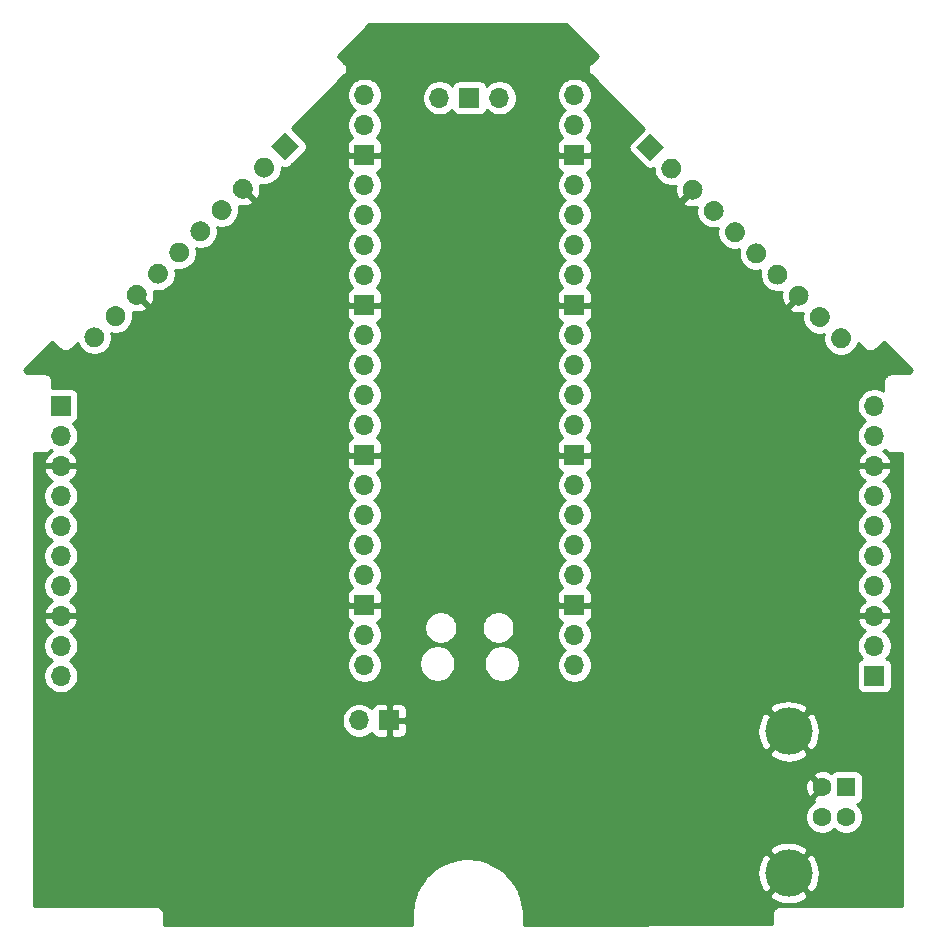
<source format=gbr>
%TF.GenerationSoftware,KiCad,Pcbnew,(5.1.8)-1*%
%TF.CreationDate,2021-12-10T09:06:31+01:00*%
%TF.ProjectId,FirePlace_V1,46697265-506c-4616-9365-5f56312e6b69,rev?*%
%TF.SameCoordinates,Original*%
%TF.FileFunction,Copper,L2,Bot*%
%TF.FilePolarity,Positive*%
%FSLAX46Y46*%
G04 Gerber Fmt 4.6, Leading zero omitted, Abs format (unit mm)*
G04 Created by KiCad (PCBNEW (5.1.8)-1) date 2021-12-10 09:06:31*
%MOMM*%
%LPD*%
G01*
G04 APERTURE LIST*
%TA.AperFunction,ComponentPad*%
%ADD10C,4.000000*%
%TD*%
%TA.AperFunction,ComponentPad*%
%ADD11C,1.600000*%
%TD*%
%TA.AperFunction,ComponentPad*%
%ADD12R,1.600000X1.600000*%
%TD*%
%TA.AperFunction,ComponentPad*%
%ADD13O,1.700000X1.700000*%
%TD*%
%TA.AperFunction,ComponentPad*%
%ADD14R,1.700000X1.700000*%
%TD*%
%TA.AperFunction,ComponentPad*%
%ADD15C,0.100000*%
%TD*%
%TA.AperFunction,Conductor*%
%ADD16C,0.254000*%
%TD*%
%TA.AperFunction,Conductor*%
%ADD17C,0.100000*%
%TD*%
G04 APERTURE END LIST*
D10*
%TO.P,K5,5*%
%TO.N,GND*%
X81127600Y-78765400D03*
X81127600Y-90765400D03*
D11*
%TO.P,K5,4*%
X83987600Y-83515400D03*
%TO.P,K5,3*%
%TO.N,N/C*%
X83987600Y-86015400D03*
%TO.P,K5,2*%
X85987600Y-86015400D03*
D12*
%TO.P,K5,1*%
%TO.N,Net-(K3-Pad10)*%
X85987600Y-83515400D03*
%TD*%
D13*
%TO.P,K6,2*%
%TO.N,Net-(K3-Pad10)*%
X44780200Y-77851000D03*
D14*
%TO.P,K6,1*%
%TO.N,GND*%
X47320200Y-77851000D03*
%TD*%
%TO.P,K4,10*%
%TO.N,Net-(K4-Pad10)*%
%TA.AperFunction,ComponentPad*%
G36*
G01*
X21750959Y-44814159D02*
X21750959Y-44814159D01*
G75*
G02*
X22953041Y-44814159I601041J-601041D01*
G01*
X22953041Y-44814159D01*
G75*
G02*
X22953041Y-46016241I-601041J-601041D01*
G01*
X22953041Y-46016241D01*
G75*
G02*
X21750959Y-46016241I-601041J601041D01*
G01*
X21750959Y-46016241D01*
G75*
G02*
X21750959Y-44814159I601041J601041D01*
G01*
G37*
%TD.AperFunction*%
%TO.P,K4,9*%
%TO.N,Net-(K4-Pad9)*%
%TA.AperFunction,ComponentPad*%
G36*
G01*
X23547010Y-43018108D02*
X23547010Y-43018108D01*
G75*
G02*
X24749092Y-43018108I601041J-601041D01*
G01*
X24749092Y-43018108D01*
G75*
G02*
X24749092Y-44220190I-601041J-601041D01*
G01*
X24749092Y-44220190D01*
G75*
G02*
X23547010Y-44220190I-601041J601041D01*
G01*
X23547010Y-44220190D01*
G75*
G02*
X23547010Y-43018108I601041J601041D01*
G01*
G37*
%TD.AperFunction*%
%TO.P,K4,8*%
%TO.N,GND*%
%TA.AperFunction,ComponentPad*%
G36*
G01*
X25343061Y-41222057D02*
X25343061Y-41222057D01*
G75*
G02*
X26545143Y-41222057I601041J-601041D01*
G01*
X26545143Y-41222057D01*
G75*
G02*
X26545143Y-42424139I-601041J-601041D01*
G01*
X26545143Y-42424139D01*
G75*
G02*
X25343061Y-42424139I-601041J601041D01*
G01*
X25343061Y-42424139D01*
G75*
G02*
X25343061Y-41222057I601041J601041D01*
G01*
G37*
%TD.AperFunction*%
%TO.P,K4,7*%
%TO.N,Net-(K4-Pad7)*%
%TA.AperFunction,ComponentPad*%
G36*
G01*
X27139113Y-39426005D02*
X27139113Y-39426005D01*
G75*
G02*
X28341195Y-39426005I601041J-601041D01*
G01*
X28341195Y-39426005D01*
G75*
G02*
X28341195Y-40628087I-601041J-601041D01*
G01*
X28341195Y-40628087D01*
G75*
G02*
X27139113Y-40628087I-601041J601041D01*
G01*
X27139113Y-40628087D01*
G75*
G02*
X27139113Y-39426005I601041J601041D01*
G01*
G37*
%TD.AperFunction*%
%TO.P,K4,6*%
%TO.N,Net-(K4-Pad6)*%
%TA.AperFunction,ComponentPad*%
G36*
G01*
X28935164Y-37629954D02*
X28935164Y-37629954D01*
G75*
G02*
X30137246Y-37629954I601041J-601041D01*
G01*
X30137246Y-37629954D01*
G75*
G02*
X30137246Y-38832036I-601041J-601041D01*
G01*
X30137246Y-38832036D01*
G75*
G02*
X28935164Y-38832036I-601041J601041D01*
G01*
X28935164Y-38832036D01*
G75*
G02*
X28935164Y-37629954I601041J601041D01*
G01*
G37*
%TD.AperFunction*%
%TO.P,K4,5*%
%TO.N,Net-(K4-Pad5)*%
%TA.AperFunction,ComponentPad*%
G36*
G01*
X30731215Y-35833903D02*
X30731215Y-35833903D01*
G75*
G02*
X31933297Y-35833903I601041J-601041D01*
G01*
X31933297Y-35833903D01*
G75*
G02*
X31933297Y-37035985I-601041J-601041D01*
G01*
X31933297Y-37035985D01*
G75*
G02*
X30731215Y-37035985I-601041J601041D01*
G01*
X30731215Y-37035985D01*
G75*
G02*
X30731215Y-35833903I601041J601041D01*
G01*
G37*
%TD.AperFunction*%
%TO.P,K4,4*%
%TO.N,Net-(K4-Pad4)*%
%TA.AperFunction,ComponentPad*%
G36*
G01*
X32527266Y-34037852D02*
X32527266Y-34037852D01*
G75*
G02*
X33729348Y-34037852I601041J-601041D01*
G01*
X33729348Y-34037852D01*
G75*
G02*
X33729348Y-35239934I-601041J-601041D01*
G01*
X33729348Y-35239934D01*
G75*
G02*
X32527266Y-35239934I-601041J601041D01*
G01*
X32527266Y-35239934D01*
G75*
G02*
X32527266Y-34037852I601041J601041D01*
G01*
G37*
%TD.AperFunction*%
%TO.P,K4,3*%
%TO.N,GND*%
%TA.AperFunction,ComponentPad*%
G36*
G01*
X34323318Y-32241800D02*
X34323318Y-32241800D01*
G75*
G02*
X35525400Y-32241800I601041J-601041D01*
G01*
X35525400Y-32241800D01*
G75*
G02*
X35525400Y-33443882I-601041J-601041D01*
G01*
X35525400Y-33443882D01*
G75*
G02*
X34323318Y-33443882I-601041J601041D01*
G01*
X34323318Y-33443882D01*
G75*
G02*
X34323318Y-32241800I601041J601041D01*
G01*
G37*
%TD.AperFunction*%
%TO.P,K4,2*%
%TO.N,Net-(K4-Pad2)*%
%TA.AperFunction,ComponentPad*%
G36*
G01*
X36119369Y-30445749D02*
X36119369Y-30445749D01*
G75*
G02*
X37321451Y-30445749I601041J-601041D01*
G01*
X37321451Y-30445749D01*
G75*
G02*
X37321451Y-31647831I-601041J-601041D01*
G01*
X37321451Y-31647831D01*
G75*
G02*
X36119369Y-31647831I-601041J601041D01*
G01*
X36119369Y-31647831D01*
G75*
G02*
X36119369Y-30445749I601041J601041D01*
G01*
G37*
%TD.AperFunction*%
%TA.AperFunction,ComponentPad*%
D15*
%TO.P,K4,1*%
%TO.N,Net-(K4-Pad1)*%
G36*
X37314379Y-29250739D02*
G01*
X38516461Y-28048657D01*
X39718543Y-29250739D01*
X38516461Y-30452821D01*
X37314379Y-29250739D01*
G37*
%TD.AperFunction*%
%TD*%
D13*
%TO.P,K3,10*%
%TO.N,Net-(K3-Pad10)*%
X19507200Y-74066400D03*
%TO.P,K3,9*%
%TO.N,Net-(K3-Pad9)*%
X19507200Y-71526400D03*
%TO.P,K3,8*%
%TO.N,GND*%
X19507200Y-68986400D03*
%TO.P,K3,7*%
%TO.N,Net-(K3-Pad7)*%
X19507200Y-66446400D03*
%TO.P,K3,6*%
%TO.N,Net-(K3-Pad6)*%
X19507200Y-63906400D03*
%TO.P,K3,5*%
%TO.N,Net-(K3-Pad5)*%
X19507200Y-61366400D03*
%TO.P,K3,4*%
%TO.N,Net-(K3-Pad4)*%
X19507200Y-58826400D03*
%TO.P,K3,3*%
%TO.N,GND*%
X19507200Y-56286400D03*
%TO.P,K3,2*%
%TO.N,Net-(K3-Pad2)*%
X19507200Y-53746400D03*
D14*
%TO.P,K3,1*%
%TO.N,Net-(K3-Pad1)*%
X19507200Y-51206400D03*
%TD*%
%TO.P,K2,10*%
%TO.N,Net-(K2-Pad10)*%
%TA.AperFunction,ComponentPad*%
G36*
G01*
X84971559Y-46092441D02*
X84971559Y-46092441D01*
G75*
G02*
X84971559Y-44890359I601041J601041D01*
G01*
X84971559Y-44890359D01*
G75*
G02*
X86173641Y-44890359I601041J-601041D01*
G01*
X86173641Y-44890359D01*
G75*
G02*
X86173641Y-46092441I-601041J-601041D01*
G01*
X86173641Y-46092441D01*
G75*
G02*
X84971559Y-46092441I-601041J601041D01*
G01*
G37*
%TD.AperFunction*%
%TO.P,K2,9*%
%TO.N,Net-(K2-Pad9)*%
%TA.AperFunction,ComponentPad*%
G36*
G01*
X83175508Y-44296390D02*
X83175508Y-44296390D01*
G75*
G02*
X83175508Y-43094308I601041J601041D01*
G01*
X83175508Y-43094308D01*
G75*
G02*
X84377590Y-43094308I601041J-601041D01*
G01*
X84377590Y-43094308D01*
G75*
G02*
X84377590Y-44296390I-601041J-601041D01*
G01*
X84377590Y-44296390D01*
G75*
G02*
X83175508Y-44296390I-601041J601041D01*
G01*
G37*
%TD.AperFunction*%
%TO.P,K2,8*%
%TO.N,GND*%
%TA.AperFunction,ComponentPad*%
G36*
G01*
X81379457Y-42500339D02*
X81379457Y-42500339D01*
G75*
G02*
X81379457Y-41298257I601041J601041D01*
G01*
X81379457Y-41298257D01*
G75*
G02*
X82581539Y-41298257I601041J-601041D01*
G01*
X82581539Y-41298257D01*
G75*
G02*
X82581539Y-42500339I-601041J-601041D01*
G01*
X82581539Y-42500339D01*
G75*
G02*
X81379457Y-42500339I-601041J601041D01*
G01*
G37*
%TD.AperFunction*%
%TO.P,K2,7*%
%TO.N,Net-(K2-Pad7)*%
%TA.AperFunction,ComponentPad*%
G36*
G01*
X79583405Y-40704287D02*
X79583405Y-40704287D01*
G75*
G02*
X79583405Y-39502205I601041J601041D01*
G01*
X79583405Y-39502205D01*
G75*
G02*
X80785487Y-39502205I601041J-601041D01*
G01*
X80785487Y-39502205D01*
G75*
G02*
X80785487Y-40704287I-601041J-601041D01*
G01*
X80785487Y-40704287D01*
G75*
G02*
X79583405Y-40704287I-601041J601041D01*
G01*
G37*
%TD.AperFunction*%
%TO.P,K2,6*%
%TO.N,Net-(K2-Pad6)*%
%TA.AperFunction,ComponentPad*%
G36*
G01*
X77787354Y-38908236D02*
X77787354Y-38908236D01*
G75*
G02*
X77787354Y-37706154I601041J601041D01*
G01*
X77787354Y-37706154D01*
G75*
G02*
X78989436Y-37706154I601041J-601041D01*
G01*
X78989436Y-37706154D01*
G75*
G02*
X78989436Y-38908236I-601041J-601041D01*
G01*
X78989436Y-38908236D01*
G75*
G02*
X77787354Y-38908236I-601041J601041D01*
G01*
G37*
%TD.AperFunction*%
%TO.P,K2,5*%
%TO.N,Net-(K2-Pad5)*%
%TA.AperFunction,ComponentPad*%
G36*
G01*
X75991303Y-37112185D02*
X75991303Y-37112185D01*
G75*
G02*
X75991303Y-35910103I601041J601041D01*
G01*
X75991303Y-35910103D01*
G75*
G02*
X77193385Y-35910103I601041J-601041D01*
G01*
X77193385Y-35910103D01*
G75*
G02*
X77193385Y-37112185I-601041J-601041D01*
G01*
X77193385Y-37112185D01*
G75*
G02*
X75991303Y-37112185I-601041J601041D01*
G01*
G37*
%TD.AperFunction*%
%TO.P,K2,4*%
%TO.N,Net-(K2-Pad4)*%
%TA.AperFunction,ComponentPad*%
G36*
G01*
X74195252Y-35316134D02*
X74195252Y-35316134D01*
G75*
G02*
X74195252Y-34114052I601041J601041D01*
G01*
X74195252Y-34114052D01*
G75*
G02*
X75397334Y-34114052I601041J-601041D01*
G01*
X75397334Y-34114052D01*
G75*
G02*
X75397334Y-35316134I-601041J-601041D01*
G01*
X75397334Y-35316134D01*
G75*
G02*
X74195252Y-35316134I-601041J601041D01*
G01*
G37*
%TD.AperFunction*%
%TO.P,K2,3*%
%TO.N,GND*%
%TA.AperFunction,ComponentPad*%
G36*
G01*
X72399200Y-33520082D02*
X72399200Y-33520082D01*
G75*
G02*
X72399200Y-32318000I601041J601041D01*
G01*
X72399200Y-32318000D01*
G75*
G02*
X73601282Y-32318000I601041J-601041D01*
G01*
X73601282Y-32318000D01*
G75*
G02*
X73601282Y-33520082I-601041J-601041D01*
G01*
X73601282Y-33520082D01*
G75*
G02*
X72399200Y-33520082I-601041J601041D01*
G01*
G37*
%TD.AperFunction*%
%TO.P,K2,2*%
%TO.N,Net-(K2-Pad2)*%
%TA.AperFunction,ComponentPad*%
G36*
G01*
X70603149Y-31724031D02*
X70603149Y-31724031D01*
G75*
G02*
X70603149Y-30521949I601041J601041D01*
G01*
X70603149Y-30521949D01*
G75*
G02*
X71805231Y-30521949I601041J-601041D01*
G01*
X71805231Y-30521949D01*
G75*
G02*
X71805231Y-31724031I-601041J-601041D01*
G01*
X71805231Y-31724031D01*
G75*
G02*
X70603149Y-31724031I-601041J601041D01*
G01*
G37*
%TD.AperFunction*%
%TA.AperFunction,ComponentPad*%
D15*
%TO.P,K2,1*%
%TO.N,Net-(K2-Pad1)*%
G36*
X69408139Y-30529021D02*
G01*
X68206057Y-29326939D01*
X69408139Y-28124857D01*
X70610221Y-29326939D01*
X69408139Y-30529021D01*
G37*
%TD.AperFunction*%
%TD*%
D13*
%TO.P,K1,10*%
%TO.N,Net-(K1-Pad10)*%
X88392000Y-51206400D03*
%TO.P,K1,9*%
%TO.N,Net-(K1-Pad9)*%
X88392000Y-53746400D03*
%TO.P,K1,8*%
%TO.N,GND*%
X88392000Y-56286400D03*
%TO.P,K1,7*%
%TO.N,Net-(K1-Pad7)*%
X88392000Y-58826400D03*
%TO.P,K1,6*%
%TO.N,Net-(K1-Pad6)*%
X88392000Y-61366400D03*
%TO.P,K1,5*%
%TO.N,Net-(K1-Pad5)*%
X88392000Y-63906400D03*
%TO.P,K1,4*%
%TO.N,Net-(K1-Pad4)*%
X88392000Y-66446400D03*
%TO.P,K1,3*%
%TO.N,GND*%
X88392000Y-68986400D03*
%TO.P,K1,2*%
%TO.N,Net-(K1-Pad2)*%
X88392000Y-71526400D03*
D14*
%TO.P,K1,1*%
%TO.N,Net-(K1-Pad1)*%
X88392000Y-74066400D03*
%TD*%
D13*
%TO.P,U1,43*%
%TO.N,Net-(U1-Pad43)*%
X51574700Y-25134700D03*
D14*
%TO.P,U1,42*%
%TO.N,Net-(U1-Pad42)*%
X54114700Y-25134700D03*
D13*
%TO.P,U1,41*%
%TO.N,Net-(U1-Pad41)*%
X56654700Y-25134700D03*
%TO.P,U1,40*%
%TO.N,Net-(K3-Pad10)*%
X45224700Y-73164700D03*
%TO.P,U1,39*%
%TO.N,Net-(K3-Pad9)*%
X45224700Y-70624700D03*
D14*
%TO.P,U1,38*%
%TO.N,GND*%
X45224700Y-68084700D03*
D13*
%TO.P,U1,37*%
%TO.N,Net-(K3-Pad7)*%
X45224700Y-65544700D03*
%TO.P,U1,36*%
%TO.N,Net-(K3-Pad6)*%
X45224700Y-63004700D03*
%TO.P,U1,35*%
%TO.N,Net-(K3-Pad5)*%
X45224700Y-60464700D03*
%TO.P,U1,34*%
%TO.N,Net-(K3-Pad4)*%
X45224700Y-57924700D03*
D14*
%TO.P,U1,33*%
%TO.N,GND*%
X45224700Y-55384700D03*
D13*
%TO.P,U1,32*%
%TO.N,Net-(K3-Pad2)*%
X45224700Y-52844700D03*
%TO.P,U1,31*%
%TO.N,Net-(K3-Pad1)*%
X45224700Y-50304700D03*
%TO.P,U1,30*%
%TO.N,Net-(K4-Pad10)*%
X45224700Y-47764700D03*
%TO.P,U1,29*%
%TO.N,Net-(K4-Pad9)*%
X45224700Y-45224700D03*
D14*
%TO.P,U1,28*%
%TO.N,GND*%
X45224700Y-42684700D03*
D13*
%TO.P,U1,27*%
%TO.N,Net-(K4-Pad7)*%
X45224700Y-40144700D03*
%TO.P,U1,26*%
%TO.N,Net-(K4-Pad6)*%
X45224700Y-37604700D03*
%TO.P,U1,25*%
%TO.N,Net-(K4-Pad5)*%
X45224700Y-35064700D03*
%TO.P,U1,24*%
%TO.N,Net-(K4-Pad4)*%
X45224700Y-32524700D03*
D14*
%TO.P,U1,23*%
%TO.N,GND*%
X45224700Y-29984700D03*
D13*
%TO.P,U1,22*%
%TO.N,Net-(K4-Pad2)*%
X45224700Y-27444700D03*
%TO.P,U1,21*%
%TO.N,Net-(K4-Pad1)*%
X45224700Y-24904700D03*
%TO.P,U1,20*%
%TO.N,Net-(K2-Pad1)*%
X63004700Y-24904700D03*
%TO.P,U1,19*%
%TO.N,Net-(K2-Pad2)*%
X63004700Y-27444700D03*
D14*
%TO.P,U1,18*%
%TO.N,GND*%
X63004700Y-29984700D03*
D13*
%TO.P,U1,17*%
%TO.N,Net-(K2-Pad4)*%
X63004700Y-32524700D03*
%TO.P,U1,16*%
%TO.N,Net-(K2-Pad5)*%
X63004700Y-35064700D03*
%TO.P,U1,15*%
%TO.N,Net-(K2-Pad6)*%
X63004700Y-37604700D03*
%TO.P,U1,14*%
%TO.N,Net-(K2-Pad7)*%
X63004700Y-40144700D03*
D14*
%TO.P,U1,13*%
%TO.N,GND*%
X63004700Y-42684700D03*
D13*
%TO.P,U1,12*%
%TO.N,Net-(K2-Pad9)*%
X63004700Y-45224700D03*
%TO.P,U1,11*%
%TO.N,Net-(K2-Pad10)*%
X63004700Y-47764700D03*
%TO.P,U1,10*%
%TO.N,Net-(K1-Pad10)*%
X63004700Y-50304700D03*
%TO.P,U1,9*%
%TO.N,Net-(K1-Pad9)*%
X63004700Y-52844700D03*
D14*
%TO.P,U1,8*%
%TO.N,GND*%
X63004700Y-55384700D03*
D13*
%TO.P,U1,7*%
%TO.N,Net-(K1-Pad7)*%
X63004700Y-57924700D03*
%TO.P,U1,6*%
%TO.N,Net-(K1-Pad6)*%
X63004700Y-60464700D03*
%TO.P,U1,5*%
%TO.N,Net-(K1-Pad5)*%
X63004700Y-63004700D03*
%TO.P,U1,4*%
%TO.N,Net-(K1-Pad4)*%
X63004700Y-65544700D03*
D14*
%TO.P,U1,3*%
%TO.N,GND*%
X63004700Y-68084700D03*
D13*
%TO.P,U1,2*%
%TO.N,Net-(K1-Pad2)*%
X63004700Y-70624700D03*
%TO.P,U1,1*%
%TO.N,Net-(K1-Pad1)*%
X63004700Y-73164700D03*
%TD*%
D16*
%TO.N,GND*%
X64973478Y-21553576D02*
X64377402Y-22149652D01*
X64349363Y-22172663D01*
X64326352Y-22200702D01*
X64326347Y-22200707D01*
X64264723Y-22275797D01*
X64257514Y-22284581D01*
X64189264Y-22412267D01*
X64147235Y-22550815D01*
X64133044Y-22694900D01*
X64147235Y-22838985D01*
X64189264Y-22977533D01*
X64257514Y-23105219D01*
X64326347Y-23189093D01*
X64326352Y-23189098D01*
X64349363Y-23217137D01*
X64377402Y-23240148D01*
X68883940Y-27746686D01*
X67754872Y-28875754D01*
X67675520Y-28972445D01*
X67616555Y-29082759D01*
X67580245Y-29202457D01*
X67567985Y-29326939D01*
X67580245Y-29451421D01*
X67616555Y-29571119D01*
X67675520Y-29681433D01*
X67754872Y-29778124D01*
X68956954Y-30980206D01*
X69053645Y-31059558D01*
X69163959Y-31118523D01*
X69283657Y-31154833D01*
X69408139Y-31167093D01*
X69532621Y-31154833D01*
X69652319Y-31118523D01*
X69719190Y-31082779D01*
X69719190Y-31269250D01*
X69776258Y-31556148D01*
X69888200Y-31826401D01*
X70050715Y-32069622D01*
X70257558Y-32276465D01*
X70500779Y-32438980D01*
X70771032Y-32550922D01*
X71057930Y-32607990D01*
X71350450Y-32607990D01*
X71565329Y-32565248D01*
X71531910Y-32697135D01*
X71516832Y-32987856D01*
X71558761Y-33275933D01*
X71656085Y-33550294D01*
X71728604Y-33685959D01*
X71976948Y-33762729D01*
X72820636Y-32919041D01*
X72806494Y-32904899D01*
X72986099Y-32725294D01*
X73000241Y-32739436D01*
X73014384Y-32725294D01*
X73193989Y-32904899D01*
X73179846Y-32919041D01*
X73193989Y-32933184D01*
X73014384Y-33112789D01*
X73000241Y-33098646D01*
X72156553Y-33942334D01*
X72233323Y-34190678D01*
X72368988Y-34263197D01*
X72643349Y-34360521D01*
X72931426Y-34402450D01*
X73222147Y-34387372D01*
X73354036Y-34353952D01*
X73311293Y-34568833D01*
X73311293Y-34861353D01*
X73368361Y-35148251D01*
X73480303Y-35418504D01*
X73642818Y-35661725D01*
X73849661Y-35868568D01*
X74092882Y-36031083D01*
X74363135Y-36143025D01*
X74650033Y-36200093D01*
X74942553Y-36200093D01*
X75148262Y-36159175D01*
X75107344Y-36364884D01*
X75107344Y-36657404D01*
X75164412Y-36944302D01*
X75276354Y-37214555D01*
X75438869Y-37457776D01*
X75645712Y-37664619D01*
X75888933Y-37827134D01*
X76159186Y-37939076D01*
X76446084Y-37996144D01*
X76738604Y-37996144D01*
X76944313Y-37955226D01*
X76903395Y-38160935D01*
X76903395Y-38453455D01*
X76960463Y-38740353D01*
X77072405Y-39010606D01*
X77234920Y-39253827D01*
X77441763Y-39460670D01*
X77684984Y-39623185D01*
X77955237Y-39735127D01*
X78242135Y-39792195D01*
X78534655Y-39792195D01*
X78740364Y-39751277D01*
X78699446Y-39956986D01*
X78699446Y-40249506D01*
X78756514Y-40536404D01*
X78868456Y-40806657D01*
X79030971Y-41049878D01*
X79237814Y-41256721D01*
X79481035Y-41419236D01*
X79751288Y-41531178D01*
X80038186Y-41588246D01*
X80330706Y-41588246D01*
X80545587Y-41545503D01*
X80512167Y-41677392D01*
X80497089Y-41968113D01*
X80539018Y-42256190D01*
X80636342Y-42530551D01*
X80708861Y-42666216D01*
X80957205Y-42742986D01*
X81800893Y-41899298D01*
X81786751Y-41885156D01*
X81966356Y-41705551D01*
X81980498Y-41719693D01*
X81994641Y-41705551D01*
X82174246Y-41885156D01*
X82160103Y-41899298D01*
X82174246Y-41913441D01*
X81994641Y-42093046D01*
X81980498Y-42078903D01*
X81136810Y-42922591D01*
X81213580Y-43170935D01*
X81349245Y-43243454D01*
X81623606Y-43340778D01*
X81911683Y-43382707D01*
X82202404Y-43367629D01*
X82334291Y-43334210D01*
X82291549Y-43549089D01*
X82291549Y-43841609D01*
X82348617Y-44128507D01*
X82460559Y-44398760D01*
X82623074Y-44641981D01*
X82829917Y-44848824D01*
X83073138Y-45011339D01*
X83343391Y-45123281D01*
X83630289Y-45180349D01*
X83922809Y-45180349D01*
X84128518Y-45139431D01*
X84087600Y-45345140D01*
X84087600Y-45637660D01*
X84144668Y-45924558D01*
X84256610Y-46194811D01*
X84419125Y-46438032D01*
X84625968Y-46644875D01*
X84869189Y-46807390D01*
X85139442Y-46919332D01*
X85426340Y-46976400D01*
X85718860Y-46976400D01*
X86005758Y-46919332D01*
X86276011Y-46807390D01*
X86519232Y-46644875D01*
X86726075Y-46438032D01*
X86888590Y-46194811D01*
X87000532Y-45924558D01*
X87010699Y-45873446D01*
X87503856Y-46366603D01*
X87526863Y-46394637D01*
X87554897Y-46417644D01*
X87554906Y-46417653D01*
X87638780Y-46486486D01*
X87766466Y-46554736D01*
X87905015Y-46596765D01*
X88049100Y-46610956D01*
X88193185Y-46596765D01*
X88331733Y-46554736D01*
X88358011Y-46540690D01*
X88459420Y-46486486D01*
X88571338Y-46394638D01*
X88594357Y-46366589D01*
X89190431Y-45770516D01*
X91568260Y-48163646D01*
X91297062Y-48439400D01*
X89928093Y-48439400D01*
X89893398Y-48435850D01*
X89855898Y-48439400D01*
X89854495Y-48439400D01*
X89819756Y-48442821D01*
X89749261Y-48449495D01*
X89747918Y-48449897D01*
X89746515Y-48450035D01*
X89678329Y-48470719D01*
X89610555Y-48490998D01*
X89609318Y-48491653D01*
X89607967Y-48492063D01*
X89545068Y-48525683D01*
X89482610Y-48558764D01*
X89481525Y-48559647D01*
X89480280Y-48560313D01*
X89425165Y-48605545D01*
X89370345Y-48650188D01*
X89369453Y-48651267D01*
X89368362Y-48652162D01*
X89323134Y-48707273D01*
X89278073Y-48761757D01*
X89277409Y-48762989D01*
X89276513Y-48764080D01*
X89242920Y-48826927D01*
X89209339Y-48889185D01*
X89208927Y-48890525D01*
X89208263Y-48891767D01*
X89187592Y-48959910D01*
X89166787Y-49027572D01*
X89166644Y-49028965D01*
X89166235Y-49030315D01*
X89159251Y-49101225D01*
X89155743Y-49135511D01*
X89155738Y-49136896D01*
X89152044Y-49174400D01*
X89155464Y-49209125D01*
X89152738Y-49928714D01*
X89095411Y-49890410D01*
X88825158Y-49778468D01*
X88538260Y-49721400D01*
X88245740Y-49721400D01*
X87958842Y-49778468D01*
X87688589Y-49890410D01*
X87445368Y-50052925D01*
X87238525Y-50259768D01*
X87076010Y-50502989D01*
X86964068Y-50773242D01*
X86907000Y-51060140D01*
X86907000Y-51352660D01*
X86964068Y-51639558D01*
X87076010Y-51909811D01*
X87238525Y-52153032D01*
X87445368Y-52359875D01*
X87619760Y-52476400D01*
X87445368Y-52592925D01*
X87238525Y-52799768D01*
X87076010Y-53042989D01*
X86964068Y-53313242D01*
X86907000Y-53600140D01*
X86907000Y-53892660D01*
X86964068Y-54179558D01*
X87076010Y-54449811D01*
X87238525Y-54693032D01*
X87445368Y-54899875D01*
X87627534Y-55021595D01*
X87510645Y-55091222D01*
X87294412Y-55286131D01*
X87120359Y-55519480D01*
X86995175Y-55782301D01*
X86950524Y-55929510D01*
X87071845Y-56159400D01*
X88265000Y-56159400D01*
X88265000Y-56139400D01*
X88519000Y-56139400D01*
X88519000Y-56159400D01*
X89712155Y-56159400D01*
X89833476Y-55929510D01*
X89788825Y-55782301D01*
X89663641Y-55519480D01*
X89489588Y-55286131D01*
X89273355Y-55091222D01*
X89156466Y-55021595D01*
X89275472Y-54942077D01*
X89301471Y-54973758D01*
X89346178Y-55028655D01*
X89347257Y-55029547D01*
X89348152Y-55030638D01*
X89403263Y-55075866D01*
X89457747Y-55120927D01*
X89458979Y-55121591D01*
X89460070Y-55122487D01*
X89522861Y-55156049D01*
X89585174Y-55189661D01*
X89586516Y-55190074D01*
X89587757Y-55190737D01*
X89655864Y-55211397D01*
X89723562Y-55232213D01*
X89724955Y-55232356D01*
X89726305Y-55232765D01*
X89797178Y-55239745D01*
X89867592Y-55246950D01*
X89905092Y-55243400D01*
X90742959Y-55243400D01*
X90735537Y-93556894D01*
X80478165Y-93549826D01*
X80441800Y-93546244D01*
X80369199Y-93553394D01*
X80298215Y-93560336D01*
X80297971Y-93560410D01*
X80297715Y-93560435D01*
X80227892Y-93581615D01*
X80159638Y-93602269D01*
X80159416Y-93602387D01*
X80159167Y-93602463D01*
X80094424Y-93637069D01*
X80031904Y-93670431D01*
X80031710Y-93670590D01*
X80031480Y-93670713D01*
X79974946Y-93717110D01*
X79919923Y-93762203D01*
X79919762Y-93762399D01*
X79919562Y-93762563D01*
X79873753Y-93818381D01*
X79827996Y-93874057D01*
X79827874Y-93874285D01*
X79827713Y-93874481D01*
X79793944Y-93937659D01*
X79759658Y-94001697D01*
X79759583Y-94001943D01*
X79759463Y-94002168D01*
X79738505Y-94071257D01*
X79717535Y-94140216D01*
X79717510Y-94140469D01*
X79717435Y-94140716D01*
X79710274Y-94213423D01*
X79703245Y-94284292D01*
X79706800Y-94320645D01*
X79706801Y-95125430D01*
X58697799Y-95149170D01*
X58697798Y-94235994D01*
X58697619Y-94234173D01*
X58697336Y-94177656D01*
X58693747Y-94142848D01*
X58693664Y-94107869D01*
X58692568Y-94097666D01*
X58603691Y-93321965D01*
X58589671Y-93256768D01*
X58576590Y-93191520D01*
X58573533Y-93181724D01*
X58391602Y-92612899D01*
X79459706Y-92612899D01*
X79675828Y-92979658D01*
X80135705Y-93220338D01*
X80633698Y-93366675D01*
X81150671Y-93413048D01*
X81666759Y-93357673D01*
X82162126Y-93202679D01*
X82579372Y-92979658D01*
X82795494Y-92612899D01*
X81127600Y-90945005D01*
X79459706Y-92612899D01*
X58391602Y-92612899D01*
X58335681Y-92438059D01*
X58309268Y-92376834D01*
X58283760Y-92315363D01*
X58278858Y-92306347D01*
X57901091Y-91623044D01*
X57863305Y-91568139D01*
X57826327Y-91512769D01*
X57819767Y-91504877D01*
X57316473Y-90907962D01*
X57268757Y-90861457D01*
X57221713Y-90814308D01*
X57213745Y-90807841D01*
X57189536Y-90788471D01*
X78479952Y-90788471D01*
X78535327Y-91304559D01*
X78690321Y-91799926D01*
X78913342Y-92217172D01*
X79280101Y-92433294D01*
X80947995Y-90765400D01*
X81307205Y-90765400D01*
X82975099Y-92433294D01*
X83341858Y-92217172D01*
X83582538Y-91757295D01*
X83728875Y-91259302D01*
X83775248Y-90742329D01*
X83719873Y-90226241D01*
X83564879Y-89730874D01*
X83341858Y-89313628D01*
X82975099Y-89097506D01*
X81307205Y-90765400D01*
X80947995Y-90765400D01*
X79280101Y-89097506D01*
X78913342Y-89313628D01*
X78672662Y-89773505D01*
X78526325Y-90271498D01*
X78479952Y-90788471D01*
X57189536Y-90788471D01*
X56604095Y-90320052D01*
X56548266Y-90283708D01*
X56492950Y-90246588D01*
X56483877Y-90241791D01*
X55791093Y-89881707D01*
X55729238Y-89856887D01*
X55667795Y-89831231D01*
X55657964Y-89828288D01*
X54908432Y-89609624D01*
X54842962Y-89597296D01*
X54777678Y-89584057D01*
X54767462Y-89583080D01*
X53989734Y-89514165D01*
X53923100Y-89514788D01*
X53856504Y-89514482D01*
X53846293Y-89515507D01*
X53069990Y-89598966D01*
X53004727Y-89612524D01*
X52939359Y-89625155D01*
X52929541Y-89628144D01*
X52184234Y-89860799D01*
X52122885Y-89886760D01*
X52061178Y-89911862D01*
X52052129Y-89916701D01*
X51366205Y-90289689D01*
X51311039Y-90327090D01*
X51255411Y-90363681D01*
X51247479Y-90370182D01*
X51247473Y-90370186D01*
X51247468Y-90370191D01*
X50647060Y-90869300D01*
X50600217Y-90916697D01*
X50552748Y-90963403D01*
X50546225Y-90971326D01*
X50054191Y-91577556D01*
X50017427Y-91633177D01*
X49979953Y-91688186D01*
X49975096Y-91697220D01*
X49975093Y-91697224D01*
X49975093Y-91697225D01*
X49610181Y-92387478D01*
X49584928Y-92449162D01*
X49558844Y-92510422D01*
X49555833Y-92520232D01*
X49331942Y-93268219D01*
X49319150Y-93333639D01*
X49305463Y-93398791D01*
X49304414Y-93408999D01*
X49230071Y-94186228D01*
X49230079Y-94189413D01*
X49226740Y-94223323D01*
X49226774Y-95162285D01*
X28243200Y-95150416D01*
X28243200Y-94320653D01*
X28246756Y-94284292D01*
X28239605Y-94212194D01*
X28232565Y-94140715D01*
X28232491Y-94140472D01*
X28232466Y-94140217D01*
X28211538Y-94071397D01*
X28190537Y-94002167D01*
X28190415Y-94001940D01*
X28190342Y-94001698D01*
X28156702Y-93938866D01*
X28122287Y-93874480D01*
X28122123Y-93874280D01*
X28122004Y-93874058D01*
X28076772Y-93819020D01*
X28030438Y-93762562D01*
X28030238Y-93762398D01*
X28030078Y-93762203D01*
X27974781Y-93716885D01*
X27918520Y-93670713D01*
X27918293Y-93670592D01*
X27918097Y-93670431D01*
X27854974Y-93636747D01*
X27790833Y-93602463D01*
X27790586Y-93602388D01*
X27790363Y-93602269D01*
X27721704Y-93581493D01*
X27652285Y-93560435D01*
X27652030Y-93560410D01*
X27651786Y-93560336D01*
X27580661Y-93553381D01*
X27508200Y-93546244D01*
X27471836Y-93549826D01*
X17205400Y-93556895D01*
X17205400Y-88917901D01*
X79459706Y-88917901D01*
X81127600Y-90585795D01*
X82795494Y-88917901D01*
X82579372Y-88551142D01*
X82119495Y-88310462D01*
X81621502Y-88164125D01*
X81104529Y-88117752D01*
X80588441Y-88173127D01*
X80093074Y-88328121D01*
X79675828Y-88551142D01*
X79459706Y-88917901D01*
X17205400Y-88917901D01*
X17205400Y-85874065D01*
X82552600Y-85874065D01*
X82552600Y-86156735D01*
X82607747Y-86433974D01*
X82715920Y-86695127D01*
X82872963Y-86930159D01*
X83072841Y-87130037D01*
X83307873Y-87287080D01*
X83569026Y-87395253D01*
X83846265Y-87450400D01*
X84128935Y-87450400D01*
X84406174Y-87395253D01*
X84667327Y-87287080D01*
X84902359Y-87130037D01*
X84987600Y-87044796D01*
X85072841Y-87130037D01*
X85307873Y-87287080D01*
X85569026Y-87395253D01*
X85846265Y-87450400D01*
X86128935Y-87450400D01*
X86406174Y-87395253D01*
X86667327Y-87287080D01*
X86902359Y-87130037D01*
X87102237Y-86930159D01*
X87259280Y-86695127D01*
X87367453Y-86433974D01*
X87422600Y-86156735D01*
X87422600Y-85874065D01*
X87367453Y-85596826D01*
X87259280Y-85335673D01*
X87102237Y-85100641D01*
X86935657Y-84934061D01*
X87031780Y-84904902D01*
X87142094Y-84845937D01*
X87238785Y-84766585D01*
X87318137Y-84669894D01*
X87377102Y-84559580D01*
X87413412Y-84439882D01*
X87425672Y-84315400D01*
X87425672Y-82715400D01*
X87413412Y-82590918D01*
X87377102Y-82471220D01*
X87318137Y-82360906D01*
X87238785Y-82264215D01*
X87142094Y-82184863D01*
X87031780Y-82125898D01*
X86912082Y-82089588D01*
X86787600Y-82077328D01*
X85187600Y-82077328D01*
X85063118Y-82089588D01*
X84943420Y-82125898D01*
X84833106Y-82184863D01*
X84736415Y-82264215D01*
X84725793Y-82277158D01*
X84473604Y-82157829D01*
X84199416Y-82089100D01*
X83917088Y-82075183D01*
X83637470Y-82116613D01*
X83371308Y-82211797D01*
X83246086Y-82278729D01*
X83174503Y-82522698D01*
X83987600Y-83335795D01*
X84001743Y-83321653D01*
X84181348Y-83501258D01*
X84167205Y-83515400D01*
X84181348Y-83529543D01*
X84001743Y-83709148D01*
X83987600Y-83695005D01*
X83174503Y-84508102D01*
X83246086Y-84752071D01*
X83274941Y-84765724D01*
X83072841Y-84900763D01*
X82872963Y-85100641D01*
X82715920Y-85335673D01*
X82607747Y-85596826D01*
X82552600Y-85874065D01*
X17205400Y-85874065D01*
X17205400Y-83585912D01*
X82547383Y-83585912D01*
X82588813Y-83865530D01*
X82683997Y-84131692D01*
X82750929Y-84256914D01*
X82994898Y-84328497D01*
X83807995Y-83515400D01*
X82994898Y-82702303D01*
X82750929Y-82773886D01*
X82630029Y-83029396D01*
X82561300Y-83303584D01*
X82547383Y-83585912D01*
X17205400Y-83585912D01*
X17205400Y-80612899D01*
X79459706Y-80612899D01*
X79675828Y-80979658D01*
X80135705Y-81220338D01*
X80633698Y-81366675D01*
X81150671Y-81413048D01*
X81666759Y-81357673D01*
X82162126Y-81202679D01*
X82579372Y-80979658D01*
X82795494Y-80612899D01*
X81127600Y-78945005D01*
X79459706Y-80612899D01*
X17205400Y-80612899D01*
X17205400Y-77704740D01*
X43295200Y-77704740D01*
X43295200Y-77997260D01*
X43352268Y-78284158D01*
X43464210Y-78554411D01*
X43626725Y-78797632D01*
X43833568Y-79004475D01*
X44076789Y-79166990D01*
X44347042Y-79278932D01*
X44633940Y-79336000D01*
X44926460Y-79336000D01*
X45213358Y-79278932D01*
X45483611Y-79166990D01*
X45726832Y-79004475D01*
X45858687Y-78872620D01*
X45880698Y-78945180D01*
X45939663Y-79055494D01*
X46019015Y-79152185D01*
X46115706Y-79231537D01*
X46226020Y-79290502D01*
X46345718Y-79326812D01*
X46470200Y-79339072D01*
X47034450Y-79336000D01*
X47193200Y-79177250D01*
X47193200Y-77978000D01*
X47447200Y-77978000D01*
X47447200Y-79177250D01*
X47605950Y-79336000D01*
X48170200Y-79339072D01*
X48294682Y-79326812D01*
X48414380Y-79290502D01*
X48524694Y-79231537D01*
X48621385Y-79152185D01*
X48700737Y-79055494D01*
X48759702Y-78945180D01*
X48796012Y-78825482D01*
X48799657Y-78788471D01*
X78479952Y-78788471D01*
X78535327Y-79304559D01*
X78690321Y-79799926D01*
X78913342Y-80217172D01*
X79280101Y-80433294D01*
X80947995Y-78765400D01*
X81307205Y-78765400D01*
X82975099Y-80433294D01*
X83341858Y-80217172D01*
X83582538Y-79757295D01*
X83728875Y-79259302D01*
X83775248Y-78742329D01*
X83719873Y-78226241D01*
X83564879Y-77730874D01*
X83341858Y-77313628D01*
X82975099Y-77097506D01*
X81307205Y-78765400D01*
X80947995Y-78765400D01*
X79280101Y-77097506D01*
X78913342Y-77313628D01*
X78672662Y-77773505D01*
X78526325Y-78271498D01*
X78479952Y-78788471D01*
X48799657Y-78788471D01*
X48808272Y-78701000D01*
X48805200Y-78136750D01*
X48646450Y-77978000D01*
X47447200Y-77978000D01*
X47193200Y-77978000D01*
X47173200Y-77978000D01*
X47173200Y-77724000D01*
X47193200Y-77724000D01*
X47193200Y-76524750D01*
X47447200Y-76524750D01*
X47447200Y-77724000D01*
X48646450Y-77724000D01*
X48805200Y-77565250D01*
X48808272Y-77001000D01*
X48800088Y-76917901D01*
X79459706Y-76917901D01*
X81127600Y-78585795D01*
X82795494Y-76917901D01*
X82579372Y-76551142D01*
X82119495Y-76310462D01*
X81621502Y-76164125D01*
X81104529Y-76117752D01*
X80588441Y-76173127D01*
X80093074Y-76328121D01*
X79675828Y-76551142D01*
X79459706Y-76917901D01*
X48800088Y-76917901D01*
X48796012Y-76876518D01*
X48759702Y-76756820D01*
X48700737Y-76646506D01*
X48621385Y-76549815D01*
X48524694Y-76470463D01*
X48414380Y-76411498D01*
X48294682Y-76375188D01*
X48170200Y-76362928D01*
X47605950Y-76366000D01*
X47447200Y-76524750D01*
X47193200Y-76524750D01*
X47034450Y-76366000D01*
X46470200Y-76362928D01*
X46345718Y-76375188D01*
X46226020Y-76411498D01*
X46115706Y-76470463D01*
X46019015Y-76549815D01*
X45939663Y-76646506D01*
X45880698Y-76756820D01*
X45858687Y-76829380D01*
X45726832Y-76697525D01*
X45483611Y-76535010D01*
X45213358Y-76423068D01*
X44926460Y-76366000D01*
X44633940Y-76366000D01*
X44347042Y-76423068D01*
X44076789Y-76535010D01*
X43833568Y-76697525D01*
X43626725Y-76904368D01*
X43464210Y-77147589D01*
X43352268Y-77417842D01*
X43295200Y-77704740D01*
X17205400Y-77704740D01*
X17205400Y-71380140D01*
X18022200Y-71380140D01*
X18022200Y-71672660D01*
X18079268Y-71959558D01*
X18191210Y-72229811D01*
X18353725Y-72473032D01*
X18560568Y-72679875D01*
X18734960Y-72796400D01*
X18560568Y-72912925D01*
X18353725Y-73119768D01*
X18191210Y-73362989D01*
X18079268Y-73633242D01*
X18022200Y-73920140D01*
X18022200Y-74212660D01*
X18079268Y-74499558D01*
X18191210Y-74769811D01*
X18353725Y-75013032D01*
X18560568Y-75219875D01*
X18803789Y-75382390D01*
X19074042Y-75494332D01*
X19360940Y-75551400D01*
X19653460Y-75551400D01*
X19940358Y-75494332D01*
X20210611Y-75382390D01*
X20453832Y-75219875D01*
X20660675Y-75013032D01*
X20823190Y-74769811D01*
X20935132Y-74499558D01*
X20992200Y-74212660D01*
X20992200Y-73920140D01*
X20935132Y-73633242D01*
X20823190Y-73362989D01*
X20660675Y-73119768D01*
X20453832Y-72912925D01*
X20279440Y-72796400D01*
X20453832Y-72679875D01*
X20660675Y-72473032D01*
X20823190Y-72229811D01*
X20935132Y-71959558D01*
X20992200Y-71672660D01*
X20992200Y-71380140D01*
X20935132Y-71093242D01*
X20823190Y-70822989D01*
X20660675Y-70579768D01*
X20453832Y-70372925D01*
X20271666Y-70251205D01*
X20388555Y-70181578D01*
X20604788Y-69986669D01*
X20778841Y-69753320D01*
X20904025Y-69490499D01*
X20948676Y-69343290D01*
X20827355Y-69113400D01*
X19634200Y-69113400D01*
X19634200Y-69133400D01*
X19380200Y-69133400D01*
X19380200Y-69113400D01*
X18187045Y-69113400D01*
X18065724Y-69343290D01*
X18110375Y-69490499D01*
X18235559Y-69753320D01*
X18409612Y-69986669D01*
X18625845Y-70181578D01*
X18742734Y-70251205D01*
X18560568Y-70372925D01*
X18353725Y-70579768D01*
X18191210Y-70822989D01*
X18079268Y-71093242D01*
X18022200Y-71380140D01*
X17205400Y-71380140D01*
X17205400Y-68934700D01*
X43736628Y-68934700D01*
X43748888Y-69059182D01*
X43785198Y-69178880D01*
X43844163Y-69289194D01*
X43923515Y-69385885D01*
X44020206Y-69465237D01*
X44130520Y-69524202D01*
X44203080Y-69546213D01*
X44071225Y-69678068D01*
X43908710Y-69921289D01*
X43796768Y-70191542D01*
X43739700Y-70478440D01*
X43739700Y-70770960D01*
X43796768Y-71057858D01*
X43908710Y-71328111D01*
X44071225Y-71571332D01*
X44278068Y-71778175D01*
X44452460Y-71894700D01*
X44278068Y-72011225D01*
X44071225Y-72218068D01*
X43908710Y-72461289D01*
X43796768Y-72731542D01*
X43739700Y-73018440D01*
X43739700Y-73310960D01*
X43796768Y-73597858D01*
X43908710Y-73868111D01*
X44071225Y-74111332D01*
X44278068Y-74318175D01*
X44521289Y-74480690D01*
X44791542Y-74592632D01*
X45078440Y-74649700D01*
X45370960Y-74649700D01*
X45657858Y-74592632D01*
X45928111Y-74480690D01*
X46171332Y-74318175D01*
X46378175Y-74111332D01*
X46540690Y-73868111D01*
X46652632Y-73597858D01*
X46709700Y-73310960D01*
X46709700Y-73018440D01*
X46682862Y-72883516D01*
X49854700Y-72883516D01*
X49854700Y-73185884D01*
X49913689Y-73482443D01*
X50029401Y-73761795D01*
X50197388Y-74013205D01*
X50411195Y-74227012D01*
X50662605Y-74394999D01*
X50941957Y-74510711D01*
X51238516Y-74569700D01*
X51540884Y-74569700D01*
X51837443Y-74510711D01*
X52116795Y-74394999D01*
X52368205Y-74227012D01*
X52582012Y-74013205D01*
X52749999Y-73761795D01*
X52865711Y-73482443D01*
X52924700Y-73185884D01*
X52924700Y-72883516D01*
X55304700Y-72883516D01*
X55304700Y-73185884D01*
X55363689Y-73482443D01*
X55479401Y-73761795D01*
X55647388Y-74013205D01*
X55861195Y-74227012D01*
X56112605Y-74394999D01*
X56391957Y-74510711D01*
X56688516Y-74569700D01*
X56990884Y-74569700D01*
X57287443Y-74510711D01*
X57566795Y-74394999D01*
X57818205Y-74227012D01*
X58032012Y-74013205D01*
X58199999Y-73761795D01*
X58315711Y-73482443D01*
X58374700Y-73185884D01*
X58374700Y-72883516D01*
X58315711Y-72586957D01*
X58199999Y-72307605D01*
X58032012Y-72056195D01*
X57818205Y-71842388D01*
X57566795Y-71674401D01*
X57287443Y-71558689D01*
X56990884Y-71499700D01*
X56688516Y-71499700D01*
X56391957Y-71558689D01*
X56112605Y-71674401D01*
X55861195Y-71842388D01*
X55647388Y-72056195D01*
X55479401Y-72307605D01*
X55363689Y-72586957D01*
X55304700Y-72883516D01*
X52924700Y-72883516D01*
X52865711Y-72586957D01*
X52749999Y-72307605D01*
X52582012Y-72056195D01*
X52368205Y-71842388D01*
X52116795Y-71674401D01*
X51837443Y-71558689D01*
X51540884Y-71499700D01*
X51238516Y-71499700D01*
X50941957Y-71558689D01*
X50662605Y-71674401D01*
X50411195Y-71842388D01*
X50197388Y-72056195D01*
X50029401Y-72307605D01*
X49913689Y-72586957D01*
X49854700Y-72883516D01*
X46682862Y-72883516D01*
X46652632Y-72731542D01*
X46540690Y-72461289D01*
X46378175Y-72218068D01*
X46171332Y-72011225D01*
X45996940Y-71894700D01*
X46171332Y-71778175D01*
X46378175Y-71571332D01*
X46540690Y-71328111D01*
X46652632Y-71057858D01*
X46709700Y-70770960D01*
X46709700Y-70478440D01*
X46652632Y-70191542D01*
X46540690Y-69921289D01*
X46505277Y-69868289D01*
X50304700Y-69868289D01*
X50304700Y-70141111D01*
X50357925Y-70408689D01*
X50462329Y-70660743D01*
X50613901Y-70887586D01*
X50806814Y-71080499D01*
X51033657Y-71232071D01*
X51285711Y-71336475D01*
X51553289Y-71389700D01*
X51826111Y-71389700D01*
X52093689Y-71336475D01*
X52345743Y-71232071D01*
X52572586Y-71080499D01*
X52765499Y-70887586D01*
X52917071Y-70660743D01*
X53021475Y-70408689D01*
X53074700Y-70141111D01*
X53074700Y-69868289D01*
X55154700Y-69868289D01*
X55154700Y-70141111D01*
X55207925Y-70408689D01*
X55312329Y-70660743D01*
X55463901Y-70887586D01*
X55656814Y-71080499D01*
X55883657Y-71232071D01*
X56135711Y-71336475D01*
X56403289Y-71389700D01*
X56676111Y-71389700D01*
X56943689Y-71336475D01*
X57195743Y-71232071D01*
X57422586Y-71080499D01*
X57615499Y-70887586D01*
X57767071Y-70660743D01*
X57871475Y-70408689D01*
X57924700Y-70141111D01*
X57924700Y-69868289D01*
X57871475Y-69600711D01*
X57767071Y-69348657D01*
X57615499Y-69121814D01*
X57428385Y-68934700D01*
X61516628Y-68934700D01*
X61528888Y-69059182D01*
X61565198Y-69178880D01*
X61624163Y-69289194D01*
X61703515Y-69385885D01*
X61800206Y-69465237D01*
X61910520Y-69524202D01*
X61983080Y-69546213D01*
X61851225Y-69678068D01*
X61688710Y-69921289D01*
X61576768Y-70191542D01*
X61519700Y-70478440D01*
X61519700Y-70770960D01*
X61576768Y-71057858D01*
X61688710Y-71328111D01*
X61851225Y-71571332D01*
X62058068Y-71778175D01*
X62232460Y-71894700D01*
X62058068Y-72011225D01*
X61851225Y-72218068D01*
X61688710Y-72461289D01*
X61576768Y-72731542D01*
X61519700Y-73018440D01*
X61519700Y-73310960D01*
X61576768Y-73597858D01*
X61688710Y-73868111D01*
X61851225Y-74111332D01*
X62058068Y-74318175D01*
X62301289Y-74480690D01*
X62571542Y-74592632D01*
X62858440Y-74649700D01*
X63150960Y-74649700D01*
X63437858Y-74592632D01*
X63708111Y-74480690D01*
X63951332Y-74318175D01*
X64158175Y-74111332D01*
X64320690Y-73868111D01*
X64432632Y-73597858D01*
X64489700Y-73310960D01*
X64489700Y-73216400D01*
X86903928Y-73216400D01*
X86903928Y-74916400D01*
X86916188Y-75040882D01*
X86952498Y-75160580D01*
X87011463Y-75270894D01*
X87090815Y-75367585D01*
X87187506Y-75446937D01*
X87297820Y-75505902D01*
X87417518Y-75542212D01*
X87542000Y-75554472D01*
X89242000Y-75554472D01*
X89366482Y-75542212D01*
X89486180Y-75505902D01*
X89596494Y-75446937D01*
X89693185Y-75367585D01*
X89772537Y-75270894D01*
X89831502Y-75160580D01*
X89867812Y-75040882D01*
X89880072Y-74916400D01*
X89880072Y-73216400D01*
X89867812Y-73091918D01*
X89831502Y-72972220D01*
X89772537Y-72861906D01*
X89693185Y-72765215D01*
X89596494Y-72685863D01*
X89486180Y-72626898D01*
X89413620Y-72604887D01*
X89545475Y-72473032D01*
X89707990Y-72229811D01*
X89819932Y-71959558D01*
X89877000Y-71672660D01*
X89877000Y-71380140D01*
X89819932Y-71093242D01*
X89707990Y-70822989D01*
X89545475Y-70579768D01*
X89338632Y-70372925D01*
X89156466Y-70251205D01*
X89273355Y-70181578D01*
X89489588Y-69986669D01*
X89663641Y-69753320D01*
X89788825Y-69490499D01*
X89833476Y-69343290D01*
X89712155Y-69113400D01*
X88519000Y-69113400D01*
X88519000Y-69133400D01*
X88265000Y-69133400D01*
X88265000Y-69113400D01*
X87071845Y-69113400D01*
X86950524Y-69343290D01*
X86995175Y-69490499D01*
X87120359Y-69753320D01*
X87294412Y-69986669D01*
X87510645Y-70181578D01*
X87627534Y-70251205D01*
X87445368Y-70372925D01*
X87238525Y-70579768D01*
X87076010Y-70822989D01*
X86964068Y-71093242D01*
X86907000Y-71380140D01*
X86907000Y-71672660D01*
X86964068Y-71959558D01*
X87076010Y-72229811D01*
X87238525Y-72473032D01*
X87370380Y-72604887D01*
X87297820Y-72626898D01*
X87187506Y-72685863D01*
X87090815Y-72765215D01*
X87011463Y-72861906D01*
X86952498Y-72972220D01*
X86916188Y-73091918D01*
X86903928Y-73216400D01*
X64489700Y-73216400D01*
X64489700Y-73018440D01*
X64432632Y-72731542D01*
X64320690Y-72461289D01*
X64158175Y-72218068D01*
X63951332Y-72011225D01*
X63776940Y-71894700D01*
X63951332Y-71778175D01*
X64158175Y-71571332D01*
X64320690Y-71328111D01*
X64432632Y-71057858D01*
X64489700Y-70770960D01*
X64489700Y-70478440D01*
X64432632Y-70191542D01*
X64320690Y-69921289D01*
X64158175Y-69678068D01*
X64026320Y-69546213D01*
X64098880Y-69524202D01*
X64209194Y-69465237D01*
X64305885Y-69385885D01*
X64385237Y-69289194D01*
X64444202Y-69178880D01*
X64480512Y-69059182D01*
X64492772Y-68934700D01*
X64489700Y-68370450D01*
X64330950Y-68211700D01*
X63131700Y-68211700D01*
X63131700Y-68231700D01*
X62877700Y-68231700D01*
X62877700Y-68211700D01*
X61678450Y-68211700D01*
X61519700Y-68370450D01*
X61516628Y-68934700D01*
X57428385Y-68934700D01*
X57422586Y-68928901D01*
X57195743Y-68777329D01*
X56943689Y-68672925D01*
X56676111Y-68619700D01*
X56403289Y-68619700D01*
X56135711Y-68672925D01*
X55883657Y-68777329D01*
X55656814Y-68928901D01*
X55463901Y-69121814D01*
X55312329Y-69348657D01*
X55207925Y-69600711D01*
X55154700Y-69868289D01*
X53074700Y-69868289D01*
X53021475Y-69600711D01*
X52917071Y-69348657D01*
X52765499Y-69121814D01*
X52572586Y-68928901D01*
X52345743Y-68777329D01*
X52093689Y-68672925D01*
X51826111Y-68619700D01*
X51553289Y-68619700D01*
X51285711Y-68672925D01*
X51033657Y-68777329D01*
X50806814Y-68928901D01*
X50613901Y-69121814D01*
X50462329Y-69348657D01*
X50357925Y-69600711D01*
X50304700Y-69868289D01*
X46505277Y-69868289D01*
X46378175Y-69678068D01*
X46246320Y-69546213D01*
X46318880Y-69524202D01*
X46429194Y-69465237D01*
X46525885Y-69385885D01*
X46605237Y-69289194D01*
X46664202Y-69178880D01*
X46700512Y-69059182D01*
X46712772Y-68934700D01*
X46709700Y-68370450D01*
X46550950Y-68211700D01*
X45351700Y-68211700D01*
X45351700Y-68231700D01*
X45097700Y-68231700D01*
X45097700Y-68211700D01*
X43898450Y-68211700D01*
X43739700Y-68370450D01*
X43736628Y-68934700D01*
X17205400Y-68934700D01*
X17205400Y-58680140D01*
X18022200Y-58680140D01*
X18022200Y-58972660D01*
X18079268Y-59259558D01*
X18191210Y-59529811D01*
X18353725Y-59773032D01*
X18560568Y-59979875D01*
X18734960Y-60096400D01*
X18560568Y-60212925D01*
X18353725Y-60419768D01*
X18191210Y-60662989D01*
X18079268Y-60933242D01*
X18022200Y-61220140D01*
X18022200Y-61512660D01*
X18079268Y-61799558D01*
X18191210Y-62069811D01*
X18353725Y-62313032D01*
X18560568Y-62519875D01*
X18734960Y-62636400D01*
X18560568Y-62752925D01*
X18353725Y-62959768D01*
X18191210Y-63202989D01*
X18079268Y-63473242D01*
X18022200Y-63760140D01*
X18022200Y-64052660D01*
X18079268Y-64339558D01*
X18191210Y-64609811D01*
X18353725Y-64853032D01*
X18560568Y-65059875D01*
X18734960Y-65176400D01*
X18560568Y-65292925D01*
X18353725Y-65499768D01*
X18191210Y-65742989D01*
X18079268Y-66013242D01*
X18022200Y-66300140D01*
X18022200Y-66592660D01*
X18079268Y-66879558D01*
X18191210Y-67149811D01*
X18353725Y-67393032D01*
X18560568Y-67599875D01*
X18742734Y-67721595D01*
X18625845Y-67791222D01*
X18409612Y-67986131D01*
X18235559Y-68219480D01*
X18110375Y-68482301D01*
X18065724Y-68629510D01*
X18187045Y-68859400D01*
X19380200Y-68859400D01*
X19380200Y-68839400D01*
X19634200Y-68839400D01*
X19634200Y-68859400D01*
X20827355Y-68859400D01*
X20948676Y-68629510D01*
X20904025Y-68482301D01*
X20778841Y-68219480D01*
X20604788Y-67986131D01*
X20388555Y-67791222D01*
X20271666Y-67721595D01*
X20453832Y-67599875D01*
X20660675Y-67393032D01*
X20823190Y-67149811D01*
X20935132Y-66879558D01*
X20992200Y-66592660D01*
X20992200Y-66300140D01*
X20935132Y-66013242D01*
X20823190Y-65742989D01*
X20660675Y-65499768D01*
X20453832Y-65292925D01*
X20279440Y-65176400D01*
X20453832Y-65059875D01*
X20660675Y-64853032D01*
X20823190Y-64609811D01*
X20935132Y-64339558D01*
X20992200Y-64052660D01*
X20992200Y-63760140D01*
X20935132Y-63473242D01*
X20823190Y-63202989D01*
X20660675Y-62959768D01*
X20453832Y-62752925D01*
X20279440Y-62636400D01*
X20453832Y-62519875D01*
X20660675Y-62313032D01*
X20823190Y-62069811D01*
X20935132Y-61799558D01*
X20992200Y-61512660D01*
X20992200Y-61220140D01*
X20935132Y-60933242D01*
X20823190Y-60662989D01*
X20660675Y-60419768D01*
X20453832Y-60212925D01*
X20279440Y-60096400D01*
X20453832Y-59979875D01*
X20660675Y-59773032D01*
X20823190Y-59529811D01*
X20935132Y-59259558D01*
X20992200Y-58972660D01*
X20992200Y-58680140D01*
X20935132Y-58393242D01*
X20823190Y-58122989D01*
X20660675Y-57879768D01*
X20453832Y-57672925D01*
X20271666Y-57551205D01*
X20388555Y-57481578D01*
X20604788Y-57286669D01*
X20778841Y-57053320D01*
X20904025Y-56790499D01*
X20948676Y-56643290D01*
X20827355Y-56413400D01*
X19634200Y-56413400D01*
X19634200Y-56433400D01*
X19380200Y-56433400D01*
X19380200Y-56413400D01*
X18187045Y-56413400D01*
X18065724Y-56643290D01*
X18110375Y-56790499D01*
X18235559Y-57053320D01*
X18409612Y-57286669D01*
X18625845Y-57481578D01*
X18742734Y-57551205D01*
X18560568Y-57672925D01*
X18353725Y-57879768D01*
X18191210Y-58122989D01*
X18079268Y-58393242D01*
X18022200Y-58680140D01*
X17205400Y-58680140D01*
X17205400Y-56234700D01*
X43736628Y-56234700D01*
X43748888Y-56359182D01*
X43785198Y-56478880D01*
X43844163Y-56589194D01*
X43923515Y-56685885D01*
X44020206Y-56765237D01*
X44130520Y-56824202D01*
X44203080Y-56846213D01*
X44071225Y-56978068D01*
X43908710Y-57221289D01*
X43796768Y-57491542D01*
X43739700Y-57778440D01*
X43739700Y-58070960D01*
X43796768Y-58357858D01*
X43908710Y-58628111D01*
X44071225Y-58871332D01*
X44278068Y-59078175D01*
X44452460Y-59194700D01*
X44278068Y-59311225D01*
X44071225Y-59518068D01*
X43908710Y-59761289D01*
X43796768Y-60031542D01*
X43739700Y-60318440D01*
X43739700Y-60610960D01*
X43796768Y-60897858D01*
X43908710Y-61168111D01*
X44071225Y-61411332D01*
X44278068Y-61618175D01*
X44452460Y-61734700D01*
X44278068Y-61851225D01*
X44071225Y-62058068D01*
X43908710Y-62301289D01*
X43796768Y-62571542D01*
X43739700Y-62858440D01*
X43739700Y-63150960D01*
X43796768Y-63437858D01*
X43908710Y-63708111D01*
X44071225Y-63951332D01*
X44278068Y-64158175D01*
X44452460Y-64274700D01*
X44278068Y-64391225D01*
X44071225Y-64598068D01*
X43908710Y-64841289D01*
X43796768Y-65111542D01*
X43739700Y-65398440D01*
X43739700Y-65690960D01*
X43796768Y-65977858D01*
X43908710Y-66248111D01*
X44071225Y-66491332D01*
X44203080Y-66623187D01*
X44130520Y-66645198D01*
X44020206Y-66704163D01*
X43923515Y-66783515D01*
X43844163Y-66880206D01*
X43785198Y-66990520D01*
X43748888Y-67110218D01*
X43736628Y-67234700D01*
X43739700Y-67798950D01*
X43898450Y-67957700D01*
X45097700Y-67957700D01*
X45097700Y-67937700D01*
X45351700Y-67937700D01*
X45351700Y-67957700D01*
X46550950Y-67957700D01*
X46709700Y-67798950D01*
X46712772Y-67234700D01*
X46700512Y-67110218D01*
X46664202Y-66990520D01*
X46605237Y-66880206D01*
X46525885Y-66783515D01*
X46429194Y-66704163D01*
X46318880Y-66645198D01*
X46246320Y-66623187D01*
X46378175Y-66491332D01*
X46540690Y-66248111D01*
X46652632Y-65977858D01*
X46709700Y-65690960D01*
X46709700Y-65398440D01*
X46652632Y-65111542D01*
X46540690Y-64841289D01*
X46378175Y-64598068D01*
X46171332Y-64391225D01*
X45996940Y-64274700D01*
X46171332Y-64158175D01*
X46378175Y-63951332D01*
X46540690Y-63708111D01*
X46652632Y-63437858D01*
X46709700Y-63150960D01*
X46709700Y-62858440D01*
X46652632Y-62571542D01*
X46540690Y-62301289D01*
X46378175Y-62058068D01*
X46171332Y-61851225D01*
X45996940Y-61734700D01*
X46171332Y-61618175D01*
X46378175Y-61411332D01*
X46540690Y-61168111D01*
X46652632Y-60897858D01*
X46709700Y-60610960D01*
X46709700Y-60318440D01*
X46652632Y-60031542D01*
X46540690Y-59761289D01*
X46378175Y-59518068D01*
X46171332Y-59311225D01*
X45996940Y-59194700D01*
X46171332Y-59078175D01*
X46378175Y-58871332D01*
X46540690Y-58628111D01*
X46652632Y-58357858D01*
X46709700Y-58070960D01*
X46709700Y-57778440D01*
X46652632Y-57491542D01*
X46540690Y-57221289D01*
X46378175Y-56978068D01*
X46246320Y-56846213D01*
X46318880Y-56824202D01*
X46429194Y-56765237D01*
X46525885Y-56685885D01*
X46605237Y-56589194D01*
X46664202Y-56478880D01*
X46700512Y-56359182D01*
X46712772Y-56234700D01*
X61516628Y-56234700D01*
X61528888Y-56359182D01*
X61565198Y-56478880D01*
X61624163Y-56589194D01*
X61703515Y-56685885D01*
X61800206Y-56765237D01*
X61910520Y-56824202D01*
X61983080Y-56846213D01*
X61851225Y-56978068D01*
X61688710Y-57221289D01*
X61576768Y-57491542D01*
X61519700Y-57778440D01*
X61519700Y-58070960D01*
X61576768Y-58357858D01*
X61688710Y-58628111D01*
X61851225Y-58871332D01*
X62058068Y-59078175D01*
X62232460Y-59194700D01*
X62058068Y-59311225D01*
X61851225Y-59518068D01*
X61688710Y-59761289D01*
X61576768Y-60031542D01*
X61519700Y-60318440D01*
X61519700Y-60610960D01*
X61576768Y-60897858D01*
X61688710Y-61168111D01*
X61851225Y-61411332D01*
X62058068Y-61618175D01*
X62232460Y-61734700D01*
X62058068Y-61851225D01*
X61851225Y-62058068D01*
X61688710Y-62301289D01*
X61576768Y-62571542D01*
X61519700Y-62858440D01*
X61519700Y-63150960D01*
X61576768Y-63437858D01*
X61688710Y-63708111D01*
X61851225Y-63951332D01*
X62058068Y-64158175D01*
X62232460Y-64274700D01*
X62058068Y-64391225D01*
X61851225Y-64598068D01*
X61688710Y-64841289D01*
X61576768Y-65111542D01*
X61519700Y-65398440D01*
X61519700Y-65690960D01*
X61576768Y-65977858D01*
X61688710Y-66248111D01*
X61851225Y-66491332D01*
X61983080Y-66623187D01*
X61910520Y-66645198D01*
X61800206Y-66704163D01*
X61703515Y-66783515D01*
X61624163Y-66880206D01*
X61565198Y-66990520D01*
X61528888Y-67110218D01*
X61516628Y-67234700D01*
X61519700Y-67798950D01*
X61678450Y-67957700D01*
X62877700Y-67957700D01*
X62877700Y-67937700D01*
X63131700Y-67937700D01*
X63131700Y-67957700D01*
X64330950Y-67957700D01*
X64489700Y-67798950D01*
X64492772Y-67234700D01*
X64480512Y-67110218D01*
X64444202Y-66990520D01*
X64385237Y-66880206D01*
X64305885Y-66783515D01*
X64209194Y-66704163D01*
X64098880Y-66645198D01*
X64026320Y-66623187D01*
X64158175Y-66491332D01*
X64320690Y-66248111D01*
X64432632Y-65977858D01*
X64489700Y-65690960D01*
X64489700Y-65398440D01*
X64432632Y-65111542D01*
X64320690Y-64841289D01*
X64158175Y-64598068D01*
X63951332Y-64391225D01*
X63776940Y-64274700D01*
X63951332Y-64158175D01*
X64158175Y-63951332D01*
X64320690Y-63708111D01*
X64432632Y-63437858D01*
X64489700Y-63150960D01*
X64489700Y-62858440D01*
X64432632Y-62571542D01*
X64320690Y-62301289D01*
X64158175Y-62058068D01*
X63951332Y-61851225D01*
X63776940Y-61734700D01*
X63951332Y-61618175D01*
X64158175Y-61411332D01*
X64320690Y-61168111D01*
X64432632Y-60897858D01*
X64489700Y-60610960D01*
X64489700Y-60318440D01*
X64432632Y-60031542D01*
X64320690Y-59761289D01*
X64158175Y-59518068D01*
X63951332Y-59311225D01*
X63776940Y-59194700D01*
X63951332Y-59078175D01*
X64158175Y-58871332D01*
X64285925Y-58680140D01*
X86907000Y-58680140D01*
X86907000Y-58972660D01*
X86964068Y-59259558D01*
X87076010Y-59529811D01*
X87238525Y-59773032D01*
X87445368Y-59979875D01*
X87619760Y-60096400D01*
X87445368Y-60212925D01*
X87238525Y-60419768D01*
X87076010Y-60662989D01*
X86964068Y-60933242D01*
X86907000Y-61220140D01*
X86907000Y-61512660D01*
X86964068Y-61799558D01*
X87076010Y-62069811D01*
X87238525Y-62313032D01*
X87445368Y-62519875D01*
X87619760Y-62636400D01*
X87445368Y-62752925D01*
X87238525Y-62959768D01*
X87076010Y-63202989D01*
X86964068Y-63473242D01*
X86907000Y-63760140D01*
X86907000Y-64052660D01*
X86964068Y-64339558D01*
X87076010Y-64609811D01*
X87238525Y-64853032D01*
X87445368Y-65059875D01*
X87619760Y-65176400D01*
X87445368Y-65292925D01*
X87238525Y-65499768D01*
X87076010Y-65742989D01*
X86964068Y-66013242D01*
X86907000Y-66300140D01*
X86907000Y-66592660D01*
X86964068Y-66879558D01*
X87076010Y-67149811D01*
X87238525Y-67393032D01*
X87445368Y-67599875D01*
X87627534Y-67721595D01*
X87510645Y-67791222D01*
X87294412Y-67986131D01*
X87120359Y-68219480D01*
X86995175Y-68482301D01*
X86950524Y-68629510D01*
X87071845Y-68859400D01*
X88265000Y-68859400D01*
X88265000Y-68839400D01*
X88519000Y-68839400D01*
X88519000Y-68859400D01*
X89712155Y-68859400D01*
X89833476Y-68629510D01*
X89788825Y-68482301D01*
X89663641Y-68219480D01*
X89489588Y-67986131D01*
X89273355Y-67791222D01*
X89156466Y-67721595D01*
X89338632Y-67599875D01*
X89545475Y-67393032D01*
X89707990Y-67149811D01*
X89819932Y-66879558D01*
X89877000Y-66592660D01*
X89877000Y-66300140D01*
X89819932Y-66013242D01*
X89707990Y-65742989D01*
X89545475Y-65499768D01*
X89338632Y-65292925D01*
X89164240Y-65176400D01*
X89338632Y-65059875D01*
X89545475Y-64853032D01*
X89707990Y-64609811D01*
X89819932Y-64339558D01*
X89877000Y-64052660D01*
X89877000Y-63760140D01*
X89819932Y-63473242D01*
X89707990Y-63202989D01*
X89545475Y-62959768D01*
X89338632Y-62752925D01*
X89164240Y-62636400D01*
X89338632Y-62519875D01*
X89545475Y-62313032D01*
X89707990Y-62069811D01*
X89819932Y-61799558D01*
X89877000Y-61512660D01*
X89877000Y-61220140D01*
X89819932Y-60933242D01*
X89707990Y-60662989D01*
X89545475Y-60419768D01*
X89338632Y-60212925D01*
X89164240Y-60096400D01*
X89338632Y-59979875D01*
X89545475Y-59773032D01*
X89707990Y-59529811D01*
X89819932Y-59259558D01*
X89877000Y-58972660D01*
X89877000Y-58680140D01*
X89819932Y-58393242D01*
X89707990Y-58122989D01*
X89545475Y-57879768D01*
X89338632Y-57672925D01*
X89156466Y-57551205D01*
X89273355Y-57481578D01*
X89489588Y-57286669D01*
X89663641Y-57053320D01*
X89788825Y-56790499D01*
X89833476Y-56643290D01*
X89712155Y-56413400D01*
X88519000Y-56413400D01*
X88519000Y-56433400D01*
X88265000Y-56433400D01*
X88265000Y-56413400D01*
X87071845Y-56413400D01*
X86950524Y-56643290D01*
X86995175Y-56790499D01*
X87120359Y-57053320D01*
X87294412Y-57286669D01*
X87510645Y-57481578D01*
X87627534Y-57551205D01*
X87445368Y-57672925D01*
X87238525Y-57879768D01*
X87076010Y-58122989D01*
X86964068Y-58393242D01*
X86907000Y-58680140D01*
X64285925Y-58680140D01*
X64320690Y-58628111D01*
X64432632Y-58357858D01*
X64489700Y-58070960D01*
X64489700Y-57778440D01*
X64432632Y-57491542D01*
X64320690Y-57221289D01*
X64158175Y-56978068D01*
X64026320Y-56846213D01*
X64098880Y-56824202D01*
X64209194Y-56765237D01*
X64305885Y-56685885D01*
X64385237Y-56589194D01*
X64444202Y-56478880D01*
X64480512Y-56359182D01*
X64492772Y-56234700D01*
X64489700Y-55670450D01*
X64330950Y-55511700D01*
X63131700Y-55511700D01*
X63131700Y-55531700D01*
X62877700Y-55531700D01*
X62877700Y-55511700D01*
X61678450Y-55511700D01*
X61519700Y-55670450D01*
X61516628Y-56234700D01*
X46712772Y-56234700D01*
X46709700Y-55670450D01*
X46550950Y-55511700D01*
X45351700Y-55511700D01*
X45351700Y-55531700D01*
X45097700Y-55531700D01*
X45097700Y-55511700D01*
X43898450Y-55511700D01*
X43739700Y-55670450D01*
X43736628Y-56234700D01*
X17205400Y-56234700D01*
X17205400Y-55243400D01*
X18034295Y-55243400D01*
X18070400Y-55246956D01*
X18106505Y-55243400D01*
X18214485Y-55232765D01*
X18353033Y-55190737D01*
X18480720Y-55122487D01*
X18592638Y-55030638D01*
X18650589Y-54960025D01*
X18742734Y-55021595D01*
X18625845Y-55091222D01*
X18409612Y-55286131D01*
X18235559Y-55519480D01*
X18110375Y-55782301D01*
X18065724Y-55929510D01*
X18187045Y-56159400D01*
X19380200Y-56159400D01*
X19380200Y-56139400D01*
X19634200Y-56139400D01*
X19634200Y-56159400D01*
X20827355Y-56159400D01*
X20948676Y-55929510D01*
X20904025Y-55782301D01*
X20778841Y-55519480D01*
X20604788Y-55286131D01*
X20388555Y-55091222D01*
X20271666Y-55021595D01*
X20453832Y-54899875D01*
X20660675Y-54693032D01*
X20823190Y-54449811D01*
X20935132Y-54179558D01*
X20992200Y-53892660D01*
X20992200Y-53600140D01*
X20935132Y-53313242D01*
X20823190Y-53042989D01*
X20660675Y-52799768D01*
X20528820Y-52667913D01*
X20601380Y-52645902D01*
X20711694Y-52586937D01*
X20808385Y-52507585D01*
X20887737Y-52410894D01*
X20946702Y-52300580D01*
X20983012Y-52180882D01*
X20995272Y-52056400D01*
X20995272Y-50356400D01*
X20983012Y-50231918D01*
X20946702Y-50112220D01*
X20887737Y-50001906D01*
X20808385Y-49905215D01*
X20711694Y-49825863D01*
X20601380Y-49766898D01*
X20481682Y-49730588D01*
X20357200Y-49718328D01*
X18805400Y-49718328D01*
X18805400Y-49210505D01*
X18808956Y-49174400D01*
X18794765Y-49030315D01*
X18752737Y-48891767D01*
X18684487Y-48764080D01*
X18592638Y-48652162D01*
X18480720Y-48560313D01*
X18353033Y-48492063D01*
X18214485Y-48450035D01*
X18106505Y-48439400D01*
X18070400Y-48435844D01*
X18034295Y-48439400D01*
X16660945Y-48439400D01*
X16379778Y-48159668D01*
X18770600Y-45768847D01*
X19368709Y-46366956D01*
X19392079Y-46395353D01*
X19447588Y-46440781D01*
X19503280Y-46486486D01*
X19503727Y-46486725D01*
X19504123Y-46487049D01*
X19567608Y-46520870D01*
X19630966Y-46554736D01*
X19631455Y-46554884D01*
X19631903Y-46555123D01*
X19700512Y-46575833D01*
X19769514Y-46596765D01*
X19770022Y-46596815D01*
X19770509Y-46596962D01*
X19842252Y-46603928D01*
X19913599Y-46610955D01*
X19914102Y-46610905D01*
X19914613Y-46610955D01*
X19986199Y-46603805D01*
X20057684Y-46596765D01*
X20058174Y-46596616D01*
X20058678Y-46596566D01*
X20127410Y-46575614D01*
X20196233Y-46554736D01*
X20196680Y-46554497D01*
X20197169Y-46554348D01*
X20260786Y-46520232D01*
X20323919Y-46486486D01*
X20324311Y-46486164D01*
X20324761Y-46485923D01*
X20380576Y-46439988D01*
X20435837Y-46394637D01*
X20459169Y-46366207D01*
X20939190Y-45884867D01*
X21036010Y-46118611D01*
X21198525Y-46361832D01*
X21405368Y-46568675D01*
X21648589Y-46731190D01*
X21918842Y-46843132D01*
X22205740Y-46900200D01*
X22498260Y-46900200D01*
X22785158Y-46843132D01*
X23055411Y-46731190D01*
X23298632Y-46568675D01*
X23505475Y-46361832D01*
X23667990Y-46118611D01*
X23779932Y-45848358D01*
X23837000Y-45561460D01*
X23837000Y-45268940D01*
X23796082Y-45063231D01*
X24001791Y-45104149D01*
X24294311Y-45104149D01*
X24581209Y-45047081D01*
X24851462Y-44935139D01*
X25094683Y-44772624D01*
X25301526Y-44565781D01*
X25464041Y-44322560D01*
X25575983Y-44052307D01*
X25633051Y-43765409D01*
X25633051Y-43534700D01*
X43736628Y-43534700D01*
X43748888Y-43659182D01*
X43785198Y-43778880D01*
X43844163Y-43889194D01*
X43923515Y-43985885D01*
X44020206Y-44065237D01*
X44130520Y-44124202D01*
X44203080Y-44146213D01*
X44071225Y-44278068D01*
X43908710Y-44521289D01*
X43796768Y-44791542D01*
X43739700Y-45078440D01*
X43739700Y-45370960D01*
X43796768Y-45657858D01*
X43908710Y-45928111D01*
X44071225Y-46171332D01*
X44278068Y-46378175D01*
X44452460Y-46494700D01*
X44278068Y-46611225D01*
X44071225Y-46818068D01*
X43908710Y-47061289D01*
X43796768Y-47331542D01*
X43739700Y-47618440D01*
X43739700Y-47910960D01*
X43796768Y-48197858D01*
X43908710Y-48468111D01*
X44071225Y-48711332D01*
X44278068Y-48918175D01*
X44452460Y-49034700D01*
X44278068Y-49151225D01*
X44071225Y-49358068D01*
X43908710Y-49601289D01*
X43796768Y-49871542D01*
X43739700Y-50158440D01*
X43739700Y-50450960D01*
X43796768Y-50737858D01*
X43908710Y-51008111D01*
X44071225Y-51251332D01*
X44278068Y-51458175D01*
X44452460Y-51574700D01*
X44278068Y-51691225D01*
X44071225Y-51898068D01*
X43908710Y-52141289D01*
X43796768Y-52411542D01*
X43739700Y-52698440D01*
X43739700Y-52990960D01*
X43796768Y-53277858D01*
X43908710Y-53548111D01*
X44071225Y-53791332D01*
X44203080Y-53923187D01*
X44130520Y-53945198D01*
X44020206Y-54004163D01*
X43923515Y-54083515D01*
X43844163Y-54180206D01*
X43785198Y-54290520D01*
X43748888Y-54410218D01*
X43736628Y-54534700D01*
X43739700Y-55098950D01*
X43898450Y-55257700D01*
X45097700Y-55257700D01*
X45097700Y-55237700D01*
X45351700Y-55237700D01*
X45351700Y-55257700D01*
X46550950Y-55257700D01*
X46709700Y-55098950D01*
X46712772Y-54534700D01*
X46700512Y-54410218D01*
X46664202Y-54290520D01*
X46605237Y-54180206D01*
X46525885Y-54083515D01*
X46429194Y-54004163D01*
X46318880Y-53945198D01*
X46246320Y-53923187D01*
X46378175Y-53791332D01*
X46540690Y-53548111D01*
X46652632Y-53277858D01*
X46709700Y-52990960D01*
X46709700Y-52698440D01*
X46652632Y-52411542D01*
X46540690Y-52141289D01*
X46378175Y-51898068D01*
X46171332Y-51691225D01*
X45996940Y-51574700D01*
X46171332Y-51458175D01*
X46378175Y-51251332D01*
X46540690Y-51008111D01*
X46652632Y-50737858D01*
X46709700Y-50450960D01*
X46709700Y-50158440D01*
X46652632Y-49871542D01*
X46540690Y-49601289D01*
X46378175Y-49358068D01*
X46171332Y-49151225D01*
X45996940Y-49034700D01*
X46171332Y-48918175D01*
X46378175Y-48711332D01*
X46540690Y-48468111D01*
X46652632Y-48197858D01*
X46709700Y-47910960D01*
X46709700Y-47618440D01*
X46652632Y-47331542D01*
X46540690Y-47061289D01*
X46378175Y-46818068D01*
X46171332Y-46611225D01*
X45996940Y-46494700D01*
X46171332Y-46378175D01*
X46378175Y-46171332D01*
X46540690Y-45928111D01*
X46652632Y-45657858D01*
X46709700Y-45370960D01*
X46709700Y-45078440D01*
X46652632Y-44791542D01*
X46540690Y-44521289D01*
X46378175Y-44278068D01*
X46246320Y-44146213D01*
X46318880Y-44124202D01*
X46429194Y-44065237D01*
X46525885Y-43985885D01*
X46605237Y-43889194D01*
X46664202Y-43778880D01*
X46700512Y-43659182D01*
X46712772Y-43534700D01*
X61516628Y-43534700D01*
X61528888Y-43659182D01*
X61565198Y-43778880D01*
X61624163Y-43889194D01*
X61703515Y-43985885D01*
X61800206Y-44065237D01*
X61910520Y-44124202D01*
X61983080Y-44146213D01*
X61851225Y-44278068D01*
X61688710Y-44521289D01*
X61576768Y-44791542D01*
X61519700Y-45078440D01*
X61519700Y-45370960D01*
X61576768Y-45657858D01*
X61688710Y-45928111D01*
X61851225Y-46171332D01*
X62058068Y-46378175D01*
X62232460Y-46494700D01*
X62058068Y-46611225D01*
X61851225Y-46818068D01*
X61688710Y-47061289D01*
X61576768Y-47331542D01*
X61519700Y-47618440D01*
X61519700Y-47910960D01*
X61576768Y-48197858D01*
X61688710Y-48468111D01*
X61851225Y-48711332D01*
X62058068Y-48918175D01*
X62232460Y-49034700D01*
X62058068Y-49151225D01*
X61851225Y-49358068D01*
X61688710Y-49601289D01*
X61576768Y-49871542D01*
X61519700Y-50158440D01*
X61519700Y-50450960D01*
X61576768Y-50737858D01*
X61688710Y-51008111D01*
X61851225Y-51251332D01*
X62058068Y-51458175D01*
X62232460Y-51574700D01*
X62058068Y-51691225D01*
X61851225Y-51898068D01*
X61688710Y-52141289D01*
X61576768Y-52411542D01*
X61519700Y-52698440D01*
X61519700Y-52990960D01*
X61576768Y-53277858D01*
X61688710Y-53548111D01*
X61851225Y-53791332D01*
X61983080Y-53923187D01*
X61910520Y-53945198D01*
X61800206Y-54004163D01*
X61703515Y-54083515D01*
X61624163Y-54180206D01*
X61565198Y-54290520D01*
X61528888Y-54410218D01*
X61516628Y-54534700D01*
X61519700Y-55098950D01*
X61678450Y-55257700D01*
X62877700Y-55257700D01*
X62877700Y-55237700D01*
X63131700Y-55237700D01*
X63131700Y-55257700D01*
X64330950Y-55257700D01*
X64489700Y-55098950D01*
X64492772Y-54534700D01*
X64480512Y-54410218D01*
X64444202Y-54290520D01*
X64385237Y-54180206D01*
X64305885Y-54083515D01*
X64209194Y-54004163D01*
X64098880Y-53945198D01*
X64026320Y-53923187D01*
X64158175Y-53791332D01*
X64320690Y-53548111D01*
X64432632Y-53277858D01*
X64489700Y-52990960D01*
X64489700Y-52698440D01*
X64432632Y-52411542D01*
X64320690Y-52141289D01*
X64158175Y-51898068D01*
X63951332Y-51691225D01*
X63776940Y-51574700D01*
X63951332Y-51458175D01*
X64158175Y-51251332D01*
X64320690Y-51008111D01*
X64432632Y-50737858D01*
X64489700Y-50450960D01*
X64489700Y-50158440D01*
X64432632Y-49871542D01*
X64320690Y-49601289D01*
X64158175Y-49358068D01*
X63951332Y-49151225D01*
X63776940Y-49034700D01*
X63951332Y-48918175D01*
X64158175Y-48711332D01*
X64320690Y-48468111D01*
X64432632Y-48197858D01*
X64489700Y-47910960D01*
X64489700Y-47618440D01*
X64432632Y-47331542D01*
X64320690Y-47061289D01*
X64158175Y-46818068D01*
X63951332Y-46611225D01*
X63776940Y-46494700D01*
X63951332Y-46378175D01*
X64158175Y-46171332D01*
X64320690Y-45928111D01*
X64432632Y-45657858D01*
X64489700Y-45370960D01*
X64489700Y-45078440D01*
X64432632Y-44791542D01*
X64320690Y-44521289D01*
X64158175Y-44278068D01*
X64026320Y-44146213D01*
X64098880Y-44124202D01*
X64209194Y-44065237D01*
X64305885Y-43985885D01*
X64385237Y-43889194D01*
X64444202Y-43778880D01*
X64480512Y-43659182D01*
X64492772Y-43534700D01*
X64489700Y-42970450D01*
X64330950Y-42811700D01*
X63131700Y-42811700D01*
X63131700Y-42831700D01*
X62877700Y-42831700D01*
X62877700Y-42811700D01*
X61678450Y-42811700D01*
X61519700Y-42970450D01*
X61516628Y-43534700D01*
X46712772Y-43534700D01*
X46709700Y-42970450D01*
X46550950Y-42811700D01*
X45351700Y-42811700D01*
X45351700Y-42831700D01*
X45097700Y-42831700D01*
X45097700Y-42811700D01*
X43898450Y-42811700D01*
X43739700Y-42970450D01*
X43736628Y-43534700D01*
X25633051Y-43534700D01*
X25633051Y-43472889D01*
X25590309Y-43258010D01*
X25722196Y-43291429D01*
X26012917Y-43306507D01*
X26300994Y-43264578D01*
X26575355Y-43167254D01*
X26711020Y-43094735D01*
X26787790Y-42846391D01*
X25944102Y-42002703D01*
X25929960Y-42016846D01*
X25750355Y-41837241D01*
X25764497Y-41823098D01*
X25750355Y-41808956D01*
X25929960Y-41629351D01*
X25944102Y-41643493D01*
X25958245Y-41629351D01*
X26137850Y-41808956D01*
X26123707Y-41823098D01*
X26967395Y-42666786D01*
X27215739Y-42590016D01*
X27288258Y-42454351D01*
X27385582Y-42179990D01*
X27427511Y-41891913D01*
X27412433Y-41601192D01*
X27379013Y-41469303D01*
X27593894Y-41512046D01*
X27886414Y-41512046D01*
X28173312Y-41454978D01*
X28443565Y-41343036D01*
X28686786Y-41180521D01*
X28893629Y-40973678D01*
X29056144Y-40730457D01*
X29168086Y-40460204D01*
X29225154Y-40173306D01*
X29225154Y-39880786D01*
X29184236Y-39675077D01*
X29389945Y-39715995D01*
X29682465Y-39715995D01*
X29969363Y-39658927D01*
X30239616Y-39546985D01*
X30482837Y-39384470D01*
X30689680Y-39177627D01*
X30852195Y-38934406D01*
X30964137Y-38664153D01*
X31021205Y-38377255D01*
X31021205Y-38084735D01*
X30980287Y-37879026D01*
X31185996Y-37919944D01*
X31478516Y-37919944D01*
X31765414Y-37862876D01*
X32035667Y-37750934D01*
X32278888Y-37588419D01*
X32485731Y-37381576D01*
X32648246Y-37138355D01*
X32760188Y-36868102D01*
X32817256Y-36581204D01*
X32817256Y-36288684D01*
X32776338Y-36082975D01*
X32982047Y-36123893D01*
X33274567Y-36123893D01*
X33561465Y-36066825D01*
X33831718Y-35954883D01*
X34074939Y-35792368D01*
X34281782Y-35585525D01*
X34444297Y-35342304D01*
X34556239Y-35072051D01*
X34613307Y-34785153D01*
X34613307Y-34492633D01*
X34570564Y-34277752D01*
X34702453Y-34311172D01*
X34993174Y-34326250D01*
X35281251Y-34284321D01*
X35555612Y-34186997D01*
X35691277Y-34114478D01*
X35768047Y-33866134D01*
X34924359Y-33022446D01*
X34910217Y-33036589D01*
X34730612Y-32856984D01*
X34744754Y-32842841D01*
X34730612Y-32828699D01*
X34910217Y-32649094D01*
X34924359Y-32663236D01*
X34938502Y-32649094D01*
X35118107Y-32828699D01*
X35103964Y-32842841D01*
X35947652Y-33686529D01*
X36195996Y-33609759D01*
X36268515Y-33474094D01*
X36365839Y-33199733D01*
X36407768Y-32911656D01*
X36392690Y-32620935D01*
X36359271Y-32489048D01*
X36574150Y-32531790D01*
X36866670Y-32531790D01*
X37153568Y-32474722D01*
X37423821Y-32362780D01*
X37667042Y-32200265D01*
X37873885Y-31993422D01*
X38036400Y-31750201D01*
X38148342Y-31479948D01*
X38205410Y-31193050D01*
X38205410Y-31006579D01*
X38272281Y-31042323D01*
X38391979Y-31078633D01*
X38516461Y-31090893D01*
X38640943Y-31078633D01*
X38760641Y-31042323D01*
X38870955Y-30983358D01*
X38967646Y-30904006D01*
X39036952Y-30834700D01*
X43736628Y-30834700D01*
X43748888Y-30959182D01*
X43785198Y-31078880D01*
X43844163Y-31189194D01*
X43923515Y-31285885D01*
X44020206Y-31365237D01*
X44130520Y-31424202D01*
X44203080Y-31446213D01*
X44071225Y-31578068D01*
X43908710Y-31821289D01*
X43796768Y-32091542D01*
X43739700Y-32378440D01*
X43739700Y-32670960D01*
X43796768Y-32957858D01*
X43908710Y-33228111D01*
X44071225Y-33471332D01*
X44278068Y-33678175D01*
X44452460Y-33794700D01*
X44278068Y-33911225D01*
X44071225Y-34118068D01*
X43908710Y-34361289D01*
X43796768Y-34631542D01*
X43739700Y-34918440D01*
X43739700Y-35210960D01*
X43796768Y-35497858D01*
X43908710Y-35768111D01*
X44071225Y-36011332D01*
X44278068Y-36218175D01*
X44452460Y-36334700D01*
X44278068Y-36451225D01*
X44071225Y-36658068D01*
X43908710Y-36901289D01*
X43796768Y-37171542D01*
X43739700Y-37458440D01*
X43739700Y-37750960D01*
X43796768Y-38037858D01*
X43908710Y-38308111D01*
X44071225Y-38551332D01*
X44278068Y-38758175D01*
X44452460Y-38874700D01*
X44278068Y-38991225D01*
X44071225Y-39198068D01*
X43908710Y-39441289D01*
X43796768Y-39711542D01*
X43739700Y-39998440D01*
X43739700Y-40290960D01*
X43796768Y-40577858D01*
X43908710Y-40848111D01*
X44071225Y-41091332D01*
X44203080Y-41223187D01*
X44130520Y-41245198D01*
X44020206Y-41304163D01*
X43923515Y-41383515D01*
X43844163Y-41480206D01*
X43785198Y-41590520D01*
X43748888Y-41710218D01*
X43736628Y-41834700D01*
X43739700Y-42398950D01*
X43898450Y-42557700D01*
X45097700Y-42557700D01*
X45097700Y-42537700D01*
X45351700Y-42537700D01*
X45351700Y-42557700D01*
X46550950Y-42557700D01*
X46709700Y-42398950D01*
X46712772Y-41834700D01*
X46700512Y-41710218D01*
X46664202Y-41590520D01*
X46605237Y-41480206D01*
X46525885Y-41383515D01*
X46429194Y-41304163D01*
X46318880Y-41245198D01*
X46246320Y-41223187D01*
X46378175Y-41091332D01*
X46540690Y-40848111D01*
X46652632Y-40577858D01*
X46709700Y-40290960D01*
X46709700Y-39998440D01*
X46652632Y-39711542D01*
X46540690Y-39441289D01*
X46378175Y-39198068D01*
X46171332Y-38991225D01*
X45996940Y-38874700D01*
X46171332Y-38758175D01*
X46378175Y-38551332D01*
X46540690Y-38308111D01*
X46652632Y-38037858D01*
X46709700Y-37750960D01*
X46709700Y-37458440D01*
X46652632Y-37171542D01*
X46540690Y-36901289D01*
X46378175Y-36658068D01*
X46171332Y-36451225D01*
X45996940Y-36334700D01*
X46171332Y-36218175D01*
X46378175Y-36011332D01*
X46540690Y-35768111D01*
X46652632Y-35497858D01*
X46709700Y-35210960D01*
X46709700Y-34918440D01*
X46652632Y-34631542D01*
X46540690Y-34361289D01*
X46378175Y-34118068D01*
X46171332Y-33911225D01*
X45996940Y-33794700D01*
X46171332Y-33678175D01*
X46378175Y-33471332D01*
X46540690Y-33228111D01*
X46652632Y-32957858D01*
X46709700Y-32670960D01*
X46709700Y-32378440D01*
X46652632Y-32091542D01*
X46540690Y-31821289D01*
X46378175Y-31578068D01*
X46246320Y-31446213D01*
X46318880Y-31424202D01*
X46429194Y-31365237D01*
X46525885Y-31285885D01*
X46605237Y-31189194D01*
X46664202Y-31078880D01*
X46700512Y-30959182D01*
X46712772Y-30834700D01*
X61516628Y-30834700D01*
X61528888Y-30959182D01*
X61565198Y-31078880D01*
X61624163Y-31189194D01*
X61703515Y-31285885D01*
X61800206Y-31365237D01*
X61910520Y-31424202D01*
X61983080Y-31446213D01*
X61851225Y-31578068D01*
X61688710Y-31821289D01*
X61576768Y-32091542D01*
X61519700Y-32378440D01*
X61519700Y-32670960D01*
X61576768Y-32957858D01*
X61688710Y-33228111D01*
X61851225Y-33471332D01*
X62058068Y-33678175D01*
X62232460Y-33794700D01*
X62058068Y-33911225D01*
X61851225Y-34118068D01*
X61688710Y-34361289D01*
X61576768Y-34631542D01*
X61519700Y-34918440D01*
X61519700Y-35210960D01*
X61576768Y-35497858D01*
X61688710Y-35768111D01*
X61851225Y-36011332D01*
X62058068Y-36218175D01*
X62232460Y-36334700D01*
X62058068Y-36451225D01*
X61851225Y-36658068D01*
X61688710Y-36901289D01*
X61576768Y-37171542D01*
X61519700Y-37458440D01*
X61519700Y-37750960D01*
X61576768Y-38037858D01*
X61688710Y-38308111D01*
X61851225Y-38551332D01*
X62058068Y-38758175D01*
X62232460Y-38874700D01*
X62058068Y-38991225D01*
X61851225Y-39198068D01*
X61688710Y-39441289D01*
X61576768Y-39711542D01*
X61519700Y-39998440D01*
X61519700Y-40290960D01*
X61576768Y-40577858D01*
X61688710Y-40848111D01*
X61851225Y-41091332D01*
X61983080Y-41223187D01*
X61910520Y-41245198D01*
X61800206Y-41304163D01*
X61703515Y-41383515D01*
X61624163Y-41480206D01*
X61565198Y-41590520D01*
X61528888Y-41710218D01*
X61516628Y-41834700D01*
X61519700Y-42398950D01*
X61678450Y-42557700D01*
X62877700Y-42557700D01*
X62877700Y-42537700D01*
X63131700Y-42537700D01*
X63131700Y-42557700D01*
X64330950Y-42557700D01*
X64489700Y-42398950D01*
X64492772Y-41834700D01*
X64480512Y-41710218D01*
X64444202Y-41590520D01*
X64385237Y-41480206D01*
X64305885Y-41383515D01*
X64209194Y-41304163D01*
X64098880Y-41245198D01*
X64026320Y-41223187D01*
X64158175Y-41091332D01*
X64320690Y-40848111D01*
X64432632Y-40577858D01*
X64489700Y-40290960D01*
X64489700Y-39998440D01*
X64432632Y-39711542D01*
X64320690Y-39441289D01*
X64158175Y-39198068D01*
X63951332Y-38991225D01*
X63776940Y-38874700D01*
X63951332Y-38758175D01*
X64158175Y-38551332D01*
X64320690Y-38308111D01*
X64432632Y-38037858D01*
X64489700Y-37750960D01*
X64489700Y-37458440D01*
X64432632Y-37171542D01*
X64320690Y-36901289D01*
X64158175Y-36658068D01*
X63951332Y-36451225D01*
X63776940Y-36334700D01*
X63951332Y-36218175D01*
X64158175Y-36011332D01*
X64320690Y-35768111D01*
X64432632Y-35497858D01*
X64489700Y-35210960D01*
X64489700Y-34918440D01*
X64432632Y-34631542D01*
X64320690Y-34361289D01*
X64158175Y-34118068D01*
X63951332Y-33911225D01*
X63776940Y-33794700D01*
X63951332Y-33678175D01*
X64158175Y-33471332D01*
X64320690Y-33228111D01*
X64432632Y-32957858D01*
X64489700Y-32670960D01*
X64489700Y-32378440D01*
X64432632Y-32091542D01*
X64320690Y-31821289D01*
X64158175Y-31578068D01*
X64026320Y-31446213D01*
X64098880Y-31424202D01*
X64209194Y-31365237D01*
X64305885Y-31285885D01*
X64385237Y-31189194D01*
X64444202Y-31078880D01*
X64480512Y-30959182D01*
X64492772Y-30834700D01*
X64489700Y-30270450D01*
X64330950Y-30111700D01*
X63131700Y-30111700D01*
X63131700Y-30131700D01*
X62877700Y-30131700D01*
X62877700Y-30111700D01*
X61678450Y-30111700D01*
X61519700Y-30270450D01*
X61516628Y-30834700D01*
X46712772Y-30834700D01*
X46709700Y-30270450D01*
X46550950Y-30111700D01*
X45351700Y-30111700D01*
X45351700Y-30131700D01*
X45097700Y-30131700D01*
X45097700Y-30111700D01*
X43898450Y-30111700D01*
X43739700Y-30270450D01*
X43736628Y-30834700D01*
X39036952Y-30834700D01*
X40169728Y-29701924D01*
X40249080Y-29605233D01*
X40308045Y-29494919D01*
X40344355Y-29375221D01*
X40356615Y-29250739D01*
X40345187Y-29134700D01*
X43736628Y-29134700D01*
X43739700Y-29698950D01*
X43898450Y-29857700D01*
X45097700Y-29857700D01*
X45097700Y-29837700D01*
X45351700Y-29837700D01*
X45351700Y-29857700D01*
X46550950Y-29857700D01*
X46709700Y-29698950D01*
X46712772Y-29134700D01*
X61516628Y-29134700D01*
X61519700Y-29698950D01*
X61678450Y-29857700D01*
X62877700Y-29857700D01*
X62877700Y-29837700D01*
X63131700Y-29837700D01*
X63131700Y-29857700D01*
X64330950Y-29857700D01*
X64489700Y-29698950D01*
X64492772Y-29134700D01*
X64480512Y-29010218D01*
X64444202Y-28890520D01*
X64385237Y-28780206D01*
X64305885Y-28683515D01*
X64209194Y-28604163D01*
X64098880Y-28545198D01*
X64026320Y-28523187D01*
X64158175Y-28391332D01*
X64320690Y-28148111D01*
X64432632Y-27877858D01*
X64489700Y-27590960D01*
X64489700Y-27298440D01*
X64432632Y-27011542D01*
X64320690Y-26741289D01*
X64158175Y-26498068D01*
X63951332Y-26291225D01*
X63776940Y-26174700D01*
X63951332Y-26058175D01*
X64158175Y-25851332D01*
X64320690Y-25608111D01*
X64432632Y-25337858D01*
X64489700Y-25050960D01*
X64489700Y-24758440D01*
X64432632Y-24471542D01*
X64320690Y-24201289D01*
X64158175Y-23958068D01*
X63951332Y-23751225D01*
X63708111Y-23588710D01*
X63437858Y-23476768D01*
X63150960Y-23419700D01*
X62858440Y-23419700D01*
X62571542Y-23476768D01*
X62301289Y-23588710D01*
X62058068Y-23751225D01*
X61851225Y-23958068D01*
X61688710Y-24201289D01*
X61576768Y-24471542D01*
X61519700Y-24758440D01*
X61519700Y-25050960D01*
X61576768Y-25337858D01*
X61688710Y-25608111D01*
X61851225Y-25851332D01*
X62058068Y-26058175D01*
X62232460Y-26174700D01*
X62058068Y-26291225D01*
X61851225Y-26498068D01*
X61688710Y-26741289D01*
X61576768Y-27011542D01*
X61519700Y-27298440D01*
X61519700Y-27590960D01*
X61576768Y-27877858D01*
X61688710Y-28148111D01*
X61851225Y-28391332D01*
X61983080Y-28523187D01*
X61910520Y-28545198D01*
X61800206Y-28604163D01*
X61703515Y-28683515D01*
X61624163Y-28780206D01*
X61565198Y-28890520D01*
X61528888Y-29010218D01*
X61516628Y-29134700D01*
X46712772Y-29134700D01*
X46700512Y-29010218D01*
X46664202Y-28890520D01*
X46605237Y-28780206D01*
X46525885Y-28683515D01*
X46429194Y-28604163D01*
X46318880Y-28545198D01*
X46246320Y-28523187D01*
X46378175Y-28391332D01*
X46540690Y-28148111D01*
X46652632Y-27877858D01*
X46709700Y-27590960D01*
X46709700Y-27298440D01*
X46652632Y-27011542D01*
X46540690Y-26741289D01*
X46378175Y-26498068D01*
X46171332Y-26291225D01*
X45996940Y-26174700D01*
X46171332Y-26058175D01*
X46378175Y-25851332D01*
X46540690Y-25608111D01*
X46652632Y-25337858D01*
X46709700Y-25050960D01*
X46709700Y-24988440D01*
X50089700Y-24988440D01*
X50089700Y-25280960D01*
X50146768Y-25567858D01*
X50258710Y-25838111D01*
X50421225Y-26081332D01*
X50628068Y-26288175D01*
X50871289Y-26450690D01*
X51141542Y-26562632D01*
X51428440Y-26619700D01*
X51720960Y-26619700D01*
X52007858Y-26562632D01*
X52278111Y-26450690D01*
X52521332Y-26288175D01*
X52653187Y-26156320D01*
X52675198Y-26228880D01*
X52734163Y-26339194D01*
X52813515Y-26435885D01*
X52910206Y-26515237D01*
X53020520Y-26574202D01*
X53140218Y-26610512D01*
X53264700Y-26622772D01*
X54964700Y-26622772D01*
X55089182Y-26610512D01*
X55208880Y-26574202D01*
X55319194Y-26515237D01*
X55415885Y-26435885D01*
X55495237Y-26339194D01*
X55554202Y-26228880D01*
X55576213Y-26156320D01*
X55708068Y-26288175D01*
X55951289Y-26450690D01*
X56221542Y-26562632D01*
X56508440Y-26619700D01*
X56800960Y-26619700D01*
X57087858Y-26562632D01*
X57358111Y-26450690D01*
X57601332Y-26288175D01*
X57808175Y-26081332D01*
X57970690Y-25838111D01*
X58082632Y-25567858D01*
X58139700Y-25280960D01*
X58139700Y-24988440D01*
X58082632Y-24701542D01*
X57970690Y-24431289D01*
X57808175Y-24188068D01*
X57601332Y-23981225D01*
X57358111Y-23818710D01*
X57087858Y-23706768D01*
X56800960Y-23649700D01*
X56508440Y-23649700D01*
X56221542Y-23706768D01*
X55951289Y-23818710D01*
X55708068Y-23981225D01*
X55576213Y-24113080D01*
X55554202Y-24040520D01*
X55495237Y-23930206D01*
X55415885Y-23833515D01*
X55319194Y-23754163D01*
X55208880Y-23695198D01*
X55089182Y-23658888D01*
X54964700Y-23646628D01*
X53264700Y-23646628D01*
X53140218Y-23658888D01*
X53020520Y-23695198D01*
X52910206Y-23754163D01*
X52813515Y-23833515D01*
X52734163Y-23930206D01*
X52675198Y-24040520D01*
X52653187Y-24113080D01*
X52521332Y-23981225D01*
X52278111Y-23818710D01*
X52007858Y-23706768D01*
X51720960Y-23649700D01*
X51428440Y-23649700D01*
X51141542Y-23706768D01*
X50871289Y-23818710D01*
X50628068Y-23981225D01*
X50421225Y-24188068D01*
X50258710Y-24431289D01*
X50146768Y-24701542D01*
X50089700Y-24988440D01*
X46709700Y-24988440D01*
X46709700Y-24758440D01*
X46652632Y-24471542D01*
X46540690Y-24201289D01*
X46378175Y-23958068D01*
X46171332Y-23751225D01*
X45928111Y-23588710D01*
X45657858Y-23476768D01*
X45370960Y-23419700D01*
X45078440Y-23419700D01*
X44791542Y-23476768D01*
X44521289Y-23588710D01*
X44278068Y-23751225D01*
X44071225Y-23958068D01*
X43908710Y-24201289D01*
X43796768Y-24471542D01*
X43739700Y-24758440D01*
X43739700Y-25050960D01*
X43796768Y-25337858D01*
X43908710Y-25608111D01*
X44071225Y-25851332D01*
X44278068Y-26058175D01*
X44452460Y-26174700D01*
X44278068Y-26291225D01*
X44071225Y-26498068D01*
X43908710Y-26741289D01*
X43796768Y-27011542D01*
X43739700Y-27298440D01*
X43739700Y-27590960D01*
X43796768Y-27877858D01*
X43908710Y-28148111D01*
X44071225Y-28391332D01*
X44203080Y-28523187D01*
X44130520Y-28545198D01*
X44020206Y-28604163D01*
X43923515Y-28683515D01*
X43844163Y-28780206D01*
X43785198Y-28890520D01*
X43748888Y-29010218D01*
X43736628Y-29134700D01*
X40345187Y-29134700D01*
X40344355Y-29126257D01*
X40308045Y-29006559D01*
X40249080Y-28896245D01*
X40169728Y-28799554D01*
X39072208Y-27702034D01*
X43522185Y-23239832D01*
X43549838Y-23217138D01*
X43573173Y-23188704D01*
X43573530Y-23188346D01*
X43596126Y-23160735D01*
X43641686Y-23105220D01*
X43641925Y-23104772D01*
X43642248Y-23104378D01*
X43676161Y-23040722D01*
X43709936Y-22977533D01*
X43710083Y-22977049D01*
X43710323Y-22976598D01*
X43731055Y-22907915D01*
X43751965Y-22838985D01*
X43752015Y-22838475D01*
X43752161Y-22837992D01*
X43759071Y-22766836D01*
X43766156Y-22694900D01*
X43766106Y-22694392D01*
X43766155Y-22693888D01*
X43759051Y-22622766D01*
X43751965Y-22550815D01*
X43751816Y-22550324D01*
X43751766Y-22549822D01*
X43730906Y-22481394D01*
X43709936Y-22412266D01*
X43709696Y-22411816D01*
X43709548Y-22411332D01*
X43675676Y-22348171D01*
X43641686Y-22284580D01*
X43641363Y-22284186D01*
X43641123Y-22283739D01*
X43595855Y-22228735D01*
X43572853Y-22200706D01*
X43572487Y-22200340D01*
X43549120Y-22171947D01*
X43521446Y-22149299D01*
X42954719Y-21582573D01*
X45643286Y-18896000D01*
X62298739Y-18896000D01*
X64973478Y-21553576D01*
%TA.AperFunction,Conductor*%
D17*
G36*
X64973478Y-21553576D02*
G01*
X64377402Y-22149652D01*
X64349363Y-22172663D01*
X64326352Y-22200702D01*
X64326347Y-22200707D01*
X64264723Y-22275797D01*
X64257514Y-22284581D01*
X64189264Y-22412267D01*
X64147235Y-22550815D01*
X64133044Y-22694900D01*
X64147235Y-22838985D01*
X64189264Y-22977533D01*
X64257514Y-23105219D01*
X64326347Y-23189093D01*
X64326352Y-23189098D01*
X64349363Y-23217137D01*
X64377402Y-23240148D01*
X68883940Y-27746686D01*
X67754872Y-28875754D01*
X67675520Y-28972445D01*
X67616555Y-29082759D01*
X67580245Y-29202457D01*
X67567985Y-29326939D01*
X67580245Y-29451421D01*
X67616555Y-29571119D01*
X67675520Y-29681433D01*
X67754872Y-29778124D01*
X68956954Y-30980206D01*
X69053645Y-31059558D01*
X69163959Y-31118523D01*
X69283657Y-31154833D01*
X69408139Y-31167093D01*
X69532621Y-31154833D01*
X69652319Y-31118523D01*
X69719190Y-31082779D01*
X69719190Y-31269250D01*
X69776258Y-31556148D01*
X69888200Y-31826401D01*
X70050715Y-32069622D01*
X70257558Y-32276465D01*
X70500779Y-32438980D01*
X70771032Y-32550922D01*
X71057930Y-32607990D01*
X71350450Y-32607990D01*
X71565329Y-32565248D01*
X71531910Y-32697135D01*
X71516832Y-32987856D01*
X71558761Y-33275933D01*
X71656085Y-33550294D01*
X71728604Y-33685959D01*
X71976948Y-33762729D01*
X72820636Y-32919041D01*
X72806494Y-32904899D01*
X72986099Y-32725294D01*
X73000241Y-32739436D01*
X73014384Y-32725294D01*
X73193989Y-32904899D01*
X73179846Y-32919041D01*
X73193989Y-32933184D01*
X73014384Y-33112789D01*
X73000241Y-33098646D01*
X72156553Y-33942334D01*
X72233323Y-34190678D01*
X72368988Y-34263197D01*
X72643349Y-34360521D01*
X72931426Y-34402450D01*
X73222147Y-34387372D01*
X73354036Y-34353952D01*
X73311293Y-34568833D01*
X73311293Y-34861353D01*
X73368361Y-35148251D01*
X73480303Y-35418504D01*
X73642818Y-35661725D01*
X73849661Y-35868568D01*
X74092882Y-36031083D01*
X74363135Y-36143025D01*
X74650033Y-36200093D01*
X74942553Y-36200093D01*
X75148262Y-36159175D01*
X75107344Y-36364884D01*
X75107344Y-36657404D01*
X75164412Y-36944302D01*
X75276354Y-37214555D01*
X75438869Y-37457776D01*
X75645712Y-37664619D01*
X75888933Y-37827134D01*
X76159186Y-37939076D01*
X76446084Y-37996144D01*
X76738604Y-37996144D01*
X76944313Y-37955226D01*
X76903395Y-38160935D01*
X76903395Y-38453455D01*
X76960463Y-38740353D01*
X77072405Y-39010606D01*
X77234920Y-39253827D01*
X77441763Y-39460670D01*
X77684984Y-39623185D01*
X77955237Y-39735127D01*
X78242135Y-39792195D01*
X78534655Y-39792195D01*
X78740364Y-39751277D01*
X78699446Y-39956986D01*
X78699446Y-40249506D01*
X78756514Y-40536404D01*
X78868456Y-40806657D01*
X79030971Y-41049878D01*
X79237814Y-41256721D01*
X79481035Y-41419236D01*
X79751288Y-41531178D01*
X80038186Y-41588246D01*
X80330706Y-41588246D01*
X80545587Y-41545503D01*
X80512167Y-41677392D01*
X80497089Y-41968113D01*
X80539018Y-42256190D01*
X80636342Y-42530551D01*
X80708861Y-42666216D01*
X80957205Y-42742986D01*
X81800893Y-41899298D01*
X81786751Y-41885156D01*
X81966356Y-41705551D01*
X81980498Y-41719693D01*
X81994641Y-41705551D01*
X82174246Y-41885156D01*
X82160103Y-41899298D01*
X82174246Y-41913441D01*
X81994641Y-42093046D01*
X81980498Y-42078903D01*
X81136810Y-42922591D01*
X81213580Y-43170935D01*
X81349245Y-43243454D01*
X81623606Y-43340778D01*
X81911683Y-43382707D01*
X82202404Y-43367629D01*
X82334291Y-43334210D01*
X82291549Y-43549089D01*
X82291549Y-43841609D01*
X82348617Y-44128507D01*
X82460559Y-44398760D01*
X82623074Y-44641981D01*
X82829917Y-44848824D01*
X83073138Y-45011339D01*
X83343391Y-45123281D01*
X83630289Y-45180349D01*
X83922809Y-45180349D01*
X84128518Y-45139431D01*
X84087600Y-45345140D01*
X84087600Y-45637660D01*
X84144668Y-45924558D01*
X84256610Y-46194811D01*
X84419125Y-46438032D01*
X84625968Y-46644875D01*
X84869189Y-46807390D01*
X85139442Y-46919332D01*
X85426340Y-46976400D01*
X85718860Y-46976400D01*
X86005758Y-46919332D01*
X86276011Y-46807390D01*
X86519232Y-46644875D01*
X86726075Y-46438032D01*
X86888590Y-46194811D01*
X87000532Y-45924558D01*
X87010699Y-45873446D01*
X87503856Y-46366603D01*
X87526863Y-46394637D01*
X87554897Y-46417644D01*
X87554906Y-46417653D01*
X87638780Y-46486486D01*
X87766466Y-46554736D01*
X87905015Y-46596765D01*
X88049100Y-46610956D01*
X88193185Y-46596765D01*
X88331733Y-46554736D01*
X88358011Y-46540690D01*
X88459420Y-46486486D01*
X88571338Y-46394638D01*
X88594357Y-46366589D01*
X89190431Y-45770516D01*
X91568260Y-48163646D01*
X91297062Y-48439400D01*
X89928093Y-48439400D01*
X89893398Y-48435850D01*
X89855898Y-48439400D01*
X89854495Y-48439400D01*
X89819756Y-48442821D01*
X89749261Y-48449495D01*
X89747918Y-48449897D01*
X89746515Y-48450035D01*
X89678329Y-48470719D01*
X89610555Y-48490998D01*
X89609318Y-48491653D01*
X89607967Y-48492063D01*
X89545068Y-48525683D01*
X89482610Y-48558764D01*
X89481525Y-48559647D01*
X89480280Y-48560313D01*
X89425165Y-48605545D01*
X89370345Y-48650188D01*
X89369453Y-48651267D01*
X89368362Y-48652162D01*
X89323134Y-48707273D01*
X89278073Y-48761757D01*
X89277409Y-48762989D01*
X89276513Y-48764080D01*
X89242920Y-48826927D01*
X89209339Y-48889185D01*
X89208927Y-48890525D01*
X89208263Y-48891767D01*
X89187592Y-48959910D01*
X89166787Y-49027572D01*
X89166644Y-49028965D01*
X89166235Y-49030315D01*
X89159251Y-49101225D01*
X89155743Y-49135511D01*
X89155738Y-49136896D01*
X89152044Y-49174400D01*
X89155464Y-49209125D01*
X89152738Y-49928714D01*
X89095411Y-49890410D01*
X88825158Y-49778468D01*
X88538260Y-49721400D01*
X88245740Y-49721400D01*
X87958842Y-49778468D01*
X87688589Y-49890410D01*
X87445368Y-50052925D01*
X87238525Y-50259768D01*
X87076010Y-50502989D01*
X86964068Y-50773242D01*
X86907000Y-51060140D01*
X86907000Y-51352660D01*
X86964068Y-51639558D01*
X87076010Y-51909811D01*
X87238525Y-52153032D01*
X87445368Y-52359875D01*
X87619760Y-52476400D01*
X87445368Y-52592925D01*
X87238525Y-52799768D01*
X87076010Y-53042989D01*
X86964068Y-53313242D01*
X86907000Y-53600140D01*
X86907000Y-53892660D01*
X86964068Y-54179558D01*
X87076010Y-54449811D01*
X87238525Y-54693032D01*
X87445368Y-54899875D01*
X87627534Y-55021595D01*
X87510645Y-55091222D01*
X87294412Y-55286131D01*
X87120359Y-55519480D01*
X86995175Y-55782301D01*
X86950524Y-55929510D01*
X87071845Y-56159400D01*
X88265000Y-56159400D01*
X88265000Y-56139400D01*
X88519000Y-56139400D01*
X88519000Y-56159400D01*
X89712155Y-56159400D01*
X89833476Y-55929510D01*
X89788825Y-55782301D01*
X89663641Y-55519480D01*
X89489588Y-55286131D01*
X89273355Y-55091222D01*
X89156466Y-55021595D01*
X89275472Y-54942077D01*
X89301471Y-54973758D01*
X89346178Y-55028655D01*
X89347257Y-55029547D01*
X89348152Y-55030638D01*
X89403263Y-55075866D01*
X89457747Y-55120927D01*
X89458979Y-55121591D01*
X89460070Y-55122487D01*
X89522861Y-55156049D01*
X89585174Y-55189661D01*
X89586516Y-55190074D01*
X89587757Y-55190737D01*
X89655864Y-55211397D01*
X89723562Y-55232213D01*
X89724955Y-55232356D01*
X89726305Y-55232765D01*
X89797178Y-55239745D01*
X89867592Y-55246950D01*
X89905092Y-55243400D01*
X90742959Y-55243400D01*
X90735537Y-93556894D01*
X80478165Y-93549826D01*
X80441800Y-93546244D01*
X80369199Y-93553394D01*
X80298215Y-93560336D01*
X80297971Y-93560410D01*
X80297715Y-93560435D01*
X80227892Y-93581615D01*
X80159638Y-93602269D01*
X80159416Y-93602387D01*
X80159167Y-93602463D01*
X80094424Y-93637069D01*
X80031904Y-93670431D01*
X80031710Y-93670590D01*
X80031480Y-93670713D01*
X79974946Y-93717110D01*
X79919923Y-93762203D01*
X79919762Y-93762399D01*
X79919562Y-93762563D01*
X79873753Y-93818381D01*
X79827996Y-93874057D01*
X79827874Y-93874285D01*
X79827713Y-93874481D01*
X79793944Y-93937659D01*
X79759658Y-94001697D01*
X79759583Y-94001943D01*
X79759463Y-94002168D01*
X79738505Y-94071257D01*
X79717535Y-94140216D01*
X79717510Y-94140469D01*
X79717435Y-94140716D01*
X79710274Y-94213423D01*
X79703245Y-94284292D01*
X79706800Y-94320645D01*
X79706801Y-95125430D01*
X58697799Y-95149170D01*
X58697798Y-94235994D01*
X58697619Y-94234173D01*
X58697336Y-94177656D01*
X58693747Y-94142848D01*
X58693664Y-94107869D01*
X58692568Y-94097666D01*
X58603691Y-93321965D01*
X58589671Y-93256768D01*
X58576590Y-93191520D01*
X58573533Y-93181724D01*
X58391602Y-92612899D01*
X79459706Y-92612899D01*
X79675828Y-92979658D01*
X80135705Y-93220338D01*
X80633698Y-93366675D01*
X81150671Y-93413048D01*
X81666759Y-93357673D01*
X82162126Y-93202679D01*
X82579372Y-92979658D01*
X82795494Y-92612899D01*
X81127600Y-90945005D01*
X79459706Y-92612899D01*
X58391602Y-92612899D01*
X58335681Y-92438059D01*
X58309268Y-92376834D01*
X58283760Y-92315363D01*
X58278858Y-92306347D01*
X57901091Y-91623044D01*
X57863305Y-91568139D01*
X57826327Y-91512769D01*
X57819767Y-91504877D01*
X57316473Y-90907962D01*
X57268757Y-90861457D01*
X57221713Y-90814308D01*
X57213745Y-90807841D01*
X57189536Y-90788471D01*
X78479952Y-90788471D01*
X78535327Y-91304559D01*
X78690321Y-91799926D01*
X78913342Y-92217172D01*
X79280101Y-92433294D01*
X80947995Y-90765400D01*
X81307205Y-90765400D01*
X82975099Y-92433294D01*
X83341858Y-92217172D01*
X83582538Y-91757295D01*
X83728875Y-91259302D01*
X83775248Y-90742329D01*
X83719873Y-90226241D01*
X83564879Y-89730874D01*
X83341858Y-89313628D01*
X82975099Y-89097506D01*
X81307205Y-90765400D01*
X80947995Y-90765400D01*
X79280101Y-89097506D01*
X78913342Y-89313628D01*
X78672662Y-89773505D01*
X78526325Y-90271498D01*
X78479952Y-90788471D01*
X57189536Y-90788471D01*
X56604095Y-90320052D01*
X56548266Y-90283708D01*
X56492950Y-90246588D01*
X56483877Y-90241791D01*
X55791093Y-89881707D01*
X55729238Y-89856887D01*
X55667795Y-89831231D01*
X55657964Y-89828288D01*
X54908432Y-89609624D01*
X54842962Y-89597296D01*
X54777678Y-89584057D01*
X54767462Y-89583080D01*
X53989734Y-89514165D01*
X53923100Y-89514788D01*
X53856504Y-89514482D01*
X53846293Y-89515507D01*
X53069990Y-89598966D01*
X53004727Y-89612524D01*
X52939359Y-89625155D01*
X52929541Y-89628144D01*
X52184234Y-89860799D01*
X52122885Y-89886760D01*
X52061178Y-89911862D01*
X52052129Y-89916701D01*
X51366205Y-90289689D01*
X51311039Y-90327090D01*
X51255411Y-90363681D01*
X51247479Y-90370182D01*
X51247473Y-90370186D01*
X51247468Y-90370191D01*
X50647060Y-90869300D01*
X50600217Y-90916697D01*
X50552748Y-90963403D01*
X50546225Y-90971326D01*
X50054191Y-91577556D01*
X50017427Y-91633177D01*
X49979953Y-91688186D01*
X49975096Y-91697220D01*
X49975093Y-91697224D01*
X49975093Y-91697225D01*
X49610181Y-92387478D01*
X49584928Y-92449162D01*
X49558844Y-92510422D01*
X49555833Y-92520232D01*
X49331942Y-93268219D01*
X49319150Y-93333639D01*
X49305463Y-93398791D01*
X49304414Y-93408999D01*
X49230071Y-94186228D01*
X49230079Y-94189413D01*
X49226740Y-94223323D01*
X49226774Y-95162285D01*
X28243200Y-95150416D01*
X28243200Y-94320653D01*
X28246756Y-94284292D01*
X28239605Y-94212194D01*
X28232565Y-94140715D01*
X28232491Y-94140472D01*
X28232466Y-94140217D01*
X28211538Y-94071397D01*
X28190537Y-94002167D01*
X28190415Y-94001940D01*
X28190342Y-94001698D01*
X28156702Y-93938866D01*
X28122287Y-93874480D01*
X28122123Y-93874280D01*
X28122004Y-93874058D01*
X28076772Y-93819020D01*
X28030438Y-93762562D01*
X28030238Y-93762398D01*
X28030078Y-93762203D01*
X27974781Y-93716885D01*
X27918520Y-93670713D01*
X27918293Y-93670592D01*
X27918097Y-93670431D01*
X27854974Y-93636747D01*
X27790833Y-93602463D01*
X27790586Y-93602388D01*
X27790363Y-93602269D01*
X27721704Y-93581493D01*
X27652285Y-93560435D01*
X27652030Y-93560410D01*
X27651786Y-93560336D01*
X27580661Y-93553381D01*
X27508200Y-93546244D01*
X27471836Y-93549826D01*
X17205400Y-93556895D01*
X17205400Y-88917901D01*
X79459706Y-88917901D01*
X81127600Y-90585795D01*
X82795494Y-88917901D01*
X82579372Y-88551142D01*
X82119495Y-88310462D01*
X81621502Y-88164125D01*
X81104529Y-88117752D01*
X80588441Y-88173127D01*
X80093074Y-88328121D01*
X79675828Y-88551142D01*
X79459706Y-88917901D01*
X17205400Y-88917901D01*
X17205400Y-85874065D01*
X82552600Y-85874065D01*
X82552600Y-86156735D01*
X82607747Y-86433974D01*
X82715920Y-86695127D01*
X82872963Y-86930159D01*
X83072841Y-87130037D01*
X83307873Y-87287080D01*
X83569026Y-87395253D01*
X83846265Y-87450400D01*
X84128935Y-87450400D01*
X84406174Y-87395253D01*
X84667327Y-87287080D01*
X84902359Y-87130037D01*
X84987600Y-87044796D01*
X85072841Y-87130037D01*
X85307873Y-87287080D01*
X85569026Y-87395253D01*
X85846265Y-87450400D01*
X86128935Y-87450400D01*
X86406174Y-87395253D01*
X86667327Y-87287080D01*
X86902359Y-87130037D01*
X87102237Y-86930159D01*
X87259280Y-86695127D01*
X87367453Y-86433974D01*
X87422600Y-86156735D01*
X87422600Y-85874065D01*
X87367453Y-85596826D01*
X87259280Y-85335673D01*
X87102237Y-85100641D01*
X86935657Y-84934061D01*
X87031780Y-84904902D01*
X87142094Y-84845937D01*
X87238785Y-84766585D01*
X87318137Y-84669894D01*
X87377102Y-84559580D01*
X87413412Y-84439882D01*
X87425672Y-84315400D01*
X87425672Y-82715400D01*
X87413412Y-82590918D01*
X87377102Y-82471220D01*
X87318137Y-82360906D01*
X87238785Y-82264215D01*
X87142094Y-82184863D01*
X87031780Y-82125898D01*
X86912082Y-82089588D01*
X86787600Y-82077328D01*
X85187600Y-82077328D01*
X85063118Y-82089588D01*
X84943420Y-82125898D01*
X84833106Y-82184863D01*
X84736415Y-82264215D01*
X84725793Y-82277158D01*
X84473604Y-82157829D01*
X84199416Y-82089100D01*
X83917088Y-82075183D01*
X83637470Y-82116613D01*
X83371308Y-82211797D01*
X83246086Y-82278729D01*
X83174503Y-82522698D01*
X83987600Y-83335795D01*
X84001743Y-83321653D01*
X84181348Y-83501258D01*
X84167205Y-83515400D01*
X84181348Y-83529543D01*
X84001743Y-83709148D01*
X83987600Y-83695005D01*
X83174503Y-84508102D01*
X83246086Y-84752071D01*
X83274941Y-84765724D01*
X83072841Y-84900763D01*
X82872963Y-85100641D01*
X82715920Y-85335673D01*
X82607747Y-85596826D01*
X82552600Y-85874065D01*
X17205400Y-85874065D01*
X17205400Y-83585912D01*
X82547383Y-83585912D01*
X82588813Y-83865530D01*
X82683997Y-84131692D01*
X82750929Y-84256914D01*
X82994898Y-84328497D01*
X83807995Y-83515400D01*
X82994898Y-82702303D01*
X82750929Y-82773886D01*
X82630029Y-83029396D01*
X82561300Y-83303584D01*
X82547383Y-83585912D01*
X17205400Y-83585912D01*
X17205400Y-80612899D01*
X79459706Y-80612899D01*
X79675828Y-80979658D01*
X80135705Y-81220338D01*
X80633698Y-81366675D01*
X81150671Y-81413048D01*
X81666759Y-81357673D01*
X82162126Y-81202679D01*
X82579372Y-80979658D01*
X82795494Y-80612899D01*
X81127600Y-78945005D01*
X79459706Y-80612899D01*
X17205400Y-80612899D01*
X17205400Y-77704740D01*
X43295200Y-77704740D01*
X43295200Y-77997260D01*
X43352268Y-78284158D01*
X43464210Y-78554411D01*
X43626725Y-78797632D01*
X43833568Y-79004475D01*
X44076789Y-79166990D01*
X44347042Y-79278932D01*
X44633940Y-79336000D01*
X44926460Y-79336000D01*
X45213358Y-79278932D01*
X45483611Y-79166990D01*
X45726832Y-79004475D01*
X45858687Y-78872620D01*
X45880698Y-78945180D01*
X45939663Y-79055494D01*
X46019015Y-79152185D01*
X46115706Y-79231537D01*
X46226020Y-79290502D01*
X46345718Y-79326812D01*
X46470200Y-79339072D01*
X47034450Y-79336000D01*
X47193200Y-79177250D01*
X47193200Y-77978000D01*
X47447200Y-77978000D01*
X47447200Y-79177250D01*
X47605950Y-79336000D01*
X48170200Y-79339072D01*
X48294682Y-79326812D01*
X48414380Y-79290502D01*
X48524694Y-79231537D01*
X48621385Y-79152185D01*
X48700737Y-79055494D01*
X48759702Y-78945180D01*
X48796012Y-78825482D01*
X48799657Y-78788471D01*
X78479952Y-78788471D01*
X78535327Y-79304559D01*
X78690321Y-79799926D01*
X78913342Y-80217172D01*
X79280101Y-80433294D01*
X80947995Y-78765400D01*
X81307205Y-78765400D01*
X82975099Y-80433294D01*
X83341858Y-80217172D01*
X83582538Y-79757295D01*
X83728875Y-79259302D01*
X83775248Y-78742329D01*
X83719873Y-78226241D01*
X83564879Y-77730874D01*
X83341858Y-77313628D01*
X82975099Y-77097506D01*
X81307205Y-78765400D01*
X80947995Y-78765400D01*
X79280101Y-77097506D01*
X78913342Y-77313628D01*
X78672662Y-77773505D01*
X78526325Y-78271498D01*
X78479952Y-78788471D01*
X48799657Y-78788471D01*
X48808272Y-78701000D01*
X48805200Y-78136750D01*
X48646450Y-77978000D01*
X47447200Y-77978000D01*
X47193200Y-77978000D01*
X47173200Y-77978000D01*
X47173200Y-77724000D01*
X47193200Y-77724000D01*
X47193200Y-76524750D01*
X47447200Y-76524750D01*
X47447200Y-77724000D01*
X48646450Y-77724000D01*
X48805200Y-77565250D01*
X48808272Y-77001000D01*
X48800088Y-76917901D01*
X79459706Y-76917901D01*
X81127600Y-78585795D01*
X82795494Y-76917901D01*
X82579372Y-76551142D01*
X82119495Y-76310462D01*
X81621502Y-76164125D01*
X81104529Y-76117752D01*
X80588441Y-76173127D01*
X80093074Y-76328121D01*
X79675828Y-76551142D01*
X79459706Y-76917901D01*
X48800088Y-76917901D01*
X48796012Y-76876518D01*
X48759702Y-76756820D01*
X48700737Y-76646506D01*
X48621385Y-76549815D01*
X48524694Y-76470463D01*
X48414380Y-76411498D01*
X48294682Y-76375188D01*
X48170200Y-76362928D01*
X47605950Y-76366000D01*
X47447200Y-76524750D01*
X47193200Y-76524750D01*
X47034450Y-76366000D01*
X46470200Y-76362928D01*
X46345718Y-76375188D01*
X46226020Y-76411498D01*
X46115706Y-76470463D01*
X46019015Y-76549815D01*
X45939663Y-76646506D01*
X45880698Y-76756820D01*
X45858687Y-76829380D01*
X45726832Y-76697525D01*
X45483611Y-76535010D01*
X45213358Y-76423068D01*
X44926460Y-76366000D01*
X44633940Y-76366000D01*
X44347042Y-76423068D01*
X44076789Y-76535010D01*
X43833568Y-76697525D01*
X43626725Y-76904368D01*
X43464210Y-77147589D01*
X43352268Y-77417842D01*
X43295200Y-77704740D01*
X17205400Y-77704740D01*
X17205400Y-71380140D01*
X18022200Y-71380140D01*
X18022200Y-71672660D01*
X18079268Y-71959558D01*
X18191210Y-72229811D01*
X18353725Y-72473032D01*
X18560568Y-72679875D01*
X18734960Y-72796400D01*
X18560568Y-72912925D01*
X18353725Y-73119768D01*
X18191210Y-73362989D01*
X18079268Y-73633242D01*
X18022200Y-73920140D01*
X18022200Y-74212660D01*
X18079268Y-74499558D01*
X18191210Y-74769811D01*
X18353725Y-75013032D01*
X18560568Y-75219875D01*
X18803789Y-75382390D01*
X19074042Y-75494332D01*
X19360940Y-75551400D01*
X19653460Y-75551400D01*
X19940358Y-75494332D01*
X20210611Y-75382390D01*
X20453832Y-75219875D01*
X20660675Y-75013032D01*
X20823190Y-74769811D01*
X20935132Y-74499558D01*
X20992200Y-74212660D01*
X20992200Y-73920140D01*
X20935132Y-73633242D01*
X20823190Y-73362989D01*
X20660675Y-73119768D01*
X20453832Y-72912925D01*
X20279440Y-72796400D01*
X20453832Y-72679875D01*
X20660675Y-72473032D01*
X20823190Y-72229811D01*
X20935132Y-71959558D01*
X20992200Y-71672660D01*
X20992200Y-71380140D01*
X20935132Y-71093242D01*
X20823190Y-70822989D01*
X20660675Y-70579768D01*
X20453832Y-70372925D01*
X20271666Y-70251205D01*
X20388555Y-70181578D01*
X20604788Y-69986669D01*
X20778841Y-69753320D01*
X20904025Y-69490499D01*
X20948676Y-69343290D01*
X20827355Y-69113400D01*
X19634200Y-69113400D01*
X19634200Y-69133400D01*
X19380200Y-69133400D01*
X19380200Y-69113400D01*
X18187045Y-69113400D01*
X18065724Y-69343290D01*
X18110375Y-69490499D01*
X18235559Y-69753320D01*
X18409612Y-69986669D01*
X18625845Y-70181578D01*
X18742734Y-70251205D01*
X18560568Y-70372925D01*
X18353725Y-70579768D01*
X18191210Y-70822989D01*
X18079268Y-71093242D01*
X18022200Y-71380140D01*
X17205400Y-71380140D01*
X17205400Y-68934700D01*
X43736628Y-68934700D01*
X43748888Y-69059182D01*
X43785198Y-69178880D01*
X43844163Y-69289194D01*
X43923515Y-69385885D01*
X44020206Y-69465237D01*
X44130520Y-69524202D01*
X44203080Y-69546213D01*
X44071225Y-69678068D01*
X43908710Y-69921289D01*
X43796768Y-70191542D01*
X43739700Y-70478440D01*
X43739700Y-70770960D01*
X43796768Y-71057858D01*
X43908710Y-71328111D01*
X44071225Y-71571332D01*
X44278068Y-71778175D01*
X44452460Y-71894700D01*
X44278068Y-72011225D01*
X44071225Y-72218068D01*
X43908710Y-72461289D01*
X43796768Y-72731542D01*
X43739700Y-73018440D01*
X43739700Y-73310960D01*
X43796768Y-73597858D01*
X43908710Y-73868111D01*
X44071225Y-74111332D01*
X44278068Y-74318175D01*
X44521289Y-74480690D01*
X44791542Y-74592632D01*
X45078440Y-74649700D01*
X45370960Y-74649700D01*
X45657858Y-74592632D01*
X45928111Y-74480690D01*
X46171332Y-74318175D01*
X46378175Y-74111332D01*
X46540690Y-73868111D01*
X46652632Y-73597858D01*
X46709700Y-73310960D01*
X46709700Y-73018440D01*
X46682862Y-72883516D01*
X49854700Y-72883516D01*
X49854700Y-73185884D01*
X49913689Y-73482443D01*
X50029401Y-73761795D01*
X50197388Y-74013205D01*
X50411195Y-74227012D01*
X50662605Y-74394999D01*
X50941957Y-74510711D01*
X51238516Y-74569700D01*
X51540884Y-74569700D01*
X51837443Y-74510711D01*
X52116795Y-74394999D01*
X52368205Y-74227012D01*
X52582012Y-74013205D01*
X52749999Y-73761795D01*
X52865711Y-73482443D01*
X52924700Y-73185884D01*
X52924700Y-72883516D01*
X55304700Y-72883516D01*
X55304700Y-73185884D01*
X55363689Y-73482443D01*
X55479401Y-73761795D01*
X55647388Y-74013205D01*
X55861195Y-74227012D01*
X56112605Y-74394999D01*
X56391957Y-74510711D01*
X56688516Y-74569700D01*
X56990884Y-74569700D01*
X57287443Y-74510711D01*
X57566795Y-74394999D01*
X57818205Y-74227012D01*
X58032012Y-74013205D01*
X58199999Y-73761795D01*
X58315711Y-73482443D01*
X58374700Y-73185884D01*
X58374700Y-72883516D01*
X58315711Y-72586957D01*
X58199999Y-72307605D01*
X58032012Y-72056195D01*
X57818205Y-71842388D01*
X57566795Y-71674401D01*
X57287443Y-71558689D01*
X56990884Y-71499700D01*
X56688516Y-71499700D01*
X56391957Y-71558689D01*
X56112605Y-71674401D01*
X55861195Y-71842388D01*
X55647388Y-72056195D01*
X55479401Y-72307605D01*
X55363689Y-72586957D01*
X55304700Y-72883516D01*
X52924700Y-72883516D01*
X52865711Y-72586957D01*
X52749999Y-72307605D01*
X52582012Y-72056195D01*
X52368205Y-71842388D01*
X52116795Y-71674401D01*
X51837443Y-71558689D01*
X51540884Y-71499700D01*
X51238516Y-71499700D01*
X50941957Y-71558689D01*
X50662605Y-71674401D01*
X50411195Y-71842388D01*
X50197388Y-72056195D01*
X50029401Y-72307605D01*
X49913689Y-72586957D01*
X49854700Y-72883516D01*
X46682862Y-72883516D01*
X46652632Y-72731542D01*
X46540690Y-72461289D01*
X46378175Y-72218068D01*
X46171332Y-72011225D01*
X45996940Y-71894700D01*
X46171332Y-71778175D01*
X46378175Y-71571332D01*
X46540690Y-71328111D01*
X46652632Y-71057858D01*
X46709700Y-70770960D01*
X46709700Y-70478440D01*
X46652632Y-70191542D01*
X46540690Y-69921289D01*
X46505277Y-69868289D01*
X50304700Y-69868289D01*
X50304700Y-70141111D01*
X50357925Y-70408689D01*
X50462329Y-70660743D01*
X50613901Y-70887586D01*
X50806814Y-71080499D01*
X51033657Y-71232071D01*
X51285711Y-71336475D01*
X51553289Y-71389700D01*
X51826111Y-71389700D01*
X52093689Y-71336475D01*
X52345743Y-71232071D01*
X52572586Y-71080499D01*
X52765499Y-70887586D01*
X52917071Y-70660743D01*
X53021475Y-70408689D01*
X53074700Y-70141111D01*
X53074700Y-69868289D01*
X55154700Y-69868289D01*
X55154700Y-70141111D01*
X55207925Y-70408689D01*
X55312329Y-70660743D01*
X55463901Y-70887586D01*
X55656814Y-71080499D01*
X55883657Y-71232071D01*
X56135711Y-71336475D01*
X56403289Y-71389700D01*
X56676111Y-71389700D01*
X56943689Y-71336475D01*
X57195743Y-71232071D01*
X57422586Y-71080499D01*
X57615499Y-70887586D01*
X57767071Y-70660743D01*
X57871475Y-70408689D01*
X57924700Y-70141111D01*
X57924700Y-69868289D01*
X57871475Y-69600711D01*
X57767071Y-69348657D01*
X57615499Y-69121814D01*
X57428385Y-68934700D01*
X61516628Y-68934700D01*
X61528888Y-69059182D01*
X61565198Y-69178880D01*
X61624163Y-69289194D01*
X61703515Y-69385885D01*
X61800206Y-69465237D01*
X61910520Y-69524202D01*
X61983080Y-69546213D01*
X61851225Y-69678068D01*
X61688710Y-69921289D01*
X61576768Y-70191542D01*
X61519700Y-70478440D01*
X61519700Y-70770960D01*
X61576768Y-71057858D01*
X61688710Y-71328111D01*
X61851225Y-71571332D01*
X62058068Y-71778175D01*
X62232460Y-71894700D01*
X62058068Y-72011225D01*
X61851225Y-72218068D01*
X61688710Y-72461289D01*
X61576768Y-72731542D01*
X61519700Y-73018440D01*
X61519700Y-73310960D01*
X61576768Y-73597858D01*
X61688710Y-73868111D01*
X61851225Y-74111332D01*
X62058068Y-74318175D01*
X62301289Y-74480690D01*
X62571542Y-74592632D01*
X62858440Y-74649700D01*
X63150960Y-74649700D01*
X63437858Y-74592632D01*
X63708111Y-74480690D01*
X63951332Y-74318175D01*
X64158175Y-74111332D01*
X64320690Y-73868111D01*
X64432632Y-73597858D01*
X64489700Y-73310960D01*
X64489700Y-73216400D01*
X86903928Y-73216400D01*
X86903928Y-74916400D01*
X86916188Y-75040882D01*
X86952498Y-75160580D01*
X87011463Y-75270894D01*
X87090815Y-75367585D01*
X87187506Y-75446937D01*
X87297820Y-75505902D01*
X87417518Y-75542212D01*
X87542000Y-75554472D01*
X89242000Y-75554472D01*
X89366482Y-75542212D01*
X89486180Y-75505902D01*
X89596494Y-75446937D01*
X89693185Y-75367585D01*
X89772537Y-75270894D01*
X89831502Y-75160580D01*
X89867812Y-75040882D01*
X89880072Y-74916400D01*
X89880072Y-73216400D01*
X89867812Y-73091918D01*
X89831502Y-72972220D01*
X89772537Y-72861906D01*
X89693185Y-72765215D01*
X89596494Y-72685863D01*
X89486180Y-72626898D01*
X89413620Y-72604887D01*
X89545475Y-72473032D01*
X89707990Y-72229811D01*
X89819932Y-71959558D01*
X89877000Y-71672660D01*
X89877000Y-71380140D01*
X89819932Y-71093242D01*
X89707990Y-70822989D01*
X89545475Y-70579768D01*
X89338632Y-70372925D01*
X89156466Y-70251205D01*
X89273355Y-70181578D01*
X89489588Y-69986669D01*
X89663641Y-69753320D01*
X89788825Y-69490499D01*
X89833476Y-69343290D01*
X89712155Y-69113400D01*
X88519000Y-69113400D01*
X88519000Y-69133400D01*
X88265000Y-69133400D01*
X88265000Y-69113400D01*
X87071845Y-69113400D01*
X86950524Y-69343290D01*
X86995175Y-69490499D01*
X87120359Y-69753320D01*
X87294412Y-69986669D01*
X87510645Y-70181578D01*
X87627534Y-70251205D01*
X87445368Y-70372925D01*
X87238525Y-70579768D01*
X87076010Y-70822989D01*
X86964068Y-71093242D01*
X86907000Y-71380140D01*
X86907000Y-71672660D01*
X86964068Y-71959558D01*
X87076010Y-72229811D01*
X87238525Y-72473032D01*
X87370380Y-72604887D01*
X87297820Y-72626898D01*
X87187506Y-72685863D01*
X87090815Y-72765215D01*
X87011463Y-72861906D01*
X86952498Y-72972220D01*
X86916188Y-73091918D01*
X86903928Y-73216400D01*
X64489700Y-73216400D01*
X64489700Y-73018440D01*
X64432632Y-72731542D01*
X64320690Y-72461289D01*
X64158175Y-72218068D01*
X63951332Y-72011225D01*
X63776940Y-71894700D01*
X63951332Y-71778175D01*
X64158175Y-71571332D01*
X64320690Y-71328111D01*
X64432632Y-71057858D01*
X64489700Y-70770960D01*
X64489700Y-70478440D01*
X64432632Y-70191542D01*
X64320690Y-69921289D01*
X64158175Y-69678068D01*
X64026320Y-69546213D01*
X64098880Y-69524202D01*
X64209194Y-69465237D01*
X64305885Y-69385885D01*
X64385237Y-69289194D01*
X64444202Y-69178880D01*
X64480512Y-69059182D01*
X64492772Y-68934700D01*
X64489700Y-68370450D01*
X64330950Y-68211700D01*
X63131700Y-68211700D01*
X63131700Y-68231700D01*
X62877700Y-68231700D01*
X62877700Y-68211700D01*
X61678450Y-68211700D01*
X61519700Y-68370450D01*
X61516628Y-68934700D01*
X57428385Y-68934700D01*
X57422586Y-68928901D01*
X57195743Y-68777329D01*
X56943689Y-68672925D01*
X56676111Y-68619700D01*
X56403289Y-68619700D01*
X56135711Y-68672925D01*
X55883657Y-68777329D01*
X55656814Y-68928901D01*
X55463901Y-69121814D01*
X55312329Y-69348657D01*
X55207925Y-69600711D01*
X55154700Y-69868289D01*
X53074700Y-69868289D01*
X53021475Y-69600711D01*
X52917071Y-69348657D01*
X52765499Y-69121814D01*
X52572586Y-68928901D01*
X52345743Y-68777329D01*
X52093689Y-68672925D01*
X51826111Y-68619700D01*
X51553289Y-68619700D01*
X51285711Y-68672925D01*
X51033657Y-68777329D01*
X50806814Y-68928901D01*
X50613901Y-69121814D01*
X50462329Y-69348657D01*
X50357925Y-69600711D01*
X50304700Y-69868289D01*
X46505277Y-69868289D01*
X46378175Y-69678068D01*
X46246320Y-69546213D01*
X46318880Y-69524202D01*
X46429194Y-69465237D01*
X46525885Y-69385885D01*
X46605237Y-69289194D01*
X46664202Y-69178880D01*
X46700512Y-69059182D01*
X46712772Y-68934700D01*
X46709700Y-68370450D01*
X46550950Y-68211700D01*
X45351700Y-68211700D01*
X45351700Y-68231700D01*
X45097700Y-68231700D01*
X45097700Y-68211700D01*
X43898450Y-68211700D01*
X43739700Y-68370450D01*
X43736628Y-68934700D01*
X17205400Y-68934700D01*
X17205400Y-58680140D01*
X18022200Y-58680140D01*
X18022200Y-58972660D01*
X18079268Y-59259558D01*
X18191210Y-59529811D01*
X18353725Y-59773032D01*
X18560568Y-59979875D01*
X18734960Y-60096400D01*
X18560568Y-60212925D01*
X18353725Y-60419768D01*
X18191210Y-60662989D01*
X18079268Y-60933242D01*
X18022200Y-61220140D01*
X18022200Y-61512660D01*
X18079268Y-61799558D01*
X18191210Y-62069811D01*
X18353725Y-62313032D01*
X18560568Y-62519875D01*
X18734960Y-62636400D01*
X18560568Y-62752925D01*
X18353725Y-62959768D01*
X18191210Y-63202989D01*
X18079268Y-63473242D01*
X18022200Y-63760140D01*
X18022200Y-64052660D01*
X18079268Y-64339558D01*
X18191210Y-64609811D01*
X18353725Y-64853032D01*
X18560568Y-65059875D01*
X18734960Y-65176400D01*
X18560568Y-65292925D01*
X18353725Y-65499768D01*
X18191210Y-65742989D01*
X18079268Y-66013242D01*
X18022200Y-66300140D01*
X18022200Y-66592660D01*
X18079268Y-66879558D01*
X18191210Y-67149811D01*
X18353725Y-67393032D01*
X18560568Y-67599875D01*
X18742734Y-67721595D01*
X18625845Y-67791222D01*
X18409612Y-67986131D01*
X18235559Y-68219480D01*
X18110375Y-68482301D01*
X18065724Y-68629510D01*
X18187045Y-68859400D01*
X19380200Y-68859400D01*
X19380200Y-68839400D01*
X19634200Y-68839400D01*
X19634200Y-68859400D01*
X20827355Y-68859400D01*
X20948676Y-68629510D01*
X20904025Y-68482301D01*
X20778841Y-68219480D01*
X20604788Y-67986131D01*
X20388555Y-67791222D01*
X20271666Y-67721595D01*
X20453832Y-67599875D01*
X20660675Y-67393032D01*
X20823190Y-67149811D01*
X20935132Y-66879558D01*
X20992200Y-66592660D01*
X20992200Y-66300140D01*
X20935132Y-66013242D01*
X20823190Y-65742989D01*
X20660675Y-65499768D01*
X20453832Y-65292925D01*
X20279440Y-65176400D01*
X20453832Y-65059875D01*
X20660675Y-64853032D01*
X20823190Y-64609811D01*
X20935132Y-64339558D01*
X20992200Y-64052660D01*
X20992200Y-63760140D01*
X20935132Y-63473242D01*
X20823190Y-63202989D01*
X20660675Y-62959768D01*
X20453832Y-62752925D01*
X20279440Y-62636400D01*
X20453832Y-62519875D01*
X20660675Y-62313032D01*
X20823190Y-62069811D01*
X20935132Y-61799558D01*
X20992200Y-61512660D01*
X20992200Y-61220140D01*
X20935132Y-60933242D01*
X20823190Y-60662989D01*
X20660675Y-60419768D01*
X20453832Y-60212925D01*
X20279440Y-60096400D01*
X20453832Y-59979875D01*
X20660675Y-59773032D01*
X20823190Y-59529811D01*
X20935132Y-59259558D01*
X20992200Y-58972660D01*
X20992200Y-58680140D01*
X20935132Y-58393242D01*
X20823190Y-58122989D01*
X20660675Y-57879768D01*
X20453832Y-57672925D01*
X20271666Y-57551205D01*
X20388555Y-57481578D01*
X20604788Y-57286669D01*
X20778841Y-57053320D01*
X20904025Y-56790499D01*
X20948676Y-56643290D01*
X20827355Y-56413400D01*
X19634200Y-56413400D01*
X19634200Y-56433400D01*
X19380200Y-56433400D01*
X19380200Y-56413400D01*
X18187045Y-56413400D01*
X18065724Y-56643290D01*
X18110375Y-56790499D01*
X18235559Y-57053320D01*
X18409612Y-57286669D01*
X18625845Y-57481578D01*
X18742734Y-57551205D01*
X18560568Y-57672925D01*
X18353725Y-57879768D01*
X18191210Y-58122989D01*
X18079268Y-58393242D01*
X18022200Y-58680140D01*
X17205400Y-58680140D01*
X17205400Y-56234700D01*
X43736628Y-56234700D01*
X43748888Y-56359182D01*
X43785198Y-56478880D01*
X43844163Y-56589194D01*
X43923515Y-56685885D01*
X44020206Y-56765237D01*
X44130520Y-56824202D01*
X44203080Y-56846213D01*
X44071225Y-56978068D01*
X43908710Y-57221289D01*
X43796768Y-57491542D01*
X43739700Y-57778440D01*
X43739700Y-58070960D01*
X43796768Y-58357858D01*
X43908710Y-58628111D01*
X44071225Y-58871332D01*
X44278068Y-59078175D01*
X44452460Y-59194700D01*
X44278068Y-59311225D01*
X44071225Y-59518068D01*
X43908710Y-59761289D01*
X43796768Y-60031542D01*
X43739700Y-60318440D01*
X43739700Y-60610960D01*
X43796768Y-60897858D01*
X43908710Y-61168111D01*
X44071225Y-61411332D01*
X44278068Y-61618175D01*
X44452460Y-61734700D01*
X44278068Y-61851225D01*
X44071225Y-62058068D01*
X43908710Y-62301289D01*
X43796768Y-62571542D01*
X43739700Y-62858440D01*
X43739700Y-63150960D01*
X43796768Y-63437858D01*
X43908710Y-63708111D01*
X44071225Y-63951332D01*
X44278068Y-64158175D01*
X44452460Y-64274700D01*
X44278068Y-64391225D01*
X44071225Y-64598068D01*
X43908710Y-64841289D01*
X43796768Y-65111542D01*
X43739700Y-65398440D01*
X43739700Y-65690960D01*
X43796768Y-65977858D01*
X43908710Y-66248111D01*
X44071225Y-66491332D01*
X44203080Y-66623187D01*
X44130520Y-66645198D01*
X44020206Y-66704163D01*
X43923515Y-66783515D01*
X43844163Y-66880206D01*
X43785198Y-66990520D01*
X43748888Y-67110218D01*
X43736628Y-67234700D01*
X43739700Y-67798950D01*
X43898450Y-67957700D01*
X45097700Y-67957700D01*
X45097700Y-67937700D01*
X45351700Y-67937700D01*
X45351700Y-67957700D01*
X46550950Y-67957700D01*
X46709700Y-67798950D01*
X46712772Y-67234700D01*
X46700512Y-67110218D01*
X46664202Y-66990520D01*
X46605237Y-66880206D01*
X46525885Y-66783515D01*
X46429194Y-66704163D01*
X46318880Y-66645198D01*
X46246320Y-66623187D01*
X46378175Y-66491332D01*
X46540690Y-66248111D01*
X46652632Y-65977858D01*
X46709700Y-65690960D01*
X46709700Y-65398440D01*
X46652632Y-65111542D01*
X46540690Y-64841289D01*
X46378175Y-64598068D01*
X46171332Y-64391225D01*
X45996940Y-64274700D01*
X46171332Y-64158175D01*
X46378175Y-63951332D01*
X46540690Y-63708111D01*
X46652632Y-63437858D01*
X46709700Y-63150960D01*
X46709700Y-62858440D01*
X46652632Y-62571542D01*
X46540690Y-62301289D01*
X46378175Y-62058068D01*
X46171332Y-61851225D01*
X45996940Y-61734700D01*
X46171332Y-61618175D01*
X46378175Y-61411332D01*
X46540690Y-61168111D01*
X46652632Y-60897858D01*
X46709700Y-60610960D01*
X46709700Y-60318440D01*
X46652632Y-60031542D01*
X46540690Y-59761289D01*
X46378175Y-59518068D01*
X46171332Y-59311225D01*
X45996940Y-59194700D01*
X46171332Y-59078175D01*
X46378175Y-58871332D01*
X46540690Y-58628111D01*
X46652632Y-58357858D01*
X46709700Y-58070960D01*
X46709700Y-57778440D01*
X46652632Y-57491542D01*
X46540690Y-57221289D01*
X46378175Y-56978068D01*
X46246320Y-56846213D01*
X46318880Y-56824202D01*
X46429194Y-56765237D01*
X46525885Y-56685885D01*
X46605237Y-56589194D01*
X46664202Y-56478880D01*
X46700512Y-56359182D01*
X46712772Y-56234700D01*
X61516628Y-56234700D01*
X61528888Y-56359182D01*
X61565198Y-56478880D01*
X61624163Y-56589194D01*
X61703515Y-56685885D01*
X61800206Y-56765237D01*
X61910520Y-56824202D01*
X61983080Y-56846213D01*
X61851225Y-56978068D01*
X61688710Y-57221289D01*
X61576768Y-57491542D01*
X61519700Y-57778440D01*
X61519700Y-58070960D01*
X61576768Y-58357858D01*
X61688710Y-58628111D01*
X61851225Y-58871332D01*
X62058068Y-59078175D01*
X62232460Y-59194700D01*
X62058068Y-59311225D01*
X61851225Y-59518068D01*
X61688710Y-59761289D01*
X61576768Y-60031542D01*
X61519700Y-60318440D01*
X61519700Y-60610960D01*
X61576768Y-60897858D01*
X61688710Y-61168111D01*
X61851225Y-61411332D01*
X62058068Y-61618175D01*
X62232460Y-61734700D01*
X62058068Y-61851225D01*
X61851225Y-62058068D01*
X61688710Y-62301289D01*
X61576768Y-62571542D01*
X61519700Y-62858440D01*
X61519700Y-63150960D01*
X61576768Y-63437858D01*
X61688710Y-63708111D01*
X61851225Y-63951332D01*
X62058068Y-64158175D01*
X62232460Y-64274700D01*
X62058068Y-64391225D01*
X61851225Y-64598068D01*
X61688710Y-64841289D01*
X61576768Y-65111542D01*
X61519700Y-65398440D01*
X61519700Y-65690960D01*
X61576768Y-65977858D01*
X61688710Y-66248111D01*
X61851225Y-66491332D01*
X61983080Y-66623187D01*
X61910520Y-66645198D01*
X61800206Y-66704163D01*
X61703515Y-66783515D01*
X61624163Y-66880206D01*
X61565198Y-66990520D01*
X61528888Y-67110218D01*
X61516628Y-67234700D01*
X61519700Y-67798950D01*
X61678450Y-67957700D01*
X62877700Y-67957700D01*
X62877700Y-67937700D01*
X63131700Y-67937700D01*
X63131700Y-67957700D01*
X64330950Y-67957700D01*
X64489700Y-67798950D01*
X64492772Y-67234700D01*
X64480512Y-67110218D01*
X64444202Y-66990520D01*
X64385237Y-66880206D01*
X64305885Y-66783515D01*
X64209194Y-66704163D01*
X64098880Y-66645198D01*
X64026320Y-66623187D01*
X64158175Y-66491332D01*
X64320690Y-66248111D01*
X64432632Y-65977858D01*
X64489700Y-65690960D01*
X64489700Y-65398440D01*
X64432632Y-65111542D01*
X64320690Y-64841289D01*
X64158175Y-64598068D01*
X63951332Y-64391225D01*
X63776940Y-64274700D01*
X63951332Y-64158175D01*
X64158175Y-63951332D01*
X64320690Y-63708111D01*
X64432632Y-63437858D01*
X64489700Y-63150960D01*
X64489700Y-62858440D01*
X64432632Y-62571542D01*
X64320690Y-62301289D01*
X64158175Y-62058068D01*
X63951332Y-61851225D01*
X63776940Y-61734700D01*
X63951332Y-61618175D01*
X64158175Y-61411332D01*
X64320690Y-61168111D01*
X64432632Y-60897858D01*
X64489700Y-60610960D01*
X64489700Y-60318440D01*
X64432632Y-60031542D01*
X64320690Y-59761289D01*
X64158175Y-59518068D01*
X63951332Y-59311225D01*
X63776940Y-59194700D01*
X63951332Y-59078175D01*
X64158175Y-58871332D01*
X64285925Y-58680140D01*
X86907000Y-58680140D01*
X86907000Y-58972660D01*
X86964068Y-59259558D01*
X87076010Y-59529811D01*
X87238525Y-59773032D01*
X87445368Y-59979875D01*
X87619760Y-60096400D01*
X87445368Y-60212925D01*
X87238525Y-60419768D01*
X87076010Y-60662989D01*
X86964068Y-60933242D01*
X86907000Y-61220140D01*
X86907000Y-61512660D01*
X86964068Y-61799558D01*
X87076010Y-62069811D01*
X87238525Y-62313032D01*
X87445368Y-62519875D01*
X87619760Y-62636400D01*
X87445368Y-62752925D01*
X87238525Y-62959768D01*
X87076010Y-63202989D01*
X86964068Y-63473242D01*
X86907000Y-63760140D01*
X86907000Y-64052660D01*
X86964068Y-64339558D01*
X87076010Y-64609811D01*
X87238525Y-64853032D01*
X87445368Y-65059875D01*
X87619760Y-65176400D01*
X87445368Y-65292925D01*
X87238525Y-65499768D01*
X87076010Y-65742989D01*
X86964068Y-66013242D01*
X86907000Y-66300140D01*
X86907000Y-66592660D01*
X86964068Y-66879558D01*
X87076010Y-67149811D01*
X87238525Y-67393032D01*
X87445368Y-67599875D01*
X87627534Y-67721595D01*
X87510645Y-67791222D01*
X87294412Y-67986131D01*
X87120359Y-68219480D01*
X86995175Y-68482301D01*
X86950524Y-68629510D01*
X87071845Y-68859400D01*
X88265000Y-68859400D01*
X88265000Y-68839400D01*
X88519000Y-68839400D01*
X88519000Y-68859400D01*
X89712155Y-68859400D01*
X89833476Y-68629510D01*
X89788825Y-68482301D01*
X89663641Y-68219480D01*
X89489588Y-67986131D01*
X89273355Y-67791222D01*
X89156466Y-67721595D01*
X89338632Y-67599875D01*
X89545475Y-67393032D01*
X89707990Y-67149811D01*
X89819932Y-66879558D01*
X89877000Y-66592660D01*
X89877000Y-66300140D01*
X89819932Y-66013242D01*
X89707990Y-65742989D01*
X89545475Y-65499768D01*
X89338632Y-65292925D01*
X89164240Y-65176400D01*
X89338632Y-65059875D01*
X89545475Y-64853032D01*
X89707990Y-64609811D01*
X89819932Y-64339558D01*
X89877000Y-64052660D01*
X89877000Y-63760140D01*
X89819932Y-63473242D01*
X89707990Y-63202989D01*
X89545475Y-62959768D01*
X89338632Y-62752925D01*
X89164240Y-62636400D01*
X89338632Y-62519875D01*
X89545475Y-62313032D01*
X89707990Y-62069811D01*
X89819932Y-61799558D01*
X89877000Y-61512660D01*
X89877000Y-61220140D01*
X89819932Y-60933242D01*
X89707990Y-60662989D01*
X89545475Y-60419768D01*
X89338632Y-60212925D01*
X89164240Y-60096400D01*
X89338632Y-59979875D01*
X89545475Y-59773032D01*
X89707990Y-59529811D01*
X89819932Y-59259558D01*
X89877000Y-58972660D01*
X89877000Y-58680140D01*
X89819932Y-58393242D01*
X89707990Y-58122989D01*
X89545475Y-57879768D01*
X89338632Y-57672925D01*
X89156466Y-57551205D01*
X89273355Y-57481578D01*
X89489588Y-57286669D01*
X89663641Y-57053320D01*
X89788825Y-56790499D01*
X89833476Y-56643290D01*
X89712155Y-56413400D01*
X88519000Y-56413400D01*
X88519000Y-56433400D01*
X88265000Y-56433400D01*
X88265000Y-56413400D01*
X87071845Y-56413400D01*
X86950524Y-56643290D01*
X86995175Y-56790499D01*
X87120359Y-57053320D01*
X87294412Y-57286669D01*
X87510645Y-57481578D01*
X87627534Y-57551205D01*
X87445368Y-57672925D01*
X87238525Y-57879768D01*
X87076010Y-58122989D01*
X86964068Y-58393242D01*
X86907000Y-58680140D01*
X64285925Y-58680140D01*
X64320690Y-58628111D01*
X64432632Y-58357858D01*
X64489700Y-58070960D01*
X64489700Y-57778440D01*
X64432632Y-57491542D01*
X64320690Y-57221289D01*
X64158175Y-56978068D01*
X64026320Y-56846213D01*
X64098880Y-56824202D01*
X64209194Y-56765237D01*
X64305885Y-56685885D01*
X64385237Y-56589194D01*
X64444202Y-56478880D01*
X64480512Y-56359182D01*
X64492772Y-56234700D01*
X64489700Y-55670450D01*
X64330950Y-55511700D01*
X63131700Y-55511700D01*
X63131700Y-55531700D01*
X62877700Y-55531700D01*
X62877700Y-55511700D01*
X61678450Y-55511700D01*
X61519700Y-55670450D01*
X61516628Y-56234700D01*
X46712772Y-56234700D01*
X46709700Y-55670450D01*
X46550950Y-55511700D01*
X45351700Y-55511700D01*
X45351700Y-55531700D01*
X45097700Y-55531700D01*
X45097700Y-55511700D01*
X43898450Y-55511700D01*
X43739700Y-55670450D01*
X43736628Y-56234700D01*
X17205400Y-56234700D01*
X17205400Y-55243400D01*
X18034295Y-55243400D01*
X18070400Y-55246956D01*
X18106505Y-55243400D01*
X18214485Y-55232765D01*
X18353033Y-55190737D01*
X18480720Y-55122487D01*
X18592638Y-55030638D01*
X18650589Y-54960025D01*
X18742734Y-55021595D01*
X18625845Y-55091222D01*
X18409612Y-55286131D01*
X18235559Y-55519480D01*
X18110375Y-55782301D01*
X18065724Y-55929510D01*
X18187045Y-56159400D01*
X19380200Y-56159400D01*
X19380200Y-56139400D01*
X19634200Y-56139400D01*
X19634200Y-56159400D01*
X20827355Y-56159400D01*
X20948676Y-55929510D01*
X20904025Y-55782301D01*
X20778841Y-55519480D01*
X20604788Y-55286131D01*
X20388555Y-55091222D01*
X20271666Y-55021595D01*
X20453832Y-54899875D01*
X20660675Y-54693032D01*
X20823190Y-54449811D01*
X20935132Y-54179558D01*
X20992200Y-53892660D01*
X20992200Y-53600140D01*
X20935132Y-53313242D01*
X20823190Y-53042989D01*
X20660675Y-52799768D01*
X20528820Y-52667913D01*
X20601380Y-52645902D01*
X20711694Y-52586937D01*
X20808385Y-52507585D01*
X20887737Y-52410894D01*
X20946702Y-52300580D01*
X20983012Y-52180882D01*
X20995272Y-52056400D01*
X20995272Y-50356400D01*
X20983012Y-50231918D01*
X20946702Y-50112220D01*
X20887737Y-50001906D01*
X20808385Y-49905215D01*
X20711694Y-49825863D01*
X20601380Y-49766898D01*
X20481682Y-49730588D01*
X20357200Y-49718328D01*
X18805400Y-49718328D01*
X18805400Y-49210505D01*
X18808956Y-49174400D01*
X18794765Y-49030315D01*
X18752737Y-48891767D01*
X18684487Y-48764080D01*
X18592638Y-48652162D01*
X18480720Y-48560313D01*
X18353033Y-48492063D01*
X18214485Y-48450035D01*
X18106505Y-48439400D01*
X18070400Y-48435844D01*
X18034295Y-48439400D01*
X16660945Y-48439400D01*
X16379778Y-48159668D01*
X18770600Y-45768847D01*
X19368709Y-46366956D01*
X19392079Y-46395353D01*
X19447588Y-46440781D01*
X19503280Y-46486486D01*
X19503727Y-46486725D01*
X19504123Y-46487049D01*
X19567608Y-46520870D01*
X19630966Y-46554736D01*
X19631455Y-46554884D01*
X19631903Y-46555123D01*
X19700512Y-46575833D01*
X19769514Y-46596765D01*
X19770022Y-46596815D01*
X19770509Y-46596962D01*
X19842252Y-46603928D01*
X19913599Y-46610955D01*
X19914102Y-46610905D01*
X19914613Y-46610955D01*
X19986199Y-46603805D01*
X20057684Y-46596765D01*
X20058174Y-46596616D01*
X20058678Y-46596566D01*
X20127410Y-46575614D01*
X20196233Y-46554736D01*
X20196680Y-46554497D01*
X20197169Y-46554348D01*
X20260786Y-46520232D01*
X20323919Y-46486486D01*
X20324311Y-46486164D01*
X20324761Y-46485923D01*
X20380576Y-46439988D01*
X20435837Y-46394637D01*
X20459169Y-46366207D01*
X20939190Y-45884867D01*
X21036010Y-46118611D01*
X21198525Y-46361832D01*
X21405368Y-46568675D01*
X21648589Y-46731190D01*
X21918842Y-46843132D01*
X22205740Y-46900200D01*
X22498260Y-46900200D01*
X22785158Y-46843132D01*
X23055411Y-46731190D01*
X23298632Y-46568675D01*
X23505475Y-46361832D01*
X23667990Y-46118611D01*
X23779932Y-45848358D01*
X23837000Y-45561460D01*
X23837000Y-45268940D01*
X23796082Y-45063231D01*
X24001791Y-45104149D01*
X24294311Y-45104149D01*
X24581209Y-45047081D01*
X24851462Y-44935139D01*
X25094683Y-44772624D01*
X25301526Y-44565781D01*
X25464041Y-44322560D01*
X25575983Y-44052307D01*
X25633051Y-43765409D01*
X25633051Y-43534700D01*
X43736628Y-43534700D01*
X43748888Y-43659182D01*
X43785198Y-43778880D01*
X43844163Y-43889194D01*
X43923515Y-43985885D01*
X44020206Y-44065237D01*
X44130520Y-44124202D01*
X44203080Y-44146213D01*
X44071225Y-44278068D01*
X43908710Y-44521289D01*
X43796768Y-44791542D01*
X43739700Y-45078440D01*
X43739700Y-45370960D01*
X43796768Y-45657858D01*
X43908710Y-45928111D01*
X44071225Y-46171332D01*
X44278068Y-46378175D01*
X44452460Y-46494700D01*
X44278068Y-46611225D01*
X44071225Y-46818068D01*
X43908710Y-47061289D01*
X43796768Y-47331542D01*
X43739700Y-47618440D01*
X43739700Y-47910960D01*
X43796768Y-48197858D01*
X43908710Y-48468111D01*
X44071225Y-48711332D01*
X44278068Y-48918175D01*
X44452460Y-49034700D01*
X44278068Y-49151225D01*
X44071225Y-49358068D01*
X43908710Y-49601289D01*
X43796768Y-49871542D01*
X43739700Y-50158440D01*
X43739700Y-50450960D01*
X43796768Y-50737858D01*
X43908710Y-51008111D01*
X44071225Y-51251332D01*
X44278068Y-51458175D01*
X44452460Y-51574700D01*
X44278068Y-51691225D01*
X44071225Y-51898068D01*
X43908710Y-52141289D01*
X43796768Y-52411542D01*
X43739700Y-52698440D01*
X43739700Y-52990960D01*
X43796768Y-53277858D01*
X43908710Y-53548111D01*
X44071225Y-53791332D01*
X44203080Y-53923187D01*
X44130520Y-53945198D01*
X44020206Y-54004163D01*
X43923515Y-54083515D01*
X43844163Y-54180206D01*
X43785198Y-54290520D01*
X43748888Y-54410218D01*
X43736628Y-54534700D01*
X43739700Y-55098950D01*
X43898450Y-55257700D01*
X45097700Y-55257700D01*
X45097700Y-55237700D01*
X45351700Y-55237700D01*
X45351700Y-55257700D01*
X46550950Y-55257700D01*
X46709700Y-55098950D01*
X46712772Y-54534700D01*
X46700512Y-54410218D01*
X46664202Y-54290520D01*
X46605237Y-54180206D01*
X46525885Y-54083515D01*
X46429194Y-54004163D01*
X46318880Y-53945198D01*
X46246320Y-53923187D01*
X46378175Y-53791332D01*
X46540690Y-53548111D01*
X46652632Y-53277858D01*
X46709700Y-52990960D01*
X46709700Y-52698440D01*
X46652632Y-52411542D01*
X46540690Y-52141289D01*
X46378175Y-51898068D01*
X46171332Y-51691225D01*
X45996940Y-51574700D01*
X46171332Y-51458175D01*
X46378175Y-51251332D01*
X46540690Y-51008111D01*
X46652632Y-50737858D01*
X46709700Y-50450960D01*
X46709700Y-50158440D01*
X46652632Y-49871542D01*
X46540690Y-49601289D01*
X46378175Y-49358068D01*
X46171332Y-49151225D01*
X45996940Y-49034700D01*
X46171332Y-48918175D01*
X46378175Y-48711332D01*
X46540690Y-48468111D01*
X46652632Y-48197858D01*
X46709700Y-47910960D01*
X46709700Y-47618440D01*
X46652632Y-47331542D01*
X46540690Y-47061289D01*
X46378175Y-46818068D01*
X46171332Y-46611225D01*
X45996940Y-46494700D01*
X46171332Y-46378175D01*
X46378175Y-46171332D01*
X46540690Y-45928111D01*
X46652632Y-45657858D01*
X46709700Y-45370960D01*
X46709700Y-45078440D01*
X46652632Y-44791542D01*
X46540690Y-44521289D01*
X46378175Y-44278068D01*
X46246320Y-44146213D01*
X46318880Y-44124202D01*
X46429194Y-44065237D01*
X46525885Y-43985885D01*
X46605237Y-43889194D01*
X46664202Y-43778880D01*
X46700512Y-43659182D01*
X46712772Y-43534700D01*
X61516628Y-43534700D01*
X61528888Y-43659182D01*
X61565198Y-43778880D01*
X61624163Y-43889194D01*
X61703515Y-43985885D01*
X61800206Y-44065237D01*
X61910520Y-44124202D01*
X61983080Y-44146213D01*
X61851225Y-44278068D01*
X61688710Y-44521289D01*
X61576768Y-44791542D01*
X61519700Y-45078440D01*
X61519700Y-45370960D01*
X61576768Y-45657858D01*
X61688710Y-45928111D01*
X61851225Y-46171332D01*
X62058068Y-46378175D01*
X62232460Y-46494700D01*
X62058068Y-46611225D01*
X61851225Y-46818068D01*
X61688710Y-47061289D01*
X61576768Y-47331542D01*
X61519700Y-47618440D01*
X61519700Y-47910960D01*
X61576768Y-48197858D01*
X61688710Y-48468111D01*
X61851225Y-48711332D01*
X62058068Y-48918175D01*
X62232460Y-49034700D01*
X62058068Y-49151225D01*
X61851225Y-49358068D01*
X61688710Y-49601289D01*
X61576768Y-49871542D01*
X61519700Y-50158440D01*
X61519700Y-50450960D01*
X61576768Y-50737858D01*
X61688710Y-51008111D01*
X61851225Y-51251332D01*
X62058068Y-51458175D01*
X62232460Y-51574700D01*
X62058068Y-51691225D01*
X61851225Y-51898068D01*
X61688710Y-52141289D01*
X61576768Y-52411542D01*
X61519700Y-52698440D01*
X61519700Y-52990960D01*
X61576768Y-53277858D01*
X61688710Y-53548111D01*
X61851225Y-53791332D01*
X61983080Y-53923187D01*
X61910520Y-53945198D01*
X61800206Y-54004163D01*
X61703515Y-54083515D01*
X61624163Y-54180206D01*
X61565198Y-54290520D01*
X61528888Y-54410218D01*
X61516628Y-54534700D01*
X61519700Y-55098950D01*
X61678450Y-55257700D01*
X62877700Y-55257700D01*
X62877700Y-55237700D01*
X63131700Y-55237700D01*
X63131700Y-55257700D01*
X64330950Y-55257700D01*
X64489700Y-55098950D01*
X64492772Y-54534700D01*
X64480512Y-54410218D01*
X64444202Y-54290520D01*
X64385237Y-54180206D01*
X64305885Y-54083515D01*
X64209194Y-54004163D01*
X64098880Y-53945198D01*
X64026320Y-53923187D01*
X64158175Y-53791332D01*
X64320690Y-53548111D01*
X64432632Y-53277858D01*
X64489700Y-52990960D01*
X64489700Y-52698440D01*
X64432632Y-52411542D01*
X64320690Y-52141289D01*
X64158175Y-51898068D01*
X63951332Y-51691225D01*
X63776940Y-51574700D01*
X63951332Y-51458175D01*
X64158175Y-51251332D01*
X64320690Y-51008111D01*
X64432632Y-50737858D01*
X64489700Y-50450960D01*
X64489700Y-50158440D01*
X64432632Y-49871542D01*
X64320690Y-49601289D01*
X64158175Y-49358068D01*
X63951332Y-49151225D01*
X63776940Y-49034700D01*
X63951332Y-48918175D01*
X64158175Y-48711332D01*
X64320690Y-48468111D01*
X64432632Y-48197858D01*
X64489700Y-47910960D01*
X64489700Y-47618440D01*
X64432632Y-47331542D01*
X64320690Y-47061289D01*
X64158175Y-46818068D01*
X63951332Y-46611225D01*
X63776940Y-46494700D01*
X63951332Y-46378175D01*
X64158175Y-46171332D01*
X64320690Y-45928111D01*
X64432632Y-45657858D01*
X64489700Y-45370960D01*
X64489700Y-45078440D01*
X64432632Y-44791542D01*
X64320690Y-44521289D01*
X64158175Y-44278068D01*
X64026320Y-44146213D01*
X64098880Y-44124202D01*
X64209194Y-44065237D01*
X64305885Y-43985885D01*
X64385237Y-43889194D01*
X64444202Y-43778880D01*
X64480512Y-43659182D01*
X64492772Y-43534700D01*
X64489700Y-42970450D01*
X64330950Y-42811700D01*
X63131700Y-42811700D01*
X63131700Y-42831700D01*
X62877700Y-42831700D01*
X62877700Y-42811700D01*
X61678450Y-42811700D01*
X61519700Y-42970450D01*
X61516628Y-43534700D01*
X46712772Y-43534700D01*
X46709700Y-42970450D01*
X46550950Y-42811700D01*
X45351700Y-42811700D01*
X45351700Y-42831700D01*
X45097700Y-42831700D01*
X45097700Y-42811700D01*
X43898450Y-42811700D01*
X43739700Y-42970450D01*
X43736628Y-43534700D01*
X25633051Y-43534700D01*
X25633051Y-43472889D01*
X25590309Y-43258010D01*
X25722196Y-43291429D01*
X26012917Y-43306507D01*
X26300994Y-43264578D01*
X26575355Y-43167254D01*
X26711020Y-43094735D01*
X26787790Y-42846391D01*
X25944102Y-42002703D01*
X25929960Y-42016846D01*
X25750355Y-41837241D01*
X25764497Y-41823098D01*
X25750355Y-41808956D01*
X25929960Y-41629351D01*
X25944102Y-41643493D01*
X25958245Y-41629351D01*
X26137850Y-41808956D01*
X26123707Y-41823098D01*
X26967395Y-42666786D01*
X27215739Y-42590016D01*
X27288258Y-42454351D01*
X27385582Y-42179990D01*
X27427511Y-41891913D01*
X27412433Y-41601192D01*
X27379013Y-41469303D01*
X27593894Y-41512046D01*
X27886414Y-41512046D01*
X28173312Y-41454978D01*
X28443565Y-41343036D01*
X28686786Y-41180521D01*
X28893629Y-40973678D01*
X29056144Y-40730457D01*
X29168086Y-40460204D01*
X29225154Y-40173306D01*
X29225154Y-39880786D01*
X29184236Y-39675077D01*
X29389945Y-39715995D01*
X29682465Y-39715995D01*
X29969363Y-39658927D01*
X30239616Y-39546985D01*
X30482837Y-39384470D01*
X30689680Y-39177627D01*
X30852195Y-38934406D01*
X30964137Y-38664153D01*
X31021205Y-38377255D01*
X31021205Y-38084735D01*
X30980287Y-37879026D01*
X31185996Y-37919944D01*
X31478516Y-37919944D01*
X31765414Y-37862876D01*
X32035667Y-37750934D01*
X32278888Y-37588419D01*
X32485731Y-37381576D01*
X32648246Y-37138355D01*
X32760188Y-36868102D01*
X32817256Y-36581204D01*
X32817256Y-36288684D01*
X32776338Y-36082975D01*
X32982047Y-36123893D01*
X33274567Y-36123893D01*
X33561465Y-36066825D01*
X33831718Y-35954883D01*
X34074939Y-35792368D01*
X34281782Y-35585525D01*
X34444297Y-35342304D01*
X34556239Y-35072051D01*
X34613307Y-34785153D01*
X34613307Y-34492633D01*
X34570564Y-34277752D01*
X34702453Y-34311172D01*
X34993174Y-34326250D01*
X35281251Y-34284321D01*
X35555612Y-34186997D01*
X35691277Y-34114478D01*
X35768047Y-33866134D01*
X34924359Y-33022446D01*
X34910217Y-33036589D01*
X34730612Y-32856984D01*
X34744754Y-32842841D01*
X34730612Y-32828699D01*
X34910217Y-32649094D01*
X34924359Y-32663236D01*
X34938502Y-32649094D01*
X35118107Y-32828699D01*
X35103964Y-32842841D01*
X35947652Y-33686529D01*
X36195996Y-33609759D01*
X36268515Y-33474094D01*
X36365839Y-33199733D01*
X36407768Y-32911656D01*
X36392690Y-32620935D01*
X36359271Y-32489048D01*
X36574150Y-32531790D01*
X36866670Y-32531790D01*
X37153568Y-32474722D01*
X37423821Y-32362780D01*
X37667042Y-32200265D01*
X37873885Y-31993422D01*
X38036400Y-31750201D01*
X38148342Y-31479948D01*
X38205410Y-31193050D01*
X38205410Y-31006579D01*
X38272281Y-31042323D01*
X38391979Y-31078633D01*
X38516461Y-31090893D01*
X38640943Y-31078633D01*
X38760641Y-31042323D01*
X38870955Y-30983358D01*
X38967646Y-30904006D01*
X39036952Y-30834700D01*
X43736628Y-30834700D01*
X43748888Y-30959182D01*
X43785198Y-31078880D01*
X43844163Y-31189194D01*
X43923515Y-31285885D01*
X44020206Y-31365237D01*
X44130520Y-31424202D01*
X44203080Y-31446213D01*
X44071225Y-31578068D01*
X43908710Y-31821289D01*
X43796768Y-32091542D01*
X43739700Y-32378440D01*
X43739700Y-32670960D01*
X43796768Y-32957858D01*
X43908710Y-33228111D01*
X44071225Y-33471332D01*
X44278068Y-33678175D01*
X44452460Y-33794700D01*
X44278068Y-33911225D01*
X44071225Y-34118068D01*
X43908710Y-34361289D01*
X43796768Y-34631542D01*
X43739700Y-34918440D01*
X43739700Y-35210960D01*
X43796768Y-35497858D01*
X43908710Y-35768111D01*
X44071225Y-36011332D01*
X44278068Y-36218175D01*
X44452460Y-36334700D01*
X44278068Y-36451225D01*
X44071225Y-36658068D01*
X43908710Y-36901289D01*
X43796768Y-37171542D01*
X43739700Y-37458440D01*
X43739700Y-37750960D01*
X43796768Y-38037858D01*
X43908710Y-38308111D01*
X44071225Y-38551332D01*
X44278068Y-38758175D01*
X44452460Y-38874700D01*
X44278068Y-38991225D01*
X44071225Y-39198068D01*
X43908710Y-39441289D01*
X43796768Y-39711542D01*
X43739700Y-39998440D01*
X43739700Y-40290960D01*
X43796768Y-40577858D01*
X43908710Y-40848111D01*
X44071225Y-41091332D01*
X44203080Y-41223187D01*
X44130520Y-41245198D01*
X44020206Y-41304163D01*
X43923515Y-41383515D01*
X43844163Y-41480206D01*
X43785198Y-41590520D01*
X43748888Y-41710218D01*
X43736628Y-41834700D01*
X43739700Y-42398950D01*
X43898450Y-42557700D01*
X45097700Y-42557700D01*
X45097700Y-42537700D01*
X45351700Y-42537700D01*
X45351700Y-42557700D01*
X46550950Y-42557700D01*
X46709700Y-42398950D01*
X46712772Y-41834700D01*
X46700512Y-41710218D01*
X46664202Y-41590520D01*
X46605237Y-41480206D01*
X46525885Y-41383515D01*
X46429194Y-41304163D01*
X46318880Y-41245198D01*
X46246320Y-41223187D01*
X46378175Y-41091332D01*
X46540690Y-40848111D01*
X46652632Y-40577858D01*
X46709700Y-40290960D01*
X46709700Y-39998440D01*
X46652632Y-39711542D01*
X46540690Y-39441289D01*
X46378175Y-39198068D01*
X46171332Y-38991225D01*
X45996940Y-38874700D01*
X46171332Y-38758175D01*
X46378175Y-38551332D01*
X46540690Y-38308111D01*
X46652632Y-38037858D01*
X46709700Y-37750960D01*
X46709700Y-37458440D01*
X46652632Y-37171542D01*
X46540690Y-36901289D01*
X46378175Y-36658068D01*
X46171332Y-36451225D01*
X45996940Y-36334700D01*
X46171332Y-36218175D01*
X46378175Y-36011332D01*
X46540690Y-35768111D01*
X46652632Y-35497858D01*
X46709700Y-35210960D01*
X46709700Y-34918440D01*
X46652632Y-34631542D01*
X46540690Y-34361289D01*
X46378175Y-34118068D01*
X46171332Y-33911225D01*
X45996940Y-33794700D01*
X46171332Y-33678175D01*
X46378175Y-33471332D01*
X46540690Y-33228111D01*
X46652632Y-32957858D01*
X46709700Y-32670960D01*
X46709700Y-32378440D01*
X46652632Y-32091542D01*
X46540690Y-31821289D01*
X46378175Y-31578068D01*
X46246320Y-31446213D01*
X46318880Y-31424202D01*
X46429194Y-31365237D01*
X46525885Y-31285885D01*
X46605237Y-31189194D01*
X46664202Y-31078880D01*
X46700512Y-30959182D01*
X46712772Y-30834700D01*
X61516628Y-30834700D01*
X61528888Y-30959182D01*
X61565198Y-31078880D01*
X61624163Y-31189194D01*
X61703515Y-31285885D01*
X61800206Y-31365237D01*
X61910520Y-31424202D01*
X61983080Y-31446213D01*
X61851225Y-31578068D01*
X61688710Y-31821289D01*
X61576768Y-32091542D01*
X61519700Y-32378440D01*
X61519700Y-32670960D01*
X61576768Y-32957858D01*
X61688710Y-33228111D01*
X61851225Y-33471332D01*
X62058068Y-33678175D01*
X62232460Y-33794700D01*
X62058068Y-33911225D01*
X61851225Y-34118068D01*
X61688710Y-34361289D01*
X61576768Y-34631542D01*
X61519700Y-34918440D01*
X61519700Y-35210960D01*
X61576768Y-35497858D01*
X61688710Y-35768111D01*
X61851225Y-36011332D01*
X62058068Y-36218175D01*
X62232460Y-36334700D01*
X62058068Y-36451225D01*
X61851225Y-36658068D01*
X61688710Y-36901289D01*
X61576768Y-37171542D01*
X61519700Y-37458440D01*
X61519700Y-37750960D01*
X61576768Y-38037858D01*
X61688710Y-38308111D01*
X61851225Y-38551332D01*
X62058068Y-38758175D01*
X62232460Y-38874700D01*
X62058068Y-38991225D01*
X61851225Y-39198068D01*
X61688710Y-39441289D01*
X61576768Y-39711542D01*
X61519700Y-39998440D01*
X61519700Y-40290960D01*
X61576768Y-40577858D01*
X61688710Y-40848111D01*
X61851225Y-41091332D01*
X61983080Y-41223187D01*
X61910520Y-41245198D01*
X61800206Y-41304163D01*
X61703515Y-41383515D01*
X61624163Y-41480206D01*
X61565198Y-41590520D01*
X61528888Y-41710218D01*
X61516628Y-41834700D01*
X61519700Y-42398950D01*
X61678450Y-42557700D01*
X62877700Y-42557700D01*
X62877700Y-42537700D01*
X63131700Y-42537700D01*
X63131700Y-42557700D01*
X64330950Y-42557700D01*
X64489700Y-42398950D01*
X64492772Y-41834700D01*
X64480512Y-41710218D01*
X64444202Y-41590520D01*
X64385237Y-41480206D01*
X64305885Y-41383515D01*
X64209194Y-41304163D01*
X64098880Y-41245198D01*
X64026320Y-41223187D01*
X64158175Y-41091332D01*
X64320690Y-40848111D01*
X64432632Y-40577858D01*
X64489700Y-40290960D01*
X64489700Y-39998440D01*
X64432632Y-39711542D01*
X64320690Y-39441289D01*
X64158175Y-39198068D01*
X63951332Y-38991225D01*
X63776940Y-38874700D01*
X63951332Y-38758175D01*
X64158175Y-38551332D01*
X64320690Y-38308111D01*
X64432632Y-38037858D01*
X64489700Y-37750960D01*
X64489700Y-37458440D01*
X64432632Y-37171542D01*
X64320690Y-36901289D01*
X64158175Y-36658068D01*
X63951332Y-36451225D01*
X63776940Y-36334700D01*
X63951332Y-36218175D01*
X64158175Y-36011332D01*
X64320690Y-35768111D01*
X64432632Y-35497858D01*
X64489700Y-35210960D01*
X64489700Y-34918440D01*
X64432632Y-34631542D01*
X64320690Y-34361289D01*
X64158175Y-34118068D01*
X63951332Y-33911225D01*
X63776940Y-33794700D01*
X63951332Y-33678175D01*
X64158175Y-33471332D01*
X64320690Y-33228111D01*
X64432632Y-32957858D01*
X64489700Y-32670960D01*
X64489700Y-32378440D01*
X64432632Y-32091542D01*
X64320690Y-31821289D01*
X64158175Y-31578068D01*
X64026320Y-31446213D01*
X64098880Y-31424202D01*
X64209194Y-31365237D01*
X64305885Y-31285885D01*
X64385237Y-31189194D01*
X64444202Y-31078880D01*
X64480512Y-30959182D01*
X64492772Y-30834700D01*
X64489700Y-30270450D01*
X64330950Y-30111700D01*
X63131700Y-30111700D01*
X63131700Y-30131700D01*
X62877700Y-30131700D01*
X62877700Y-30111700D01*
X61678450Y-30111700D01*
X61519700Y-30270450D01*
X61516628Y-30834700D01*
X46712772Y-30834700D01*
X46709700Y-30270450D01*
X46550950Y-30111700D01*
X45351700Y-30111700D01*
X45351700Y-30131700D01*
X45097700Y-30131700D01*
X45097700Y-30111700D01*
X43898450Y-30111700D01*
X43739700Y-30270450D01*
X43736628Y-30834700D01*
X39036952Y-30834700D01*
X40169728Y-29701924D01*
X40249080Y-29605233D01*
X40308045Y-29494919D01*
X40344355Y-29375221D01*
X40356615Y-29250739D01*
X40345187Y-29134700D01*
X43736628Y-29134700D01*
X43739700Y-29698950D01*
X43898450Y-29857700D01*
X45097700Y-29857700D01*
X45097700Y-29837700D01*
X45351700Y-29837700D01*
X45351700Y-29857700D01*
X46550950Y-29857700D01*
X46709700Y-29698950D01*
X46712772Y-29134700D01*
X61516628Y-29134700D01*
X61519700Y-29698950D01*
X61678450Y-29857700D01*
X62877700Y-29857700D01*
X62877700Y-29837700D01*
X63131700Y-29837700D01*
X63131700Y-29857700D01*
X64330950Y-29857700D01*
X64489700Y-29698950D01*
X64492772Y-29134700D01*
X64480512Y-29010218D01*
X64444202Y-28890520D01*
X64385237Y-28780206D01*
X64305885Y-28683515D01*
X64209194Y-28604163D01*
X64098880Y-28545198D01*
X64026320Y-28523187D01*
X64158175Y-28391332D01*
X64320690Y-28148111D01*
X64432632Y-27877858D01*
X64489700Y-27590960D01*
X64489700Y-27298440D01*
X64432632Y-27011542D01*
X64320690Y-26741289D01*
X64158175Y-26498068D01*
X63951332Y-26291225D01*
X63776940Y-26174700D01*
X63951332Y-26058175D01*
X64158175Y-25851332D01*
X64320690Y-25608111D01*
X64432632Y-25337858D01*
X64489700Y-25050960D01*
X64489700Y-24758440D01*
X64432632Y-24471542D01*
X64320690Y-24201289D01*
X64158175Y-23958068D01*
X63951332Y-23751225D01*
X63708111Y-23588710D01*
X63437858Y-23476768D01*
X63150960Y-23419700D01*
X62858440Y-23419700D01*
X62571542Y-23476768D01*
X62301289Y-23588710D01*
X62058068Y-23751225D01*
X61851225Y-23958068D01*
X61688710Y-24201289D01*
X61576768Y-24471542D01*
X61519700Y-24758440D01*
X61519700Y-25050960D01*
X61576768Y-25337858D01*
X61688710Y-25608111D01*
X61851225Y-25851332D01*
X62058068Y-26058175D01*
X62232460Y-26174700D01*
X62058068Y-26291225D01*
X61851225Y-26498068D01*
X61688710Y-26741289D01*
X61576768Y-27011542D01*
X61519700Y-27298440D01*
X61519700Y-27590960D01*
X61576768Y-27877858D01*
X61688710Y-28148111D01*
X61851225Y-28391332D01*
X61983080Y-28523187D01*
X61910520Y-28545198D01*
X61800206Y-28604163D01*
X61703515Y-28683515D01*
X61624163Y-28780206D01*
X61565198Y-28890520D01*
X61528888Y-29010218D01*
X61516628Y-29134700D01*
X46712772Y-29134700D01*
X46700512Y-29010218D01*
X46664202Y-28890520D01*
X46605237Y-28780206D01*
X46525885Y-28683515D01*
X46429194Y-28604163D01*
X46318880Y-28545198D01*
X46246320Y-28523187D01*
X46378175Y-28391332D01*
X46540690Y-28148111D01*
X46652632Y-27877858D01*
X46709700Y-27590960D01*
X46709700Y-27298440D01*
X46652632Y-27011542D01*
X46540690Y-26741289D01*
X46378175Y-26498068D01*
X46171332Y-26291225D01*
X45996940Y-26174700D01*
X46171332Y-26058175D01*
X46378175Y-25851332D01*
X46540690Y-25608111D01*
X46652632Y-25337858D01*
X46709700Y-25050960D01*
X46709700Y-24988440D01*
X50089700Y-24988440D01*
X50089700Y-25280960D01*
X50146768Y-25567858D01*
X50258710Y-25838111D01*
X50421225Y-26081332D01*
X50628068Y-26288175D01*
X50871289Y-26450690D01*
X51141542Y-26562632D01*
X51428440Y-26619700D01*
X51720960Y-26619700D01*
X52007858Y-26562632D01*
X52278111Y-26450690D01*
X52521332Y-26288175D01*
X52653187Y-26156320D01*
X52675198Y-26228880D01*
X52734163Y-26339194D01*
X52813515Y-26435885D01*
X52910206Y-26515237D01*
X53020520Y-26574202D01*
X53140218Y-26610512D01*
X53264700Y-26622772D01*
X54964700Y-26622772D01*
X55089182Y-26610512D01*
X55208880Y-26574202D01*
X55319194Y-26515237D01*
X55415885Y-26435885D01*
X55495237Y-26339194D01*
X55554202Y-26228880D01*
X55576213Y-26156320D01*
X55708068Y-26288175D01*
X55951289Y-26450690D01*
X56221542Y-26562632D01*
X56508440Y-26619700D01*
X56800960Y-26619700D01*
X57087858Y-26562632D01*
X57358111Y-26450690D01*
X57601332Y-26288175D01*
X57808175Y-26081332D01*
X57970690Y-25838111D01*
X58082632Y-25567858D01*
X58139700Y-25280960D01*
X58139700Y-24988440D01*
X58082632Y-24701542D01*
X57970690Y-24431289D01*
X57808175Y-24188068D01*
X57601332Y-23981225D01*
X57358111Y-23818710D01*
X57087858Y-23706768D01*
X56800960Y-23649700D01*
X56508440Y-23649700D01*
X56221542Y-23706768D01*
X55951289Y-23818710D01*
X55708068Y-23981225D01*
X55576213Y-24113080D01*
X55554202Y-24040520D01*
X55495237Y-23930206D01*
X55415885Y-23833515D01*
X55319194Y-23754163D01*
X55208880Y-23695198D01*
X55089182Y-23658888D01*
X54964700Y-23646628D01*
X53264700Y-23646628D01*
X53140218Y-23658888D01*
X53020520Y-23695198D01*
X52910206Y-23754163D01*
X52813515Y-23833515D01*
X52734163Y-23930206D01*
X52675198Y-24040520D01*
X52653187Y-24113080D01*
X52521332Y-23981225D01*
X52278111Y-23818710D01*
X52007858Y-23706768D01*
X51720960Y-23649700D01*
X51428440Y-23649700D01*
X51141542Y-23706768D01*
X50871289Y-23818710D01*
X50628068Y-23981225D01*
X50421225Y-24188068D01*
X50258710Y-24431289D01*
X50146768Y-24701542D01*
X50089700Y-24988440D01*
X46709700Y-24988440D01*
X46709700Y-24758440D01*
X46652632Y-24471542D01*
X46540690Y-24201289D01*
X46378175Y-23958068D01*
X46171332Y-23751225D01*
X45928111Y-23588710D01*
X45657858Y-23476768D01*
X45370960Y-23419700D01*
X45078440Y-23419700D01*
X44791542Y-23476768D01*
X44521289Y-23588710D01*
X44278068Y-23751225D01*
X44071225Y-23958068D01*
X43908710Y-24201289D01*
X43796768Y-24471542D01*
X43739700Y-24758440D01*
X43739700Y-25050960D01*
X43796768Y-25337858D01*
X43908710Y-25608111D01*
X44071225Y-25851332D01*
X44278068Y-26058175D01*
X44452460Y-26174700D01*
X44278068Y-26291225D01*
X44071225Y-26498068D01*
X43908710Y-26741289D01*
X43796768Y-27011542D01*
X43739700Y-27298440D01*
X43739700Y-27590960D01*
X43796768Y-27877858D01*
X43908710Y-28148111D01*
X44071225Y-28391332D01*
X44203080Y-28523187D01*
X44130520Y-28545198D01*
X44020206Y-28604163D01*
X43923515Y-28683515D01*
X43844163Y-28780206D01*
X43785198Y-28890520D01*
X43748888Y-29010218D01*
X43736628Y-29134700D01*
X40345187Y-29134700D01*
X40344355Y-29126257D01*
X40308045Y-29006559D01*
X40249080Y-28896245D01*
X40169728Y-28799554D01*
X39072208Y-27702034D01*
X43522185Y-23239832D01*
X43549838Y-23217138D01*
X43573173Y-23188704D01*
X43573530Y-23188346D01*
X43596126Y-23160735D01*
X43641686Y-23105220D01*
X43641925Y-23104772D01*
X43642248Y-23104378D01*
X43676161Y-23040722D01*
X43709936Y-22977533D01*
X43710083Y-22977049D01*
X43710323Y-22976598D01*
X43731055Y-22907915D01*
X43751965Y-22838985D01*
X43752015Y-22838475D01*
X43752161Y-22837992D01*
X43759071Y-22766836D01*
X43766156Y-22694900D01*
X43766106Y-22694392D01*
X43766155Y-22693888D01*
X43759051Y-22622766D01*
X43751965Y-22550815D01*
X43751816Y-22550324D01*
X43751766Y-22549822D01*
X43730906Y-22481394D01*
X43709936Y-22412266D01*
X43709696Y-22411816D01*
X43709548Y-22411332D01*
X43675676Y-22348171D01*
X43641686Y-22284580D01*
X43641363Y-22284186D01*
X43641123Y-22283739D01*
X43595855Y-22228735D01*
X43572853Y-22200706D01*
X43572487Y-22200340D01*
X43549120Y-22171947D01*
X43521446Y-22149299D01*
X42954719Y-21582573D01*
X45643286Y-18896000D01*
X62298739Y-18896000D01*
X64973478Y-21553576D01*
G37*
%TD.AperFunction*%
%TD*%
M02*

</source>
